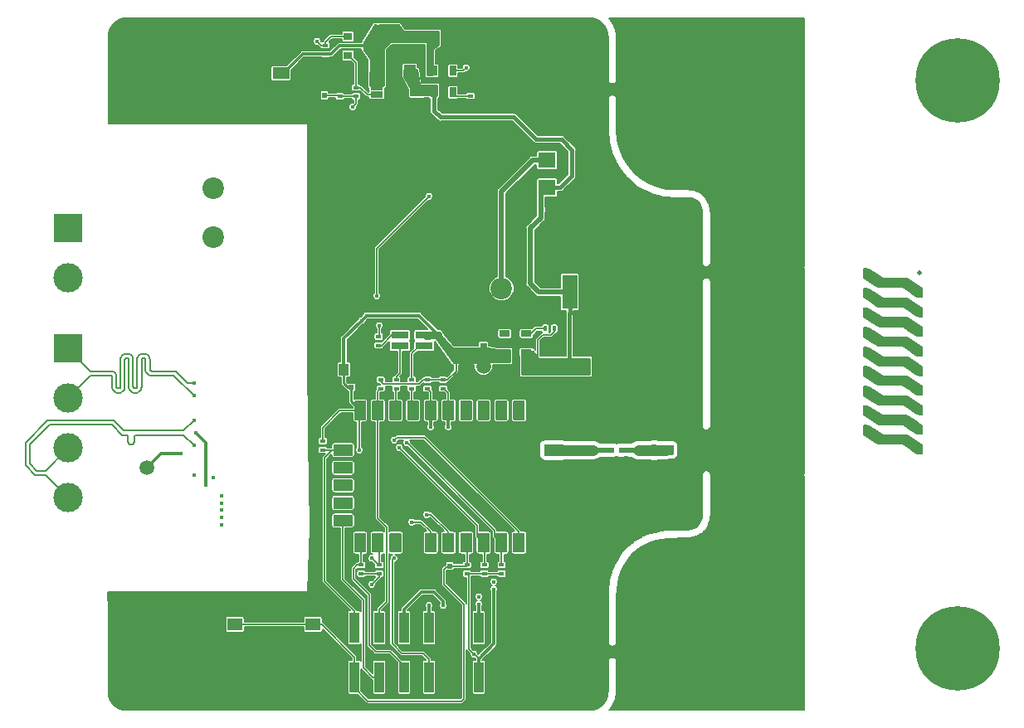
<source format=gbr>
G04 #@! TF.GenerationSoftware,KiCad,Pcbnew,(5.0.0)*
G04 #@! TF.CreationDate,2019-03-03T03:18:43+05:30*
G04 #@! TF.ProjectId,LoRa_Modbus,4C6F52615F4D6F646275732E6B696361,rev?*
G04 #@! TF.SameCoordinates,Original*
G04 #@! TF.FileFunction,Copper,L1,Top,Signal*
G04 #@! TF.FilePolarity,Positive*
%FSLAX46Y46*%
G04 Gerber Fmt 4.6, Leading zero omitted, Abs format (unit mm)*
G04 Created by KiCad (PCBNEW (5.0.0)) date 03/03/19 03:18:43*
%MOMM*%
%LPD*%
G01*
G04 APERTURE LIST*
G04 #@! TA.AperFunction,EtchedComponent*
%ADD10C,0.010000*%
G04 #@! TD*
G04 #@! TA.AperFunction,ComponentPad*
%ADD11R,3.000000X3.000000*%
G04 #@! TD*
G04 #@! TA.AperFunction,ComponentPad*
%ADD12C,3.000000*%
G04 #@! TD*
G04 #@! TA.AperFunction,ViaPad*
%ADD13C,0.500000*%
G04 #@! TD*
G04 #@! TA.AperFunction,ComponentPad*
%ADD14C,0.500000*%
G04 #@! TD*
G04 #@! TA.AperFunction,SMDPad,CuDef*
%ADD15R,0.800000X0.750000*%
G04 #@! TD*
G04 #@! TA.AperFunction,SMDPad,CuDef*
%ADD16R,1.000000X1.250000*%
G04 #@! TD*
G04 #@! TA.AperFunction,SMDPad,CuDef*
%ADD17R,0.600000X0.500000*%
G04 #@! TD*
G04 #@! TA.AperFunction,SMDPad,CuDef*
%ADD18R,1.600000X3.500000*%
G04 #@! TD*
G04 #@! TA.AperFunction,SMDPad,CuDef*
%ADD19R,0.500000X0.600000*%
G04 #@! TD*
G04 #@! TA.AperFunction,SMDPad,CuDef*
%ADD20R,1.250000X1.000000*%
G04 #@! TD*
G04 #@! TA.AperFunction,SMDPad,CuDef*
%ADD21R,0.750000X0.800000*%
G04 #@! TD*
G04 #@! TA.AperFunction,SMDPad,CuDef*
%ADD22R,1.200000X0.900000*%
G04 #@! TD*
G04 #@! TA.AperFunction,SMDPad,CuDef*
%ADD23R,1.800000X0.800000*%
G04 #@! TD*
G04 #@! TA.AperFunction,SMDPad,CuDef*
%ADD24R,1.798320X1.597660*%
G04 #@! TD*
G04 #@! TA.AperFunction,ComponentPad*
%ADD25O,1.700000X1.200000*%
G04 #@! TD*
G04 #@! TA.AperFunction,ComponentPad*
%ADD26R,1.700000X1.200000*%
G04 #@! TD*
G04 #@! TA.AperFunction,SMDPad,CuDef*
%ADD27R,1.000000X3.150000*%
G04 #@! TD*
G04 #@! TA.AperFunction,SMDPad,CuDef*
%ADD28R,4.318000X1.524000*%
G04 #@! TD*
G04 #@! TA.AperFunction,ComponentPad*
%ADD29C,1.270000*%
G04 #@! TD*
G04 #@! TA.AperFunction,Conductor*
%ADD30C,0.100000*%
G04 #@! TD*
G04 #@! TA.AperFunction,SMDPad,CuDef*
%ADD31C,1.016000*%
G04 #@! TD*
G04 #@! TA.AperFunction,SMDPad,CuDef*
%ADD32R,1.270000X0.635000*%
G04 #@! TD*
G04 #@! TA.AperFunction,SMDPad,CuDef*
%ADD33R,0.400000X0.600000*%
G04 #@! TD*
G04 #@! TA.AperFunction,ComponentPad*
%ADD34C,0.900000*%
G04 #@! TD*
G04 #@! TA.AperFunction,ComponentPad*
%ADD35C,8.600000*%
G04 #@! TD*
G04 #@! TA.AperFunction,SMDPad,CuDef*
%ADD36R,0.900000X0.800000*%
G04 #@! TD*
G04 #@! TA.AperFunction,SMDPad,CuDef*
%ADD37R,0.600000X0.400000*%
G04 #@! TD*
G04 #@! TA.AperFunction,SMDPad,CuDef*
%ADD38R,1.550000X1.300000*%
G04 #@! TD*
G04 #@! TA.AperFunction,BGAPad,CuDef*
%ADD39C,1.500000*%
G04 #@! TD*
G04 #@! TA.AperFunction,SMDPad,CuDef*
%ADD40R,0.650000X1.060000*%
G04 #@! TD*
G04 #@! TA.AperFunction,ComponentPad*
%ADD41C,2.200000*%
G04 #@! TD*
G04 #@! TA.AperFunction,SMDPad,CuDef*
%ADD42R,1.060000X0.650000*%
G04 #@! TD*
G04 #@! TA.AperFunction,SMDPad,CuDef*
%ADD43C,1.200000*%
G04 #@! TD*
G04 #@! TA.AperFunction,ViaPad*
%ADD44C,0.550000*%
G04 #@! TD*
G04 #@! TA.AperFunction,ViaPad*
%ADD45C,0.450000*%
G04 #@! TD*
G04 #@! TA.AperFunction,Conductor*
%ADD46C,0.200000*%
G04 #@! TD*
G04 #@! TA.AperFunction,Conductor*
%ADD47C,0.250000*%
G04 #@! TD*
G04 #@! TA.AperFunction,Conductor*
%ADD48C,1.080000*%
G04 #@! TD*
G04 #@! TA.AperFunction,Conductor*
%ADD49C,0.550000*%
G04 #@! TD*
G04 #@! TA.AperFunction,Conductor*
%ADD50C,0.130000*%
G04 #@! TD*
G04 #@! TA.AperFunction,Conductor*
%ADD51C,0.450000*%
G04 #@! TD*
G04 #@! TA.AperFunction,Conductor*
%ADD52C,0.400000*%
G04 #@! TD*
G04 #@! TA.AperFunction,Conductor*
%ADD53C,0.300000*%
G04 #@! TD*
G04 #@! TA.AperFunction,Conductor*
%ADD54C,0.350000*%
G04 #@! TD*
G04 #@! TA.AperFunction,Conductor*
%ADD55C,0.254000*%
G04 #@! TD*
G04 APERTURE END LIST*
D10*
G04 #@! TO.C,AE1*
G36*
X146988107Y-102851373D02*
X146988107Y-123848706D01*
X148004107Y-123848706D01*
X148004107Y-102851373D01*
X146988107Y-102851373D01*
X146988107Y-102851373D01*
G37*
X146988107Y-102851373D02*
X146988107Y-123848706D01*
X148004107Y-123848706D01*
X148004107Y-102851373D01*
X146988107Y-102851373D01*
G36*
X158509269Y-119869373D02*
X157257188Y-119869195D01*
X156005107Y-119869016D01*
X155243107Y-119361373D01*
X154846233Y-119112638D01*
X154521653Y-118940738D01*
X154294890Y-118858700D01*
X154248273Y-118853552D01*
X154117370Y-118862289D01*
X154048301Y-118915897D01*
X154021900Y-119055084D01*
X154019001Y-119320561D01*
X154019147Y-119340206D01*
X154022854Y-119827040D01*
X155456006Y-120800706D01*
X158001269Y-120800706D01*
X158756774Y-121308706D01*
X159205880Y-121592030D01*
X159540424Y-121760267D01*
X159766937Y-121816694D01*
X159769526Y-121816706D01*
X159916841Y-121809066D01*
X159993360Y-121758293D01*
X160022275Y-121622604D01*
X160026773Y-121360221D01*
X160026773Y-120889741D01*
X158509269Y-119869373D01*
X158509269Y-119869373D01*
G37*
X158509269Y-119869373D02*
X157257188Y-119869195D01*
X156005107Y-119869016D01*
X155243107Y-119361373D01*
X154846233Y-119112638D01*
X154521653Y-118940738D01*
X154294890Y-118858700D01*
X154248273Y-118853552D01*
X154117370Y-118862289D01*
X154048301Y-118915897D01*
X154021900Y-119055084D01*
X154019001Y-119320561D01*
X154019147Y-119340206D01*
X154022854Y-119827040D01*
X155456006Y-120800706D01*
X158001269Y-120800706D01*
X158756774Y-121308706D01*
X159205880Y-121592030D01*
X159540424Y-121760267D01*
X159766937Y-121816694D01*
X159769526Y-121816706D01*
X159916841Y-121809066D01*
X159993360Y-121758293D01*
X160022275Y-121622604D01*
X160026773Y-121360221D01*
X160026773Y-120889741D01*
X158509269Y-119869373D01*
G36*
X159239406Y-118356560D02*
X158452038Y-117837373D01*
X155958358Y-117837373D01*
X155262819Y-117371706D01*
X154850523Y-117113350D01*
X154540751Y-116961584D01*
X154313043Y-116906601D01*
X154291360Y-116906040D01*
X154015440Y-116906040D01*
X154015440Y-117833006D01*
X154774192Y-118343189D01*
X155532945Y-118853373D01*
X158083856Y-118853373D01*
X158779394Y-119319040D01*
X159191691Y-119577396D01*
X159501463Y-119729162D01*
X159729170Y-119784145D01*
X159750853Y-119784706D01*
X160026773Y-119784706D01*
X160026773Y-118875747D01*
X159239406Y-118356560D01*
X159239406Y-118356560D01*
G37*
X159239406Y-118356560D02*
X158452038Y-117837373D01*
X155958358Y-117837373D01*
X155262819Y-117371706D01*
X154850523Y-117113350D01*
X154540751Y-116961584D01*
X154313043Y-116906601D01*
X154291360Y-116906040D01*
X154015440Y-116906040D01*
X154015440Y-117833006D01*
X154774192Y-118343189D01*
X155532945Y-118853373D01*
X158083856Y-118853373D01*
X158779394Y-119319040D01*
X159191691Y-119577396D01*
X159501463Y-119729162D01*
X159729170Y-119784145D01*
X159750853Y-119784706D01*
X160026773Y-119784706D01*
X160026773Y-118875747D01*
X159239406Y-118356560D01*
G36*
X160025445Y-117350540D02*
X160024117Y-116863706D01*
X158535881Y-115890040D01*
X156040945Y-115890040D01*
X155285440Y-115382040D01*
X154836333Y-115098716D01*
X154501789Y-114930479D01*
X154275276Y-114874052D01*
X154272688Y-114874040D01*
X154128041Y-114880956D01*
X154051440Y-114928885D01*
X154021452Y-115058596D01*
X154016645Y-115310860D01*
X154016768Y-115360873D01*
X154018097Y-115847706D01*
X154762215Y-116334540D01*
X155506333Y-116821373D01*
X156771720Y-116821552D01*
X158037107Y-116821730D01*
X158799107Y-117329373D01*
X159195980Y-117578108D01*
X159520560Y-117750009D01*
X159747324Y-117832046D01*
X159793940Y-117837195D01*
X159924895Y-117828347D01*
X159994228Y-117774407D01*
X160021305Y-117634665D01*
X160025491Y-117368412D01*
X160025445Y-117350540D01*
X160025445Y-117350540D01*
G37*
X160025445Y-117350540D02*
X160024117Y-116863706D01*
X158535881Y-115890040D01*
X156040945Y-115890040D01*
X155285440Y-115382040D01*
X154836333Y-115098716D01*
X154501789Y-114930479D01*
X154275276Y-114874052D01*
X154272688Y-114874040D01*
X154128041Y-114880956D01*
X154051440Y-114928885D01*
X154021452Y-115058596D01*
X154016645Y-115310860D01*
X154016768Y-115360873D01*
X154018097Y-115847706D01*
X154762215Y-116334540D01*
X155506333Y-116821373D01*
X156771720Y-116821552D01*
X158037107Y-116821730D01*
X158799107Y-117329373D01*
X159195980Y-117578108D01*
X159520560Y-117750009D01*
X159747324Y-117832046D01*
X159793940Y-117837195D01*
X159924895Y-117828347D01*
X159994228Y-117774407D01*
X160021305Y-117634665D01*
X160025491Y-117368412D01*
X160025445Y-117350540D01*
G36*
X159268021Y-114368224D02*
X158509269Y-113858040D01*
X157257188Y-113857861D01*
X156005107Y-113857683D01*
X155243107Y-113350040D01*
X154846233Y-113101305D01*
X154521653Y-112929404D01*
X154294890Y-112847367D01*
X154248273Y-112842218D01*
X154118131Y-112850887D01*
X154048602Y-112904060D01*
X154020703Y-113042104D01*
X154015451Y-113305388D01*
X154015440Y-113337331D01*
X154015440Y-113832622D01*
X154734276Y-114310997D01*
X155453112Y-114789373D01*
X157936983Y-114789373D01*
X158721170Y-115297373D01*
X159188055Y-115581161D01*
X159535589Y-115749944D01*
X159766065Y-115805373D01*
X159915359Y-115797986D01*
X159992906Y-115747968D01*
X160022210Y-115613536D01*
X160026773Y-115352906D01*
X160026773Y-114878407D01*
X159268021Y-114368224D01*
X159268021Y-114368224D01*
G37*
X159268021Y-114368224D02*
X158509269Y-113858040D01*
X157257188Y-113857861D01*
X156005107Y-113857683D01*
X155243107Y-113350040D01*
X154846233Y-113101305D01*
X154521653Y-112929404D01*
X154294890Y-112847367D01*
X154248273Y-112842218D01*
X154118131Y-112850887D01*
X154048602Y-112904060D01*
X154020703Y-113042104D01*
X154015451Y-113305388D01*
X154015440Y-113337331D01*
X154015440Y-113832622D01*
X154734276Y-114310997D01*
X155453112Y-114789373D01*
X157936983Y-114789373D01*
X158721170Y-115297373D01*
X159188055Y-115581161D01*
X159535589Y-115749944D01*
X159766065Y-115805373D01*
X159915359Y-115797986D01*
X159992906Y-115747968D01*
X160022210Y-115613536D01*
X160026773Y-115352906D01*
X160026773Y-114878407D01*
X159268021Y-114368224D01*
G36*
X159307938Y-112389082D02*
X158589102Y-111910706D01*
X156065972Y-111910706D01*
X155292331Y-111402706D01*
X154839163Y-111123731D01*
X154495732Y-110953243D01*
X154269052Y-110894715D01*
X154267065Y-110894706D01*
X154122962Y-110902778D01*
X154048109Y-110954842D01*
X154019828Y-111092670D01*
X154015440Y-111358035D01*
X154015440Y-111821672D01*
X154774192Y-112331856D01*
X155532945Y-112842040D01*
X156785026Y-112842218D01*
X158037107Y-112842397D01*
X158799107Y-113350040D01*
X159195980Y-113598775D01*
X159520560Y-113770675D01*
X159747324Y-113852713D01*
X159793940Y-113857861D01*
X159924083Y-113849193D01*
X159993612Y-113796020D01*
X160021511Y-113657975D01*
X160026763Y-113394691D01*
X160026773Y-113362749D01*
X160026773Y-112867458D01*
X159307938Y-112389082D01*
X159307938Y-112389082D01*
G37*
X159307938Y-112389082D02*
X158589102Y-111910706D01*
X156065972Y-111910706D01*
X155292331Y-111402706D01*
X154839163Y-111123731D01*
X154495732Y-110953243D01*
X154269052Y-110894715D01*
X154267065Y-110894706D01*
X154122962Y-110902778D01*
X154048109Y-110954842D01*
X154019828Y-111092670D01*
X154015440Y-111358035D01*
X154015440Y-111821672D01*
X154774192Y-112331856D01*
X155532945Y-112842040D01*
X156785026Y-112842218D01*
X158037107Y-112842397D01*
X158799107Y-113350040D01*
X159195980Y-113598775D01*
X159520560Y-113770675D01*
X159747324Y-113852713D01*
X159793940Y-113857861D01*
X159924083Y-113849193D01*
X159993612Y-113796020D01*
X160021511Y-113657975D01*
X160026763Y-113394691D01*
X160026773Y-113362749D01*
X160026773Y-112867458D01*
X159307938Y-112389082D01*
G36*
X160025445Y-111339206D02*
X160024117Y-110852373D01*
X159279999Y-110365540D01*
X158535881Y-109878706D01*
X157270494Y-109878528D01*
X156005107Y-109878349D01*
X155243107Y-109370706D01*
X154846233Y-109121972D01*
X154521653Y-108950071D01*
X154294890Y-108868033D01*
X154248273Y-108862885D01*
X154117319Y-108871733D01*
X154047986Y-108925673D01*
X154020909Y-109065415D01*
X154016723Y-109331668D01*
X154016768Y-109349540D01*
X154018097Y-109836373D01*
X154762215Y-110323206D01*
X155506333Y-110810040D01*
X158001269Y-110810040D01*
X158756774Y-111318040D01*
X159205880Y-111601363D01*
X159540424Y-111769600D01*
X159766937Y-111826028D01*
X159769526Y-111826040D01*
X159914173Y-111819124D01*
X159990774Y-111771195D01*
X160020762Y-111641484D01*
X160025569Y-111389220D01*
X160025445Y-111339206D01*
X160025445Y-111339206D01*
G37*
X160025445Y-111339206D02*
X160024117Y-110852373D01*
X159279999Y-110365540D01*
X158535881Y-109878706D01*
X157270494Y-109878528D01*
X156005107Y-109878349D01*
X155243107Y-109370706D01*
X154846233Y-109121972D01*
X154521653Y-108950071D01*
X154294890Y-108868033D01*
X154248273Y-108862885D01*
X154117319Y-108871733D01*
X154047986Y-108925673D01*
X154020909Y-109065415D01*
X154016723Y-109331668D01*
X154016768Y-109349540D01*
X154018097Y-109836373D01*
X154762215Y-110323206D01*
X155506333Y-110810040D01*
X158001269Y-110810040D01*
X158756774Y-111318040D01*
X159205880Y-111601363D01*
X159540424Y-111769600D01*
X159766937Y-111826028D01*
X159769526Y-111826040D01*
X159914173Y-111819124D01*
X159990774Y-111771195D01*
X160020762Y-111641484D01*
X160025569Y-111389220D01*
X160025445Y-111339206D01*
G36*
X158466395Y-107846706D02*
X155958358Y-107846706D01*
X155262819Y-107381040D01*
X154850523Y-107122683D01*
X154540751Y-106970917D01*
X154313043Y-106915935D01*
X154291360Y-106915373D01*
X154015440Y-106915373D01*
X154015440Y-107824332D01*
X154802808Y-108343519D01*
X155590175Y-108862706D01*
X158083856Y-108862706D01*
X158779394Y-109328373D01*
X159191691Y-109586730D01*
X159501463Y-109738496D01*
X159729170Y-109793478D01*
X159750853Y-109794040D01*
X160026773Y-109794040D01*
X160026773Y-108866034D01*
X158466395Y-107846706D01*
X158466395Y-107846706D01*
G37*
X158466395Y-107846706D02*
X155958358Y-107846706D01*
X155262819Y-107381040D01*
X154850523Y-107122683D01*
X154540751Y-106970917D01*
X154313043Y-106915935D01*
X154291360Y-106915373D01*
X154015440Y-106915373D01*
X154015440Y-107824332D01*
X154802808Y-108343519D01*
X155590175Y-108862706D01*
X158083856Y-108862706D01*
X158779394Y-109328373D01*
X159191691Y-109586730D01*
X159501463Y-109738496D01*
X159729170Y-109793478D01*
X159750853Y-109794040D01*
X160026773Y-109794040D01*
X160026773Y-108866034D01*
X158466395Y-107846706D01*
G36*
X160025445Y-107359873D02*
X160024117Y-106873040D01*
X159279999Y-106386206D01*
X158535881Y-105899373D01*
X156040945Y-105899373D01*
X155285440Y-105391373D01*
X154836333Y-105108050D01*
X154501789Y-104939813D01*
X154275276Y-104883385D01*
X154272688Y-104883373D01*
X154124932Y-104891129D01*
X154048454Y-104942361D01*
X154019781Y-105079021D01*
X154015440Y-105343057D01*
X154015440Y-105802823D01*
X154754081Y-106316765D01*
X155492721Y-106830706D01*
X158037107Y-106831064D01*
X158799107Y-107338706D01*
X159195980Y-107587441D01*
X159520560Y-107759342D01*
X159747324Y-107841380D01*
X159793940Y-107846528D01*
X159924895Y-107837680D01*
X159994228Y-107783740D01*
X160021305Y-107643998D01*
X160025491Y-107377745D01*
X160025445Y-107359873D01*
X160025445Y-107359873D01*
G37*
X160025445Y-107359873D02*
X160024117Y-106873040D01*
X159279999Y-106386206D01*
X158535881Y-105899373D01*
X156040945Y-105899373D01*
X155285440Y-105391373D01*
X154836333Y-105108050D01*
X154501789Y-104939813D01*
X154275276Y-104883385D01*
X154272688Y-104883373D01*
X154124932Y-104891129D01*
X154048454Y-104942361D01*
X154019781Y-105079021D01*
X154015440Y-105343057D01*
X154015440Y-105802823D01*
X154754081Y-106316765D01*
X155492721Y-106830706D01*
X158037107Y-106831064D01*
X158799107Y-107338706D01*
X159195980Y-107587441D01*
X159520560Y-107759342D01*
X159747324Y-107841380D01*
X159793940Y-107846528D01*
X159924895Y-107837680D01*
X159994228Y-107783740D01*
X160021305Y-107643998D01*
X160025491Y-107377745D01*
X160025445Y-107359873D01*
G36*
X158509269Y-103867373D02*
X157257188Y-103867195D01*
X156005107Y-103867016D01*
X155243107Y-103359373D01*
X154846233Y-103110638D01*
X154521653Y-102938738D01*
X154294890Y-102856700D01*
X154248273Y-102851552D01*
X154118131Y-102860220D01*
X154048602Y-102913393D01*
X154020703Y-103051438D01*
X154015451Y-103314722D01*
X154015440Y-103346664D01*
X154015440Y-103841955D01*
X154734276Y-104320331D01*
X155453112Y-104798706D01*
X158001269Y-104798706D01*
X158756774Y-105306706D01*
X159205880Y-105590030D01*
X159540424Y-105758267D01*
X159766937Y-105814694D01*
X159769526Y-105814706D01*
X159916841Y-105807066D01*
X159993360Y-105756293D01*
X160022275Y-105620604D01*
X160026773Y-105358221D01*
X160026773Y-104887741D01*
X158509269Y-103867373D01*
X158509269Y-103867373D01*
G37*
X158509269Y-103867373D02*
X157257188Y-103867195D01*
X156005107Y-103867016D01*
X155243107Y-103359373D01*
X154846233Y-103110638D01*
X154521653Y-102938738D01*
X154294890Y-102856700D01*
X154248273Y-102851552D01*
X154118131Y-102860220D01*
X154048602Y-102913393D01*
X154020703Y-103051438D01*
X154015451Y-103314722D01*
X154015440Y-103346664D01*
X154015440Y-103841955D01*
X154734276Y-104320331D01*
X155453112Y-104798706D01*
X158001269Y-104798706D01*
X158756774Y-105306706D01*
X159205880Y-105590030D01*
X159540424Y-105758267D01*
X159766937Y-105814694D01*
X159769526Y-105814706D01*
X159916841Y-105807066D01*
X159993360Y-105756293D01*
X160022275Y-105620604D01*
X160026773Y-105358221D01*
X160026773Y-104887741D01*
X158509269Y-103867373D01*
G04 #@! TD*
D11*
G04 #@! TO.P,J1,1*
G04 #@! TO.N,Net-(J1-Pad1)*
X72910700Y-98742500D03*
D12*
G04 #@! TO.P,J1,2*
G04 #@! TO.N,Net-(J1-Pad2)*
X72910700Y-103822500D03*
G04 #@! TD*
G04 #@! TO.P,J4,4*
G04 #@! TO.N,/transreciver/B-*
X72910700Y-126288800D03*
D11*
G04 #@! TO.P,J4,1*
G04 #@! TO.N,/transreciver/A+*
X72910700Y-111048800D03*
D12*
G04 #@! TO.P,J4,3*
G04 #@! TO.N,/transreciver/B+*
X72910700Y-121208800D03*
G04 #@! TO.P,J4,2*
G04 #@! TO.N,/transreciver/A-*
X72910700Y-116128800D03*
G04 #@! TD*
D13*
G04 #@! TO.N,*
G04 #@! TO.C,AE1*
X159737440Y-121360040D03*
X159737440Y-119310040D03*
X159737440Y-117330040D03*
X159737440Y-115340040D03*
X159737440Y-113350040D03*
X159727440Y-111350040D03*
X159727440Y-109350040D03*
X159717440Y-107340040D03*
X159747440Y-105350040D03*
X159737440Y-103360040D03*
X154287440Y-103350040D03*
X154297440Y-105360040D03*
X154287440Y-107350040D03*
X154297440Y-109350040D03*
X154297440Y-111400040D03*
X154287440Y-113350040D03*
X154297440Y-115360040D03*
X154297440Y-117360040D03*
X154307440Y-119350040D03*
D14*
G04 #@! TD*
G04 #@! TO.P,AE1,2*
G04 #@! TO.N,GND*
X147507440Y-122850040D03*
G04 #@! TO.P,AE1,*
G04 #@! TO.N,*
X147507440Y-117350040D03*
X147507440Y-114850040D03*
X147507440Y-112350040D03*
X147507440Y-109850040D03*
X147507440Y-107350040D03*
X147507440Y-104850040D03*
G04 #@! TD*
D15*
G04 #@! TO.P,C1,1*
G04 #@! TO.N,GND*
X106712320Y-84942680D03*
G04 #@! TO.P,C1,2*
G04 #@! TO.N,+5V*
X108212320Y-84942680D03*
G04 #@! TD*
D16*
G04 #@! TO.P,C2,2*
G04 #@! TO.N,+BATT*
X110151200Y-79354680D03*
G04 #@! TO.P,C2,1*
G04 #@! TO.N,GND*
X112151200Y-79354680D03*
G04 #@! TD*
D17*
G04 #@! TO.P,C3,2*
G04 #@! TO.N,GND*
X122242780Y-96901000D03*
G04 #@! TO.P,C3,1*
G04 #@! TO.N,+5V*
X121142780Y-96901000D03*
G04 #@! TD*
D18*
G04 #@! TO.P,C4,2*
G04 #@! TO.N,GND*
X124092780Y-99916000D03*
G04 #@! TO.P,C4,1*
G04 #@! TO.N,+5V*
X124092780Y-105316000D03*
G04 #@! TD*
D19*
G04 #@! TO.P,C5,2*
G04 #@! TO.N,GND*
X99062540Y-84109560D03*
G04 #@! TO.P,C5,1*
G04 #@! TO.N,/main/BATT_ADC*
X99062540Y-85209560D03*
G04 #@! TD*
D20*
G04 #@! TO.P,C6,2*
G04 #@! TO.N,+5V*
X122100340Y-112779108D03*
G04 #@! TO.P,C6,1*
G04 #@! TO.N,GND*
X122100340Y-110779108D03*
G04 #@! TD*
G04 #@! TO.P,C7,1*
G04 #@! TO.N,+3V3*
X113047780Y-111515400D03*
G04 #@! TO.P,C7,2*
G04 #@! TO.N,GND*
X113047780Y-109515400D03*
G04 #@! TD*
D21*
G04 #@! TO.P,C8,2*
G04 #@! TO.N,GND*
X115288560Y-109402880D03*
G04 #@! TO.P,C8,1*
G04 #@! TO.N,+3V3*
X115288560Y-110902880D03*
G04 #@! TD*
D16*
G04 #@! TO.P,C9,1*
G04 #@! TO.N,+3V3*
X101049580Y-113207800D03*
G04 #@! TO.P,C9,2*
G04 #@! TO.N,GND*
X103049580Y-113207800D03*
G04 #@! TD*
D17*
G04 #@! TO.P,C10,2*
G04 #@! TO.N,GND*
X102914540Y-115001400D03*
G04 #@! TO.P,C10,1*
G04 #@! TO.N,+3V3*
X101814540Y-115001400D03*
G04 #@! TD*
D19*
G04 #@! TO.P,C11,2*
G04 #@! TO.N,GND*
X130347720Y-122530440D03*
G04 #@! TO.P,C11,1*
G04 #@! TO.N,Net-(AE1-Pad1)*
X130347720Y-121430440D03*
G04 #@! TD*
G04 #@! TO.P,C12,1*
G04 #@! TO.N,Net-(C12-Pad1)*
X127233680Y-121430440D03*
G04 #@! TO.P,C12,2*
G04 #@! TO.N,GND*
X127233680Y-122530440D03*
G04 #@! TD*
G04 #@! TO.P,C13,2*
G04 #@! TO.N,/main/RST*
X111841280Y-133261620D03*
G04 #@! TO.P,C13,1*
G04 #@! TO.N,GND*
X111841280Y-134361620D03*
G04 #@! TD*
D17*
G04 #@! TO.P,C23,1*
G04 #@! TO.N,GND*
X110951200Y-81168240D03*
G04 #@! TO.P,C23,2*
G04 #@! TO.N,+BATT*
X109851200Y-81168240D03*
G04 #@! TD*
D22*
G04 #@! TO.P,D1,2*
G04 #@! TO.N,+BATT*
X107777280Y-79238840D03*
G04 #@! TO.P,D1,1*
G04 #@! TO.N,+5V*
X107777280Y-82538840D03*
G04 #@! TD*
D23*
G04 #@! TO.P,D2,1*
G04 #@! TO.N,Net-(D2-Pad1)*
X106758740Y-109702600D03*
G04 #@! TO.P,D2,2*
G04 #@! TO.N,+3V3*
X109258740Y-109702600D03*
G04 #@! TO.P,D2,3*
G04 #@! TO.N,Net-(D2-Pad3)*
X106758740Y-110802600D03*
G04 #@! TO.P,D2,4*
G04 #@! TO.N,Net-(D2-Pad4)*
X109258740Y-110802600D03*
G04 #@! TD*
D24*
G04 #@! TO.P,F1,1*
G04 #@! TO.N,+5V*
X121793000Y-94630240D03*
G04 #@! TO.P,F1,2*
G04 #@! TO.N,Net-(F1-Pad2)*
X121793000Y-91831160D03*
G04 #@! TD*
D25*
G04 #@! TO.P,J2,2*
G04 #@! TO.N,GND*
X94625160Y-80965720D03*
D26*
G04 #@! TO.P,J2,1*
G04 #@! TO.N,+BATT*
X94625160Y-82965720D03*
G04 #@! TD*
D27*
G04 #@! TO.P,J3,12*
G04 #@! TO.N,/main/RST*
X102097840Y-144622760D03*
G04 #@! TO.P,J3,11*
G04 #@! TO.N,/main/SWCLK*
X102097840Y-139572760D03*
G04 #@! TO.P,J3,10*
G04 #@! TO.N,/main/BOOT0*
X104637840Y-144622760D03*
G04 #@! TO.P,J3,9*
G04 #@! TO.N,/main/SWDIO*
X104637840Y-139572760D03*
G04 #@! TO.P,J3,8*
G04 #@! TO.N,/main/I2C_SCL*
X107177840Y-144622760D03*
G04 #@! TO.P,J3,7*
G04 #@! TO.N,/main/DBG_TX*
X107177840Y-139572760D03*
G04 #@! TO.P,J3,6*
G04 #@! TO.N,/main/I2C_SDA*
X109717840Y-144622760D03*
G04 #@! TO.P,J3,5*
G04 #@! TO.N,/main/DBG_RX*
X109717840Y-139572760D03*
G04 #@! TO.P,J3,4*
G04 #@! TO.N,GND*
X112257840Y-144622760D03*
G04 #@! TO.P,J3,3*
X112257840Y-139572760D03*
G04 #@! TO.P,J3,2*
G04 #@! TO.N,+3V3*
X114797840Y-144622760D03*
G04 #@! TO.P,J3,1*
G04 #@! TO.N,+5V*
X114797840Y-139572760D03*
G04 #@! TD*
D28*
G04 #@! TO.P,J$1,GND3*
G04 #@! TO.N,GND*
X135417290Y-123967240D03*
G04 #@! TO.P,J$1,GND4*
X135417290Y-118887240D03*
D29*
G04 #@! TO.P,J$1,ANT2*
G04 #@! TO.N,Net-(AE1-Pad1)*
X132686790Y-121427240D03*
D30*
G04 #@! TD*
G04 #@! TO.N,Net-(AE1-Pad1)*
G04 #@! TO.C,J$1*
G36*
X134594399Y-120919729D02*
X134604261Y-120921192D01*
X134613933Y-120923615D01*
X134623321Y-120926974D01*
X134632334Y-120931237D01*
X134640886Y-120936363D01*
X134648894Y-120942302D01*
X134656282Y-120948998D01*
X134662978Y-120956386D01*
X134668917Y-120964394D01*
X134674043Y-120972946D01*
X134678306Y-120981959D01*
X134681665Y-120991347D01*
X134684088Y-121001019D01*
X134685551Y-121010881D01*
X134686040Y-121020840D01*
X134686040Y-121833640D01*
X134685551Y-121843599D01*
X134684088Y-121853461D01*
X134681665Y-121863133D01*
X134678306Y-121872521D01*
X134674043Y-121881534D01*
X134668917Y-121890086D01*
X134662978Y-121898094D01*
X134656282Y-121905482D01*
X134648894Y-121912178D01*
X134640886Y-121918117D01*
X134632334Y-121923243D01*
X134623321Y-121927506D01*
X134613933Y-121930865D01*
X134604261Y-121933288D01*
X134594399Y-121934751D01*
X134584440Y-121935240D01*
X133263640Y-121935240D01*
X133253681Y-121934751D01*
X133243819Y-121933288D01*
X133234147Y-121930865D01*
X133224759Y-121927506D01*
X133215746Y-121923243D01*
X133207194Y-121918117D01*
X133199186Y-121912178D01*
X133191798Y-121905482D01*
X133185102Y-121898094D01*
X133179163Y-121890086D01*
X133174037Y-121881534D01*
X133169774Y-121872521D01*
X133166415Y-121863133D01*
X133163992Y-121853461D01*
X133162529Y-121843599D01*
X133162040Y-121833640D01*
X133162040Y-121020840D01*
X133162529Y-121010881D01*
X133163992Y-121001019D01*
X133166415Y-120991347D01*
X133169774Y-120981959D01*
X133174037Y-120972946D01*
X133179163Y-120964394D01*
X133185102Y-120956386D01*
X133191798Y-120948998D01*
X133199186Y-120942302D01*
X133207194Y-120936363D01*
X133215746Y-120931237D01*
X133224759Y-120926974D01*
X133234147Y-120923615D01*
X133243819Y-120921192D01*
X133253681Y-120919729D01*
X133263640Y-120919240D01*
X134584440Y-120919240D01*
X134594399Y-120919729D01*
X134594399Y-120919729D01*
G37*
D31*
G04 #@! TO.P,J$1,ANT1*
G04 #@! TO.N,Net-(AE1-Pad1)*
X133924040Y-121427240D03*
D30*
G04 #@! TD*
G04 #@! TO.N,GND*
G04 #@! TO.C,J$1*
G36*
X136552649Y-119449479D02*
X136562511Y-119450942D01*
X136572183Y-119453365D01*
X136581571Y-119456724D01*
X136590584Y-119460987D01*
X136599136Y-119466113D01*
X136607144Y-119472052D01*
X136614532Y-119478748D01*
X136621228Y-119486136D01*
X136627167Y-119494144D01*
X136632293Y-119502696D01*
X136636556Y-119511709D01*
X136639915Y-119521097D01*
X136642338Y-119530769D01*
X136643801Y-119540631D01*
X136644290Y-119550590D01*
X136644290Y-120363390D01*
X136643801Y-120373349D01*
X136642338Y-120383211D01*
X136639915Y-120392883D01*
X136636556Y-120402271D01*
X136632293Y-120411284D01*
X136627167Y-120419836D01*
X136621228Y-120427844D01*
X136614532Y-120435232D01*
X136607144Y-120441928D01*
X136599136Y-120447867D01*
X136590584Y-120452993D01*
X136581571Y-120457256D01*
X136572183Y-120460615D01*
X136562511Y-120463038D01*
X136552649Y-120464501D01*
X136542690Y-120464990D01*
X134545890Y-120464990D01*
X134535931Y-120464501D01*
X134526069Y-120463038D01*
X134516397Y-120460615D01*
X134507009Y-120457256D01*
X134497996Y-120452993D01*
X134489444Y-120447867D01*
X134481436Y-120441928D01*
X134474048Y-120435232D01*
X134467352Y-120427844D01*
X134461413Y-120419836D01*
X134456287Y-120411284D01*
X134452024Y-120402271D01*
X134448665Y-120392883D01*
X134446242Y-120383211D01*
X134444779Y-120373349D01*
X134444290Y-120363390D01*
X134444290Y-119550590D01*
X134444779Y-119540631D01*
X134446242Y-119530769D01*
X134448665Y-119521097D01*
X134452024Y-119511709D01*
X134456287Y-119502696D01*
X134461413Y-119494144D01*
X134467352Y-119486136D01*
X134474048Y-119478748D01*
X134481436Y-119472052D01*
X134489444Y-119466113D01*
X134497996Y-119460987D01*
X134507009Y-119456724D01*
X134516397Y-119453365D01*
X134526069Y-119450942D01*
X134535931Y-119449479D01*
X134545890Y-119448990D01*
X136542690Y-119448990D01*
X136552649Y-119449479D01*
X136552649Y-119449479D01*
G37*
D31*
G04 #@! TO.P,J$1,GND1*
G04 #@! TO.N,GND*
X135544290Y-119956990D03*
D30*
G04 #@! TD*
G04 #@! TO.N,GND*
G04 #@! TO.C,J$1*
G36*
X136552649Y-122389979D02*
X136562511Y-122391442D01*
X136572183Y-122393865D01*
X136581571Y-122397224D01*
X136590584Y-122401487D01*
X136599136Y-122406613D01*
X136607144Y-122412552D01*
X136614532Y-122419248D01*
X136621228Y-122426636D01*
X136627167Y-122434644D01*
X136632293Y-122443196D01*
X136636556Y-122452209D01*
X136639915Y-122461597D01*
X136642338Y-122471269D01*
X136643801Y-122481131D01*
X136644290Y-122491090D01*
X136644290Y-123303890D01*
X136643801Y-123313849D01*
X136642338Y-123323711D01*
X136639915Y-123333383D01*
X136636556Y-123342771D01*
X136632293Y-123351784D01*
X136627167Y-123360336D01*
X136621228Y-123368344D01*
X136614532Y-123375732D01*
X136607144Y-123382428D01*
X136599136Y-123388367D01*
X136590584Y-123393493D01*
X136581571Y-123397756D01*
X136572183Y-123401115D01*
X136562511Y-123403538D01*
X136552649Y-123405001D01*
X136542690Y-123405490D01*
X134545890Y-123405490D01*
X134535931Y-123405001D01*
X134526069Y-123403538D01*
X134516397Y-123401115D01*
X134507009Y-123397756D01*
X134497996Y-123393493D01*
X134489444Y-123388367D01*
X134481436Y-123382428D01*
X134474048Y-123375732D01*
X134467352Y-123368344D01*
X134461413Y-123360336D01*
X134456287Y-123351784D01*
X134452024Y-123342771D01*
X134448665Y-123333383D01*
X134446242Y-123323711D01*
X134444779Y-123313849D01*
X134444290Y-123303890D01*
X134444290Y-122491090D01*
X134444779Y-122481131D01*
X134446242Y-122471269D01*
X134448665Y-122461597D01*
X134452024Y-122452209D01*
X134456287Y-122443196D01*
X134461413Y-122434644D01*
X134467352Y-122426636D01*
X134474048Y-122419248D01*
X134481436Y-122412552D01*
X134489444Y-122406613D01*
X134497996Y-122401487D01*
X134507009Y-122397224D01*
X134516397Y-122393865D01*
X134526069Y-122391442D01*
X134535931Y-122389979D01*
X134545890Y-122389490D01*
X136542690Y-122389490D01*
X136552649Y-122389979D01*
X136552649Y-122389979D01*
G37*
D31*
G04 #@! TO.P,J$1,GND2*
G04 #@! TO.N,GND*
X135544290Y-122897490D03*
G04 #@! TD*
D32*
G04 #@! TO.P,JP1,1*
G04 #@! TO.N,+BATT*
X104404160Y-84333080D03*
G04 #@! TO.P,JP1,2*
G04 #@! TO.N,Net-(JP1-Pad2)*
X104404160Y-85145880D03*
G04 #@! TD*
D33*
G04 #@! TO.P,L1,2*
G04 #@! TO.N,Net-(C12-Pad1)*
X128429600Y-121427240D03*
G04 #@! TO.P,L1,1*
G04 #@! TO.N,Net-(AE1-Pad1)*
X129329600Y-121427240D03*
G04 #@! TD*
D34*
G04 #@! TO.P,MH1,1*
G04 #@! TO.N,GND*
X84462119Y-81399881D03*
X82181700Y-80455300D03*
X79901281Y-81399881D03*
X78956700Y-83680300D03*
X79901281Y-85960719D03*
X82181700Y-86905300D03*
X84462119Y-85960719D03*
X85406700Y-83680300D03*
D35*
X82181700Y-83680300D03*
G04 #@! TD*
D34*
G04 #@! TO.P,MH2,1*
G04 #@! TO.N,GND*
X84462119Y-139388081D03*
X82181700Y-138443500D03*
X79901281Y-139388081D03*
X78956700Y-141668500D03*
X79901281Y-143948919D03*
X82181700Y-144893500D03*
X84462119Y-143948919D03*
X85406700Y-141668500D03*
D35*
X82181700Y-141668500D03*
G04 #@! TD*
D34*
G04 #@! TO.P,MH3,1*
G04 #@! TO.N,GND*
X125254519Y-81387181D03*
X122974100Y-80442600D03*
X120693681Y-81387181D03*
X119749100Y-83667600D03*
X120693681Y-85948019D03*
X122974100Y-86892600D03*
X125254519Y-85948019D03*
X126199100Y-83667600D03*
D35*
X122974100Y-83667600D03*
G04 #@! TD*
G04 #@! TO.P,MH4,1*
G04 #@! TO.N,GND*
X122948700Y-141668500D03*
D34*
X126173700Y-141668500D03*
X125229119Y-143948919D03*
X122948700Y-144893500D03*
X120668281Y-143948919D03*
X119723700Y-141668500D03*
X120668281Y-139388081D03*
X122948700Y-138443500D03*
X125229119Y-139388081D03*
G04 #@! TD*
G04 #@! TO.P,MH5,1*
G04 #@! TO.N,GND*
X165945319Y-81387181D03*
X163664900Y-80442600D03*
X161384481Y-81387181D03*
X160439900Y-83667600D03*
X161384481Y-85948019D03*
X163664900Y-86892600D03*
X165945319Y-85948019D03*
X166889900Y-83667600D03*
D35*
X163664900Y-83667600D03*
G04 #@! TD*
G04 #@! TO.P,MH6,1*
G04 #@! TO.N,GND*
X163677600Y-141668500D03*
D34*
X166902600Y-141668500D03*
X165958019Y-143948919D03*
X163677600Y-144893500D03*
X161397181Y-143948919D03*
X160452600Y-141668500D03*
X161397181Y-139388081D03*
X163677600Y-138443500D03*
X165958019Y-139388081D03*
G04 #@! TD*
D36*
G04 #@! TO.P,Q1,3*
G04 #@! TO.N,+BATT*
X103473760Y-80167480D03*
G04 #@! TO.P,Q1,2*
G04 #@! TO.N,Net-(JP1-Pad2)*
X101473760Y-81117480D03*
G04 #@! TO.P,Q1,1*
G04 #@! TO.N,/main/BATT_EN*
X101473760Y-79217480D03*
G04 #@! TD*
D37*
G04 #@! TO.P,R1,1*
G04 #@! TO.N,Net-(R1-Pad1)*
X113969800Y-85265680D03*
G04 #@! TO.P,R1,2*
G04 #@! TO.N,GND*
X113969800Y-84365680D03*
G04 #@! TD*
G04 #@! TO.P,R2,1*
G04 #@! TO.N,+BATT*
X99146360Y-81001020D03*
G04 #@! TO.P,R2,2*
G04 #@! TO.N,/main/BATT_EN*
X99146360Y-80101020D03*
G04 #@! TD*
G04 #@! TO.P,R3,1*
G04 #@! TO.N,Net-(JP1-Pad2)*
X102288340Y-84409560D03*
G04 #@! TO.P,R3,2*
G04 #@! TO.N,/main/BATT_ADC*
X102288340Y-85309560D03*
G04 #@! TD*
G04 #@! TO.P,R4,2*
G04 #@! TO.N,GND*
X100645440Y-84409560D03*
G04 #@! TO.P,R4,1*
G04 #@! TO.N,/main/BATT_ADC*
X100645440Y-85309560D03*
G04 #@! TD*
D33*
G04 #@! TO.P,R5,2*
G04 #@! TO.N,Net-(R5-Pad2)*
X121599540Y-109031268D03*
G04 #@! TO.P,R5,1*
G04 #@! TO.N,+5V*
X122499540Y-109031268D03*
G04 #@! TD*
D37*
G04 #@! TO.P,R6,1*
G04 #@! TO.N,+3V3*
X109571790Y-114256400D03*
G04 #@! TO.P,R6,2*
G04 #@! TO.N,/main/DBG_RX*
X109571790Y-115156400D03*
G04 #@! TD*
G04 #@! TO.P,R7,2*
G04 #@! TO.N,/main/RST*
X113608066Y-133161620D03*
G04 #@! TO.P,R7,1*
G04 #@! TO.N,+3V3*
X113608066Y-134061620D03*
G04 #@! TD*
G04 #@! TO.P,R8,1*
G04 #@! TO.N,+3V3*
X111163100Y-114256400D03*
G04 #@! TO.P,R8,2*
G04 #@! TO.N,/main/DBG_TX*
X111163100Y-115156400D03*
G04 #@! TD*
G04 #@! TO.P,R9,2*
G04 #@! TO.N,/RS485_RX*
X117139720Y-133161620D03*
G04 #@! TO.P,R9,1*
G04 #@! TO.N,+3V3*
X117139720Y-134061620D03*
G04 #@! TD*
G04 #@! TO.P,R10,1*
G04 #@! TO.N,+3V3*
X115373892Y-134061620D03*
G04 #@! TO.P,R10,2*
G04 #@! TO.N,/RS485_TX*
X115373892Y-133161620D03*
G04 #@! TD*
G04 #@! TO.P,R11,1*
G04 #@! TO.N,+3V3*
X104637840Y-134061620D03*
G04 #@! TO.P,R11,2*
G04 #@! TO.N,/main/I2C_SDA*
X104637840Y-133161620D03*
G04 #@! TD*
G04 #@! TO.P,R12,1*
G04 #@! TO.N,+3V3*
X102814120Y-134061620D03*
G04 #@! TO.P,R12,2*
G04 #@! TO.N,/main/I2C_SCL*
X102814120Y-133161620D03*
G04 #@! TD*
G04 #@! TO.P,R13,2*
G04 #@! TO.N,/main/SWDIO*
X104797860Y-115156400D03*
G04 #@! TO.P,R13,1*
G04 #@! TO.N,+3V3*
X104797860Y-114256400D03*
G04 #@! TD*
G04 #@! TO.P,R14,1*
G04 #@! TO.N,+3V3*
X98882200Y-120512000D03*
G04 #@! TO.P,R14,2*
G04 #@! TO.N,/main/SWCLK*
X98882200Y-121412000D03*
G04 #@! TD*
G04 #@! TO.P,R15,2*
G04 #@! TO.N,/main/BATT_CHRG*
X104594660Y-109852040D03*
G04 #@! TO.P,R15,1*
G04 #@! TO.N,Net-(D2-Pad1)*
X104594660Y-110752040D03*
G04 #@! TD*
G04 #@! TO.P,R16,1*
G04 #@! TO.N,Net-(D2-Pad3)*
X106389170Y-114256400D03*
G04 #@! TO.P,R16,2*
G04 #@! TO.N,/main/LED_BLUE*
X106389170Y-115156400D03*
G04 #@! TD*
G04 #@! TO.P,R17,2*
G04 #@! TO.N,/main/LED_GREEN*
X107980480Y-115156400D03*
G04 #@! TO.P,R17,1*
G04 #@! TO.N,Net-(D2-Pad4)*
X107980480Y-114256400D03*
G04 #@! TD*
D38*
G04 #@! TO.P,SW1,2*
G04 #@! TO.N,GND*
X97883800Y-143753400D03*
G04 #@! TO.P,SW1,1*
G04 #@! TO.N,/main/RST*
X97883800Y-139253400D03*
X89923800Y-139253400D03*
G04 #@! TO.P,SW1,2*
G04 #@! TO.N,GND*
X89923800Y-143753400D03*
G04 #@! TD*
D39*
G04 #@! TO.P,TP1,1*
G04 #@! TO.N,+5V*
X125082300Y-112877600D03*
G04 #@! TD*
G04 #@! TO.P,TP2,1*
G04 #@! TO.N,+BATT*
X105389680Y-78963520D03*
G04 #@! TD*
G04 #@! TO.P,TP3,1*
G04 #@! TO.N,+3V3*
X115277900Y-112864900D03*
G04 #@! TD*
G04 #@! TO.P,TP4,1*
G04 #@! TO.N,+3.3VADC*
X80962500Y-123190000D03*
G04 #@! TD*
D40*
G04 #@! TO.P,U1,1*
G04 #@! TO.N,/main/BATT_CHRG*
X112151200Y-82704760D03*
G04 #@! TO.P,U1,2*
G04 #@! TO.N,GND*
X111201200Y-82704760D03*
G04 #@! TO.P,U1,3*
G04 #@! TO.N,+BATT*
X110251200Y-82704760D03*
G04 #@! TO.P,U1,4*
G04 #@! TO.N,+5V*
X110251200Y-84904760D03*
G04 #@! TO.P,U1,5*
G04 #@! TO.N,Net-(R1-Pad1)*
X112151200Y-84904760D03*
G04 #@! TD*
D41*
G04 #@! TO.P,U2,4*
G04 #@! TO.N,Net-(F1-Pad2)*
X117138200Y-104905800D03*
G04 #@! TO.P,U2,3*
G04 #@! TO.N,GND*
X117138200Y-89505800D03*
G04 #@! TO.P,U2,2*
G04 #@! TO.N,Net-(J1-Pad2)*
X87738200Y-99705800D03*
G04 #@! TO.P,U2,1*
G04 #@! TO.N,Net-(J1-Pad1)*
X87738200Y-94705800D03*
G04 #@! TD*
D42*
G04 #@! TO.P,U3,5*
G04 #@! TO.N,+3V3*
X117444340Y-111445080D03*
G04 #@! TO.P,U3,4*
G04 #@! TO.N,Net-(U3-Pad4)*
X117444340Y-109545080D03*
G04 #@! TO.P,U3,3*
G04 #@! TO.N,Net-(R5-Pad2)*
X119644340Y-109545080D03*
G04 #@! TO.P,U3,2*
G04 #@! TO.N,GND*
X119644340Y-110495080D03*
G04 #@! TO.P,U3,1*
G04 #@! TO.N,+5V*
X119644340Y-111445080D03*
G04 #@! TD*
D30*
G04 #@! TO.N,Net-(U4-Pad14)*
G04 #@! TO.C,U4*
G36*
X101850962Y-122635458D02*
X101862611Y-122637186D01*
X101874034Y-122640047D01*
X101885122Y-122644014D01*
X101895768Y-122649049D01*
X101905868Y-122655104D01*
X101915327Y-122662119D01*
X101924053Y-122670027D01*
X101931961Y-122678753D01*
X101938976Y-122688212D01*
X101945031Y-122698312D01*
X101950066Y-122708958D01*
X101954033Y-122720046D01*
X101956894Y-122731469D01*
X101958622Y-122743118D01*
X101959200Y-122754880D01*
X101959200Y-123714880D01*
X101958622Y-123726642D01*
X101956894Y-123738291D01*
X101954033Y-123749714D01*
X101950066Y-123760802D01*
X101945031Y-123771448D01*
X101938976Y-123781548D01*
X101931961Y-123791007D01*
X101924053Y-123799733D01*
X101915327Y-123807641D01*
X101905868Y-123814656D01*
X101895768Y-123820711D01*
X101885122Y-123825746D01*
X101874034Y-123829713D01*
X101862611Y-123832574D01*
X101850962Y-123834302D01*
X101839200Y-123834880D01*
X100079200Y-123834880D01*
X100067438Y-123834302D01*
X100055789Y-123832574D01*
X100044366Y-123829713D01*
X100033278Y-123825746D01*
X100022632Y-123820711D01*
X100012532Y-123814656D01*
X100003073Y-123807641D01*
X99994347Y-123799733D01*
X99986439Y-123791007D01*
X99979424Y-123781548D01*
X99973369Y-123771448D01*
X99968334Y-123760802D01*
X99964367Y-123749714D01*
X99961506Y-123738291D01*
X99959778Y-123726642D01*
X99959200Y-123714880D01*
X99959200Y-122754880D01*
X99959778Y-122743118D01*
X99961506Y-122731469D01*
X99964367Y-122720046D01*
X99968334Y-122708958D01*
X99973369Y-122698312D01*
X99979424Y-122688212D01*
X99986439Y-122678753D01*
X99994347Y-122670027D01*
X100003073Y-122662119D01*
X100012532Y-122655104D01*
X100022632Y-122649049D01*
X100033278Y-122644014D01*
X100044366Y-122640047D01*
X100055789Y-122637186D01*
X100067438Y-122635458D01*
X100079200Y-122634880D01*
X101839200Y-122634880D01*
X101850962Y-122635458D01*
X101850962Y-122635458D01*
G37*
D43*
G04 #@! TD*
G04 #@! TO.P,U4,14*
G04 #@! TO.N,Net-(U4-Pad14)*
X100959200Y-123234880D03*
D30*
G04 #@! TO.N,/main/SWCLK*
G04 #@! TO.C,U4*
G36*
X101850962Y-120835458D02*
X101862611Y-120837186D01*
X101874034Y-120840047D01*
X101885122Y-120844014D01*
X101895768Y-120849049D01*
X101905868Y-120855104D01*
X101915327Y-120862119D01*
X101924053Y-120870027D01*
X101931961Y-120878753D01*
X101938976Y-120888212D01*
X101945031Y-120898312D01*
X101950066Y-120908958D01*
X101954033Y-120920046D01*
X101956894Y-120931469D01*
X101958622Y-120943118D01*
X101959200Y-120954880D01*
X101959200Y-121914880D01*
X101958622Y-121926642D01*
X101956894Y-121938291D01*
X101954033Y-121949714D01*
X101950066Y-121960802D01*
X101945031Y-121971448D01*
X101938976Y-121981548D01*
X101931961Y-121991007D01*
X101924053Y-121999733D01*
X101915327Y-122007641D01*
X101905868Y-122014656D01*
X101895768Y-122020711D01*
X101885122Y-122025746D01*
X101874034Y-122029713D01*
X101862611Y-122032574D01*
X101850962Y-122034302D01*
X101839200Y-122034880D01*
X100079200Y-122034880D01*
X100067438Y-122034302D01*
X100055789Y-122032574D01*
X100044366Y-122029713D01*
X100033278Y-122025746D01*
X100022632Y-122020711D01*
X100012532Y-122014656D01*
X100003073Y-122007641D01*
X99994347Y-121999733D01*
X99986439Y-121991007D01*
X99979424Y-121981548D01*
X99973369Y-121971448D01*
X99968334Y-121960802D01*
X99964367Y-121949714D01*
X99961506Y-121938291D01*
X99959778Y-121926642D01*
X99959200Y-121914880D01*
X99959200Y-120954880D01*
X99959778Y-120943118D01*
X99961506Y-120931469D01*
X99964367Y-120920046D01*
X99968334Y-120908958D01*
X99973369Y-120898312D01*
X99979424Y-120888212D01*
X99986439Y-120878753D01*
X99994347Y-120870027D01*
X100003073Y-120862119D01*
X100012532Y-120855104D01*
X100022632Y-120849049D01*
X100033278Y-120844014D01*
X100044366Y-120840047D01*
X100055789Y-120837186D01*
X100067438Y-120835458D01*
X100079200Y-120834880D01*
X101839200Y-120834880D01*
X101850962Y-120835458D01*
X101850962Y-120835458D01*
G37*
D43*
G04 #@! TD*
G04 #@! TO.P,U4,13*
G04 #@! TO.N,/main/SWCLK*
X100959200Y-121434880D03*
D30*
G04 #@! TO.N,GND*
G04 #@! TO.C,U4*
G36*
X101850962Y-119035458D02*
X101862611Y-119037186D01*
X101874034Y-119040047D01*
X101885122Y-119044014D01*
X101895768Y-119049049D01*
X101905868Y-119055104D01*
X101915327Y-119062119D01*
X101924053Y-119070027D01*
X101931961Y-119078753D01*
X101938976Y-119088212D01*
X101945031Y-119098312D01*
X101950066Y-119108958D01*
X101954033Y-119120046D01*
X101956894Y-119131469D01*
X101958622Y-119143118D01*
X101959200Y-119154880D01*
X101959200Y-120114880D01*
X101958622Y-120126642D01*
X101956894Y-120138291D01*
X101954033Y-120149714D01*
X101950066Y-120160802D01*
X101945031Y-120171448D01*
X101938976Y-120181548D01*
X101931961Y-120191007D01*
X101924053Y-120199733D01*
X101915327Y-120207641D01*
X101905868Y-120214656D01*
X101895768Y-120220711D01*
X101885122Y-120225746D01*
X101874034Y-120229713D01*
X101862611Y-120232574D01*
X101850962Y-120234302D01*
X101839200Y-120234880D01*
X100079200Y-120234880D01*
X100067438Y-120234302D01*
X100055789Y-120232574D01*
X100044366Y-120229713D01*
X100033278Y-120225746D01*
X100022632Y-120220711D01*
X100012532Y-120214656D01*
X100003073Y-120207641D01*
X99994347Y-120199733D01*
X99986439Y-120191007D01*
X99979424Y-120181548D01*
X99973369Y-120171448D01*
X99968334Y-120160802D01*
X99964367Y-120149714D01*
X99961506Y-120138291D01*
X99959778Y-120126642D01*
X99959200Y-120114880D01*
X99959200Y-119154880D01*
X99959778Y-119143118D01*
X99961506Y-119131469D01*
X99964367Y-119120046D01*
X99968334Y-119108958D01*
X99973369Y-119098312D01*
X99979424Y-119088212D01*
X99986439Y-119078753D01*
X99994347Y-119070027D01*
X100003073Y-119062119D01*
X100012532Y-119055104D01*
X100022632Y-119049049D01*
X100033278Y-119044014D01*
X100044366Y-119040047D01*
X100055789Y-119037186D01*
X100067438Y-119035458D01*
X100079200Y-119034880D01*
X101839200Y-119034880D01*
X101850962Y-119035458D01*
X101850962Y-119035458D01*
G37*
D43*
G04 #@! TD*
G04 #@! TO.P,U4,12*
G04 #@! TO.N,GND*
X100959200Y-119634880D03*
D30*
G04 #@! TO.N,Net-(U4-Pad15)*
G04 #@! TO.C,U4*
G36*
X101850962Y-124435458D02*
X101862611Y-124437186D01*
X101874034Y-124440047D01*
X101885122Y-124444014D01*
X101895768Y-124449049D01*
X101905868Y-124455104D01*
X101915327Y-124462119D01*
X101924053Y-124470027D01*
X101931961Y-124478753D01*
X101938976Y-124488212D01*
X101945031Y-124498312D01*
X101950066Y-124508958D01*
X101954033Y-124520046D01*
X101956894Y-124531469D01*
X101958622Y-124543118D01*
X101959200Y-124554880D01*
X101959200Y-125514880D01*
X101958622Y-125526642D01*
X101956894Y-125538291D01*
X101954033Y-125549714D01*
X101950066Y-125560802D01*
X101945031Y-125571448D01*
X101938976Y-125581548D01*
X101931961Y-125591007D01*
X101924053Y-125599733D01*
X101915327Y-125607641D01*
X101905868Y-125614656D01*
X101895768Y-125620711D01*
X101885122Y-125625746D01*
X101874034Y-125629713D01*
X101862611Y-125632574D01*
X101850962Y-125634302D01*
X101839200Y-125634880D01*
X100079200Y-125634880D01*
X100067438Y-125634302D01*
X100055789Y-125632574D01*
X100044366Y-125629713D01*
X100033278Y-125625746D01*
X100022632Y-125620711D01*
X100012532Y-125614656D01*
X100003073Y-125607641D01*
X99994347Y-125599733D01*
X99986439Y-125591007D01*
X99979424Y-125581548D01*
X99973369Y-125571448D01*
X99968334Y-125560802D01*
X99964367Y-125549714D01*
X99961506Y-125538291D01*
X99959778Y-125526642D01*
X99959200Y-125514880D01*
X99959200Y-124554880D01*
X99959778Y-124543118D01*
X99961506Y-124531469D01*
X99964367Y-124520046D01*
X99968334Y-124508958D01*
X99973369Y-124498312D01*
X99979424Y-124488212D01*
X99986439Y-124478753D01*
X99994347Y-124470027D01*
X100003073Y-124462119D01*
X100012532Y-124455104D01*
X100022632Y-124449049D01*
X100033278Y-124444014D01*
X100044366Y-124440047D01*
X100055789Y-124437186D01*
X100067438Y-124435458D01*
X100079200Y-124434880D01*
X101839200Y-124434880D01*
X101850962Y-124435458D01*
X101850962Y-124435458D01*
G37*
D43*
G04 #@! TD*
G04 #@! TO.P,U4,15*
G04 #@! TO.N,Net-(U4-Pad15)*
X100959200Y-125034880D03*
D30*
G04 #@! TO.N,Net-(U4-Pad16)*
G04 #@! TO.C,U4*
G36*
X101850962Y-126235458D02*
X101862611Y-126237186D01*
X101874034Y-126240047D01*
X101885122Y-126244014D01*
X101895768Y-126249049D01*
X101905868Y-126255104D01*
X101915327Y-126262119D01*
X101924053Y-126270027D01*
X101931961Y-126278753D01*
X101938976Y-126288212D01*
X101945031Y-126298312D01*
X101950066Y-126308958D01*
X101954033Y-126320046D01*
X101956894Y-126331469D01*
X101958622Y-126343118D01*
X101959200Y-126354880D01*
X101959200Y-127314880D01*
X101958622Y-127326642D01*
X101956894Y-127338291D01*
X101954033Y-127349714D01*
X101950066Y-127360802D01*
X101945031Y-127371448D01*
X101938976Y-127381548D01*
X101931961Y-127391007D01*
X101924053Y-127399733D01*
X101915327Y-127407641D01*
X101905868Y-127414656D01*
X101895768Y-127420711D01*
X101885122Y-127425746D01*
X101874034Y-127429713D01*
X101862611Y-127432574D01*
X101850962Y-127434302D01*
X101839200Y-127434880D01*
X100079200Y-127434880D01*
X100067438Y-127434302D01*
X100055789Y-127432574D01*
X100044366Y-127429713D01*
X100033278Y-127425746D01*
X100022632Y-127420711D01*
X100012532Y-127414656D01*
X100003073Y-127407641D01*
X99994347Y-127399733D01*
X99986439Y-127391007D01*
X99979424Y-127381548D01*
X99973369Y-127371448D01*
X99968334Y-127360802D01*
X99964367Y-127349714D01*
X99961506Y-127338291D01*
X99959778Y-127326642D01*
X99959200Y-127314880D01*
X99959200Y-126354880D01*
X99959778Y-126343118D01*
X99961506Y-126331469D01*
X99964367Y-126320046D01*
X99968334Y-126308958D01*
X99973369Y-126298312D01*
X99979424Y-126288212D01*
X99986439Y-126278753D01*
X99994347Y-126270027D01*
X100003073Y-126262119D01*
X100012532Y-126255104D01*
X100022632Y-126249049D01*
X100033278Y-126244014D01*
X100044366Y-126240047D01*
X100055789Y-126237186D01*
X100067438Y-126235458D01*
X100079200Y-126234880D01*
X101839200Y-126234880D01*
X101850962Y-126235458D01*
X101850962Y-126235458D01*
G37*
D43*
G04 #@! TD*
G04 #@! TO.P,U4,16*
G04 #@! TO.N,Net-(U4-Pad16)*
X100959200Y-126834880D03*
D30*
G04 #@! TO.N,/main/BOOT0*
G04 #@! TO.C,U4*
G36*
X101850962Y-128035458D02*
X101862611Y-128037186D01*
X101874034Y-128040047D01*
X101885122Y-128044014D01*
X101895768Y-128049049D01*
X101905868Y-128055104D01*
X101915327Y-128062119D01*
X101924053Y-128070027D01*
X101931961Y-128078753D01*
X101938976Y-128088212D01*
X101945031Y-128098312D01*
X101950066Y-128108958D01*
X101954033Y-128120046D01*
X101956894Y-128131469D01*
X101958622Y-128143118D01*
X101959200Y-128154880D01*
X101959200Y-129114880D01*
X101958622Y-129126642D01*
X101956894Y-129138291D01*
X101954033Y-129149714D01*
X101950066Y-129160802D01*
X101945031Y-129171448D01*
X101938976Y-129181548D01*
X101931961Y-129191007D01*
X101924053Y-129199733D01*
X101915327Y-129207641D01*
X101905868Y-129214656D01*
X101895768Y-129220711D01*
X101885122Y-129225746D01*
X101874034Y-129229713D01*
X101862611Y-129232574D01*
X101850962Y-129234302D01*
X101839200Y-129234880D01*
X100079200Y-129234880D01*
X100067438Y-129234302D01*
X100055789Y-129232574D01*
X100044366Y-129229713D01*
X100033278Y-129225746D01*
X100022632Y-129220711D01*
X100012532Y-129214656D01*
X100003073Y-129207641D01*
X99994347Y-129199733D01*
X99986439Y-129191007D01*
X99979424Y-129181548D01*
X99973369Y-129171448D01*
X99968334Y-129160802D01*
X99964367Y-129149714D01*
X99961506Y-129138291D01*
X99959778Y-129126642D01*
X99959200Y-129114880D01*
X99959200Y-128154880D01*
X99959778Y-128143118D01*
X99961506Y-128131469D01*
X99964367Y-128120046D01*
X99968334Y-128108958D01*
X99973369Y-128098312D01*
X99979424Y-128088212D01*
X99986439Y-128078753D01*
X99994347Y-128070027D01*
X100003073Y-128062119D01*
X100012532Y-128055104D01*
X100022632Y-128049049D01*
X100033278Y-128044014D01*
X100044366Y-128040047D01*
X100055789Y-128037186D01*
X100067438Y-128035458D01*
X100079200Y-128034880D01*
X101839200Y-128034880D01*
X101850962Y-128035458D01*
X101850962Y-128035458D01*
G37*
D43*
G04 #@! TD*
G04 #@! TO.P,U4,17*
G04 #@! TO.N,/main/BOOT0*
X100959200Y-128634880D03*
D30*
G04 #@! TO.N,GND*
G04 #@! TO.C,U4*
G36*
X123350962Y-122635458D02*
X123362611Y-122637186D01*
X123374034Y-122640047D01*
X123385122Y-122644014D01*
X123395768Y-122649049D01*
X123405868Y-122655104D01*
X123415327Y-122662119D01*
X123424053Y-122670027D01*
X123431961Y-122678753D01*
X123438976Y-122688212D01*
X123445031Y-122698312D01*
X123450066Y-122708958D01*
X123454033Y-122720046D01*
X123456894Y-122731469D01*
X123458622Y-122743118D01*
X123459200Y-122754880D01*
X123459200Y-123714880D01*
X123458622Y-123726642D01*
X123456894Y-123738291D01*
X123454033Y-123749714D01*
X123450066Y-123760802D01*
X123445031Y-123771448D01*
X123438976Y-123781548D01*
X123431961Y-123791007D01*
X123424053Y-123799733D01*
X123415327Y-123807641D01*
X123405868Y-123814656D01*
X123395768Y-123820711D01*
X123385122Y-123825746D01*
X123374034Y-123829713D01*
X123362611Y-123832574D01*
X123350962Y-123834302D01*
X123339200Y-123834880D01*
X121579200Y-123834880D01*
X121567438Y-123834302D01*
X121555789Y-123832574D01*
X121544366Y-123829713D01*
X121533278Y-123825746D01*
X121522632Y-123820711D01*
X121512532Y-123814656D01*
X121503073Y-123807641D01*
X121494347Y-123799733D01*
X121486439Y-123791007D01*
X121479424Y-123781548D01*
X121473369Y-123771448D01*
X121468334Y-123760802D01*
X121464367Y-123749714D01*
X121461506Y-123738291D01*
X121459778Y-123726642D01*
X121459200Y-123714880D01*
X121459200Y-122754880D01*
X121459778Y-122743118D01*
X121461506Y-122731469D01*
X121464367Y-122720046D01*
X121468334Y-122708958D01*
X121473369Y-122698312D01*
X121479424Y-122688212D01*
X121486439Y-122678753D01*
X121494347Y-122670027D01*
X121503073Y-122662119D01*
X121512532Y-122655104D01*
X121522632Y-122649049D01*
X121533278Y-122644014D01*
X121544366Y-122640047D01*
X121555789Y-122637186D01*
X121567438Y-122635458D01*
X121579200Y-122634880D01*
X123339200Y-122634880D01*
X123350962Y-122635458D01*
X123350962Y-122635458D01*
G37*
D43*
G04 #@! TD*
G04 #@! TO.P,U4,32*
G04 #@! TO.N,GND*
X122459200Y-123234880D03*
D30*
G04 #@! TO.N,GND*
G04 #@! TO.C,U4*
G36*
X123350962Y-119035458D02*
X123362611Y-119037186D01*
X123374034Y-119040047D01*
X123385122Y-119044014D01*
X123395768Y-119049049D01*
X123405868Y-119055104D01*
X123415327Y-119062119D01*
X123424053Y-119070027D01*
X123431961Y-119078753D01*
X123438976Y-119088212D01*
X123445031Y-119098312D01*
X123450066Y-119108958D01*
X123454033Y-119120046D01*
X123456894Y-119131469D01*
X123458622Y-119143118D01*
X123459200Y-119154880D01*
X123459200Y-120114880D01*
X123458622Y-120126642D01*
X123456894Y-120138291D01*
X123454033Y-120149714D01*
X123450066Y-120160802D01*
X123445031Y-120171448D01*
X123438976Y-120181548D01*
X123431961Y-120191007D01*
X123424053Y-120199733D01*
X123415327Y-120207641D01*
X123405868Y-120214656D01*
X123395768Y-120220711D01*
X123385122Y-120225746D01*
X123374034Y-120229713D01*
X123362611Y-120232574D01*
X123350962Y-120234302D01*
X123339200Y-120234880D01*
X121579200Y-120234880D01*
X121567438Y-120234302D01*
X121555789Y-120232574D01*
X121544366Y-120229713D01*
X121533278Y-120225746D01*
X121522632Y-120220711D01*
X121512532Y-120214656D01*
X121503073Y-120207641D01*
X121494347Y-120199733D01*
X121486439Y-120191007D01*
X121479424Y-120181548D01*
X121473369Y-120171448D01*
X121468334Y-120160802D01*
X121464367Y-120149714D01*
X121461506Y-120138291D01*
X121459778Y-120126642D01*
X121459200Y-120114880D01*
X121459200Y-119154880D01*
X121459778Y-119143118D01*
X121461506Y-119131469D01*
X121464367Y-119120046D01*
X121468334Y-119108958D01*
X121473369Y-119098312D01*
X121479424Y-119088212D01*
X121486439Y-119078753D01*
X121494347Y-119070027D01*
X121503073Y-119062119D01*
X121512532Y-119055104D01*
X121522632Y-119049049D01*
X121533278Y-119044014D01*
X121544366Y-119040047D01*
X121555789Y-119037186D01*
X121567438Y-119035458D01*
X121579200Y-119034880D01*
X123339200Y-119034880D01*
X123350962Y-119035458D01*
X123350962Y-119035458D01*
G37*
D43*
G04 #@! TD*
G04 #@! TO.P,U4,34*
G04 #@! TO.N,GND*
X122459200Y-119634880D03*
D30*
G04 #@! TO.N,Net-(C12-Pad1)*
G04 #@! TO.C,U4*
G36*
X123350962Y-120835458D02*
X123362611Y-120837186D01*
X123374034Y-120840047D01*
X123385122Y-120844014D01*
X123395768Y-120849049D01*
X123405868Y-120855104D01*
X123415327Y-120862119D01*
X123424053Y-120870027D01*
X123431961Y-120878753D01*
X123438976Y-120888212D01*
X123445031Y-120898312D01*
X123450066Y-120908958D01*
X123454033Y-120920046D01*
X123456894Y-120931469D01*
X123458622Y-120943118D01*
X123459200Y-120954880D01*
X123459200Y-121914880D01*
X123458622Y-121926642D01*
X123456894Y-121938291D01*
X123454033Y-121949714D01*
X123450066Y-121960802D01*
X123445031Y-121971448D01*
X123438976Y-121981548D01*
X123431961Y-121991007D01*
X123424053Y-121999733D01*
X123415327Y-122007641D01*
X123405868Y-122014656D01*
X123395768Y-122020711D01*
X123385122Y-122025746D01*
X123374034Y-122029713D01*
X123362611Y-122032574D01*
X123350962Y-122034302D01*
X123339200Y-122034880D01*
X121579200Y-122034880D01*
X121567438Y-122034302D01*
X121555789Y-122032574D01*
X121544366Y-122029713D01*
X121533278Y-122025746D01*
X121522632Y-122020711D01*
X121512532Y-122014656D01*
X121503073Y-122007641D01*
X121494347Y-121999733D01*
X121486439Y-121991007D01*
X121479424Y-121981548D01*
X121473369Y-121971448D01*
X121468334Y-121960802D01*
X121464367Y-121949714D01*
X121461506Y-121938291D01*
X121459778Y-121926642D01*
X121459200Y-121914880D01*
X121459200Y-120954880D01*
X121459778Y-120943118D01*
X121461506Y-120931469D01*
X121464367Y-120920046D01*
X121468334Y-120908958D01*
X121473369Y-120898312D01*
X121479424Y-120888212D01*
X121486439Y-120878753D01*
X121494347Y-120870027D01*
X121503073Y-120862119D01*
X121512532Y-120855104D01*
X121522632Y-120849049D01*
X121533278Y-120844014D01*
X121544366Y-120840047D01*
X121555789Y-120837186D01*
X121567438Y-120835458D01*
X121579200Y-120834880D01*
X123339200Y-120834880D01*
X123350962Y-120835458D01*
X123350962Y-120835458D01*
G37*
D43*
G04 #@! TD*
G04 #@! TO.P,U4,33*
G04 #@! TO.N,Net-(C12-Pad1)*
X122459200Y-121434880D03*
D30*
G04 #@! TO.N,GND*
G04 #@! TO.C,U4*
G36*
X123350962Y-124435458D02*
X123362611Y-124437186D01*
X123374034Y-124440047D01*
X123385122Y-124444014D01*
X123395768Y-124449049D01*
X123405868Y-124455104D01*
X123415327Y-124462119D01*
X123424053Y-124470027D01*
X123431961Y-124478753D01*
X123438976Y-124488212D01*
X123445031Y-124498312D01*
X123450066Y-124508958D01*
X123454033Y-124520046D01*
X123456894Y-124531469D01*
X123458622Y-124543118D01*
X123459200Y-124554880D01*
X123459200Y-125514880D01*
X123458622Y-125526642D01*
X123456894Y-125538291D01*
X123454033Y-125549714D01*
X123450066Y-125560802D01*
X123445031Y-125571448D01*
X123438976Y-125581548D01*
X123431961Y-125591007D01*
X123424053Y-125599733D01*
X123415327Y-125607641D01*
X123405868Y-125614656D01*
X123395768Y-125620711D01*
X123385122Y-125625746D01*
X123374034Y-125629713D01*
X123362611Y-125632574D01*
X123350962Y-125634302D01*
X123339200Y-125634880D01*
X121579200Y-125634880D01*
X121567438Y-125634302D01*
X121555789Y-125632574D01*
X121544366Y-125629713D01*
X121533278Y-125625746D01*
X121522632Y-125620711D01*
X121512532Y-125614656D01*
X121503073Y-125607641D01*
X121494347Y-125599733D01*
X121486439Y-125591007D01*
X121479424Y-125581548D01*
X121473369Y-125571448D01*
X121468334Y-125560802D01*
X121464367Y-125549714D01*
X121461506Y-125538291D01*
X121459778Y-125526642D01*
X121459200Y-125514880D01*
X121459200Y-124554880D01*
X121459778Y-124543118D01*
X121461506Y-124531469D01*
X121464367Y-124520046D01*
X121468334Y-124508958D01*
X121473369Y-124498312D01*
X121479424Y-124488212D01*
X121486439Y-124478753D01*
X121494347Y-124470027D01*
X121503073Y-124462119D01*
X121512532Y-124455104D01*
X121522632Y-124449049D01*
X121533278Y-124444014D01*
X121544366Y-124440047D01*
X121555789Y-124437186D01*
X121567438Y-124435458D01*
X121579200Y-124434880D01*
X123339200Y-124434880D01*
X123350962Y-124435458D01*
X123350962Y-124435458D01*
G37*
D43*
G04 #@! TD*
G04 #@! TO.P,U4,31*
G04 #@! TO.N,GND*
X122459200Y-125034880D03*
D30*
G04 #@! TO.N,GND*
G04 #@! TO.C,U4*
G36*
X123350962Y-126235458D02*
X123362611Y-126237186D01*
X123374034Y-126240047D01*
X123385122Y-126244014D01*
X123395768Y-126249049D01*
X123405868Y-126255104D01*
X123415327Y-126262119D01*
X123424053Y-126270027D01*
X123431961Y-126278753D01*
X123438976Y-126288212D01*
X123445031Y-126298312D01*
X123450066Y-126308958D01*
X123454033Y-126320046D01*
X123456894Y-126331469D01*
X123458622Y-126343118D01*
X123459200Y-126354880D01*
X123459200Y-127314880D01*
X123458622Y-127326642D01*
X123456894Y-127338291D01*
X123454033Y-127349714D01*
X123450066Y-127360802D01*
X123445031Y-127371448D01*
X123438976Y-127381548D01*
X123431961Y-127391007D01*
X123424053Y-127399733D01*
X123415327Y-127407641D01*
X123405868Y-127414656D01*
X123395768Y-127420711D01*
X123385122Y-127425746D01*
X123374034Y-127429713D01*
X123362611Y-127432574D01*
X123350962Y-127434302D01*
X123339200Y-127434880D01*
X121579200Y-127434880D01*
X121567438Y-127434302D01*
X121555789Y-127432574D01*
X121544366Y-127429713D01*
X121533278Y-127425746D01*
X121522632Y-127420711D01*
X121512532Y-127414656D01*
X121503073Y-127407641D01*
X121494347Y-127399733D01*
X121486439Y-127391007D01*
X121479424Y-127381548D01*
X121473369Y-127371448D01*
X121468334Y-127360802D01*
X121464367Y-127349714D01*
X121461506Y-127338291D01*
X121459778Y-127326642D01*
X121459200Y-127314880D01*
X121459200Y-126354880D01*
X121459778Y-126343118D01*
X121461506Y-126331469D01*
X121464367Y-126320046D01*
X121468334Y-126308958D01*
X121473369Y-126298312D01*
X121479424Y-126288212D01*
X121486439Y-126278753D01*
X121494347Y-126270027D01*
X121503073Y-126262119D01*
X121512532Y-126255104D01*
X121522632Y-126249049D01*
X121533278Y-126244014D01*
X121544366Y-126240047D01*
X121555789Y-126237186D01*
X121567438Y-126235458D01*
X121579200Y-126234880D01*
X123339200Y-126234880D01*
X123350962Y-126235458D01*
X123350962Y-126235458D01*
G37*
D43*
G04 #@! TD*
G04 #@! TO.P,U4,30*
G04 #@! TO.N,GND*
X122459200Y-126834880D03*
D30*
G04 #@! TO.N,GND*
G04 #@! TO.C,U4*
G36*
X123350962Y-128035458D02*
X123362611Y-128037186D01*
X123374034Y-128040047D01*
X123385122Y-128044014D01*
X123395768Y-128049049D01*
X123405868Y-128055104D01*
X123415327Y-128062119D01*
X123424053Y-128070027D01*
X123431961Y-128078753D01*
X123438976Y-128088212D01*
X123445031Y-128098312D01*
X123450066Y-128108958D01*
X123454033Y-128120046D01*
X123456894Y-128131469D01*
X123458622Y-128143118D01*
X123459200Y-128154880D01*
X123459200Y-129114880D01*
X123458622Y-129126642D01*
X123456894Y-129138291D01*
X123454033Y-129149714D01*
X123450066Y-129160802D01*
X123445031Y-129171448D01*
X123438976Y-129181548D01*
X123431961Y-129191007D01*
X123424053Y-129199733D01*
X123415327Y-129207641D01*
X123405868Y-129214656D01*
X123395768Y-129220711D01*
X123385122Y-129225746D01*
X123374034Y-129229713D01*
X123362611Y-129232574D01*
X123350962Y-129234302D01*
X123339200Y-129234880D01*
X121579200Y-129234880D01*
X121567438Y-129234302D01*
X121555789Y-129232574D01*
X121544366Y-129229713D01*
X121533278Y-129225746D01*
X121522632Y-129220711D01*
X121512532Y-129214656D01*
X121503073Y-129207641D01*
X121494347Y-129199733D01*
X121486439Y-129191007D01*
X121479424Y-129181548D01*
X121473369Y-129171448D01*
X121468334Y-129160802D01*
X121464367Y-129149714D01*
X121461506Y-129138291D01*
X121459778Y-129126642D01*
X121459200Y-129114880D01*
X121459200Y-128154880D01*
X121459778Y-128143118D01*
X121461506Y-128131469D01*
X121464367Y-128120046D01*
X121468334Y-128108958D01*
X121473369Y-128098312D01*
X121479424Y-128088212D01*
X121486439Y-128078753D01*
X121494347Y-128070027D01*
X121503073Y-128062119D01*
X121512532Y-128055104D01*
X121522632Y-128049049D01*
X121533278Y-128044014D01*
X121544366Y-128040047D01*
X121555789Y-128037186D01*
X121567438Y-128035458D01*
X121579200Y-128034880D01*
X123339200Y-128034880D01*
X123350962Y-128035458D01*
X123350962Y-128035458D01*
G37*
D43*
G04 #@! TD*
G04 #@! TO.P,U4,29*
G04 #@! TO.N,GND*
X122459200Y-128634880D03*
D30*
G04 #@! TO.N,/main/I2C_SDA*
G04 #@! TO.C,U4*
G36*
X105000962Y-129885458D02*
X105012611Y-129887186D01*
X105024034Y-129890047D01*
X105035122Y-129894014D01*
X105045768Y-129899049D01*
X105055868Y-129905104D01*
X105065327Y-129912119D01*
X105074053Y-129920027D01*
X105081961Y-129928753D01*
X105088976Y-129938212D01*
X105095031Y-129948312D01*
X105100066Y-129958958D01*
X105104033Y-129970046D01*
X105106894Y-129981469D01*
X105108622Y-129993118D01*
X105109200Y-130004880D01*
X105109200Y-131764880D01*
X105108622Y-131776642D01*
X105106894Y-131788291D01*
X105104033Y-131799714D01*
X105100066Y-131810802D01*
X105095031Y-131821448D01*
X105088976Y-131831548D01*
X105081961Y-131841007D01*
X105074053Y-131849733D01*
X105065327Y-131857641D01*
X105055868Y-131864656D01*
X105045768Y-131870711D01*
X105035122Y-131875746D01*
X105024034Y-131879713D01*
X105012611Y-131882574D01*
X105000962Y-131884302D01*
X104989200Y-131884880D01*
X104029200Y-131884880D01*
X104017438Y-131884302D01*
X104005789Y-131882574D01*
X103994366Y-131879713D01*
X103983278Y-131875746D01*
X103972632Y-131870711D01*
X103962532Y-131864656D01*
X103953073Y-131857641D01*
X103944347Y-131849733D01*
X103936439Y-131841007D01*
X103929424Y-131831548D01*
X103923369Y-131821448D01*
X103918334Y-131810802D01*
X103914367Y-131799714D01*
X103911506Y-131788291D01*
X103909778Y-131776642D01*
X103909200Y-131764880D01*
X103909200Y-130004880D01*
X103909778Y-129993118D01*
X103911506Y-129981469D01*
X103914367Y-129970046D01*
X103918334Y-129958958D01*
X103923369Y-129948312D01*
X103929424Y-129938212D01*
X103936439Y-129928753D01*
X103944347Y-129920027D01*
X103953073Y-129912119D01*
X103962532Y-129905104D01*
X103972632Y-129899049D01*
X103983278Y-129894014D01*
X103994366Y-129890047D01*
X104005789Y-129887186D01*
X104017438Y-129885458D01*
X104029200Y-129884880D01*
X104989200Y-129884880D01*
X105000962Y-129885458D01*
X105000962Y-129885458D01*
G37*
D43*
G04 #@! TD*
G04 #@! TO.P,U4,19*
G04 #@! TO.N,/main/I2C_SDA*
X104509200Y-130884880D03*
D30*
G04 #@! TO.N,Net-(U4-Pad20)*
G04 #@! TO.C,U4*
G36*
X106800962Y-129885458D02*
X106812611Y-129887186D01*
X106824034Y-129890047D01*
X106835122Y-129894014D01*
X106845768Y-129899049D01*
X106855868Y-129905104D01*
X106865327Y-129912119D01*
X106874053Y-129920027D01*
X106881961Y-129928753D01*
X106888976Y-129938212D01*
X106895031Y-129948312D01*
X106900066Y-129958958D01*
X106904033Y-129970046D01*
X106906894Y-129981469D01*
X106908622Y-129993118D01*
X106909200Y-130004880D01*
X106909200Y-131764880D01*
X106908622Y-131776642D01*
X106906894Y-131788291D01*
X106904033Y-131799714D01*
X106900066Y-131810802D01*
X106895031Y-131821448D01*
X106888976Y-131831548D01*
X106881961Y-131841007D01*
X106874053Y-131849733D01*
X106865327Y-131857641D01*
X106855868Y-131864656D01*
X106845768Y-131870711D01*
X106835122Y-131875746D01*
X106824034Y-131879713D01*
X106812611Y-131882574D01*
X106800962Y-131884302D01*
X106789200Y-131884880D01*
X105829200Y-131884880D01*
X105817438Y-131884302D01*
X105805789Y-131882574D01*
X105794366Y-131879713D01*
X105783278Y-131875746D01*
X105772632Y-131870711D01*
X105762532Y-131864656D01*
X105753073Y-131857641D01*
X105744347Y-131849733D01*
X105736439Y-131841007D01*
X105729424Y-131831548D01*
X105723369Y-131821448D01*
X105718334Y-131810802D01*
X105714367Y-131799714D01*
X105711506Y-131788291D01*
X105709778Y-131776642D01*
X105709200Y-131764880D01*
X105709200Y-130004880D01*
X105709778Y-129993118D01*
X105711506Y-129981469D01*
X105714367Y-129970046D01*
X105718334Y-129958958D01*
X105723369Y-129948312D01*
X105729424Y-129938212D01*
X105736439Y-129928753D01*
X105744347Y-129920027D01*
X105753073Y-129912119D01*
X105762532Y-129905104D01*
X105772632Y-129899049D01*
X105783278Y-129894014D01*
X105794366Y-129890047D01*
X105805789Y-129887186D01*
X105817438Y-129885458D01*
X105829200Y-129884880D01*
X106789200Y-129884880D01*
X106800962Y-129885458D01*
X106800962Y-129885458D01*
G37*
D43*
G04 #@! TD*
G04 #@! TO.P,U4,20*
G04 #@! TO.N,Net-(U4-Pad20)*
X106309200Y-130884880D03*
D30*
G04 #@! TO.N,GND*
G04 #@! TO.C,U4*
G36*
X108600962Y-129885458D02*
X108612611Y-129887186D01*
X108624034Y-129890047D01*
X108635122Y-129894014D01*
X108645768Y-129899049D01*
X108655868Y-129905104D01*
X108665327Y-129912119D01*
X108674053Y-129920027D01*
X108681961Y-129928753D01*
X108688976Y-129938212D01*
X108695031Y-129948312D01*
X108700066Y-129958958D01*
X108704033Y-129970046D01*
X108706894Y-129981469D01*
X108708622Y-129993118D01*
X108709200Y-130004880D01*
X108709200Y-131764880D01*
X108708622Y-131776642D01*
X108706894Y-131788291D01*
X108704033Y-131799714D01*
X108700066Y-131810802D01*
X108695031Y-131821448D01*
X108688976Y-131831548D01*
X108681961Y-131841007D01*
X108674053Y-131849733D01*
X108665327Y-131857641D01*
X108655868Y-131864656D01*
X108645768Y-131870711D01*
X108635122Y-131875746D01*
X108624034Y-131879713D01*
X108612611Y-131882574D01*
X108600962Y-131884302D01*
X108589200Y-131884880D01*
X107629200Y-131884880D01*
X107617438Y-131884302D01*
X107605789Y-131882574D01*
X107594366Y-131879713D01*
X107583278Y-131875746D01*
X107572632Y-131870711D01*
X107562532Y-131864656D01*
X107553073Y-131857641D01*
X107544347Y-131849733D01*
X107536439Y-131841007D01*
X107529424Y-131831548D01*
X107523369Y-131821448D01*
X107518334Y-131810802D01*
X107514367Y-131799714D01*
X107511506Y-131788291D01*
X107509778Y-131776642D01*
X107509200Y-131764880D01*
X107509200Y-130004880D01*
X107509778Y-129993118D01*
X107511506Y-129981469D01*
X107514367Y-129970046D01*
X107518334Y-129958958D01*
X107523369Y-129948312D01*
X107529424Y-129938212D01*
X107536439Y-129928753D01*
X107544347Y-129920027D01*
X107553073Y-129912119D01*
X107562532Y-129905104D01*
X107572632Y-129899049D01*
X107583278Y-129894014D01*
X107594366Y-129890047D01*
X107605789Y-129887186D01*
X107617438Y-129885458D01*
X107629200Y-129884880D01*
X108589200Y-129884880D01*
X108600962Y-129885458D01*
X108600962Y-129885458D01*
G37*
D43*
G04 #@! TD*
G04 #@! TO.P,U4,21*
G04 #@! TO.N,GND*
X108109200Y-130884880D03*
D30*
G04 #@! TO.N,/main/BATT_ADC*
G04 #@! TO.C,U4*
G36*
X110400962Y-129885458D02*
X110412611Y-129887186D01*
X110424034Y-129890047D01*
X110435122Y-129894014D01*
X110445768Y-129899049D01*
X110455868Y-129905104D01*
X110465327Y-129912119D01*
X110474053Y-129920027D01*
X110481961Y-129928753D01*
X110488976Y-129938212D01*
X110495031Y-129948312D01*
X110500066Y-129958958D01*
X110504033Y-129970046D01*
X110506894Y-129981469D01*
X110508622Y-129993118D01*
X110509200Y-130004880D01*
X110509200Y-131764880D01*
X110508622Y-131776642D01*
X110506894Y-131788291D01*
X110504033Y-131799714D01*
X110500066Y-131810802D01*
X110495031Y-131821448D01*
X110488976Y-131831548D01*
X110481961Y-131841007D01*
X110474053Y-131849733D01*
X110465327Y-131857641D01*
X110455868Y-131864656D01*
X110445768Y-131870711D01*
X110435122Y-131875746D01*
X110424034Y-131879713D01*
X110412611Y-131882574D01*
X110400962Y-131884302D01*
X110389200Y-131884880D01*
X109429200Y-131884880D01*
X109417438Y-131884302D01*
X109405789Y-131882574D01*
X109394366Y-131879713D01*
X109383278Y-131875746D01*
X109372632Y-131870711D01*
X109362532Y-131864656D01*
X109353073Y-131857641D01*
X109344347Y-131849733D01*
X109336439Y-131841007D01*
X109329424Y-131831548D01*
X109323369Y-131821448D01*
X109318334Y-131810802D01*
X109314367Y-131799714D01*
X109311506Y-131788291D01*
X109309778Y-131776642D01*
X109309200Y-131764880D01*
X109309200Y-130004880D01*
X109309778Y-129993118D01*
X109311506Y-129981469D01*
X109314367Y-129970046D01*
X109318334Y-129958958D01*
X109323369Y-129948312D01*
X109329424Y-129938212D01*
X109336439Y-129928753D01*
X109344347Y-129920027D01*
X109353073Y-129912119D01*
X109362532Y-129905104D01*
X109372632Y-129899049D01*
X109383278Y-129894014D01*
X109394366Y-129890047D01*
X109405789Y-129887186D01*
X109417438Y-129885458D01*
X109429200Y-129884880D01*
X110389200Y-129884880D01*
X110400962Y-129885458D01*
X110400962Y-129885458D01*
G37*
D43*
G04 #@! TD*
G04 #@! TO.P,U4,22*
G04 #@! TO.N,/main/BATT_ADC*
X109909200Y-130884880D03*
D30*
G04 #@! TO.N,/main/BATT_EN*
G04 #@! TO.C,U4*
G36*
X112200962Y-129885458D02*
X112212611Y-129887186D01*
X112224034Y-129890047D01*
X112235122Y-129894014D01*
X112245768Y-129899049D01*
X112255868Y-129905104D01*
X112265327Y-129912119D01*
X112274053Y-129920027D01*
X112281961Y-129928753D01*
X112288976Y-129938212D01*
X112295031Y-129948312D01*
X112300066Y-129958958D01*
X112304033Y-129970046D01*
X112306894Y-129981469D01*
X112308622Y-129993118D01*
X112309200Y-130004880D01*
X112309200Y-131764880D01*
X112308622Y-131776642D01*
X112306894Y-131788291D01*
X112304033Y-131799714D01*
X112300066Y-131810802D01*
X112295031Y-131821448D01*
X112288976Y-131831548D01*
X112281961Y-131841007D01*
X112274053Y-131849733D01*
X112265327Y-131857641D01*
X112255868Y-131864656D01*
X112245768Y-131870711D01*
X112235122Y-131875746D01*
X112224034Y-131879713D01*
X112212611Y-131882574D01*
X112200962Y-131884302D01*
X112189200Y-131884880D01*
X111229200Y-131884880D01*
X111217438Y-131884302D01*
X111205789Y-131882574D01*
X111194366Y-131879713D01*
X111183278Y-131875746D01*
X111172632Y-131870711D01*
X111162532Y-131864656D01*
X111153073Y-131857641D01*
X111144347Y-131849733D01*
X111136439Y-131841007D01*
X111129424Y-131831548D01*
X111123369Y-131821448D01*
X111118334Y-131810802D01*
X111114367Y-131799714D01*
X111111506Y-131788291D01*
X111109778Y-131776642D01*
X111109200Y-131764880D01*
X111109200Y-130004880D01*
X111109778Y-129993118D01*
X111111506Y-129981469D01*
X111114367Y-129970046D01*
X111118334Y-129958958D01*
X111123369Y-129948312D01*
X111129424Y-129938212D01*
X111136439Y-129928753D01*
X111144347Y-129920027D01*
X111153073Y-129912119D01*
X111162532Y-129905104D01*
X111172632Y-129899049D01*
X111183278Y-129894014D01*
X111194366Y-129890047D01*
X111205789Y-129887186D01*
X111217438Y-129885458D01*
X111229200Y-129884880D01*
X112189200Y-129884880D01*
X112200962Y-129885458D01*
X112200962Y-129885458D01*
G37*
D43*
G04 #@! TD*
G04 #@! TO.P,U4,23*
G04 #@! TO.N,/main/BATT_EN*
X111709200Y-130884880D03*
D30*
G04 #@! TO.N,/main/RST*
G04 #@! TO.C,U4*
G36*
X114000962Y-129885458D02*
X114012611Y-129887186D01*
X114024034Y-129890047D01*
X114035122Y-129894014D01*
X114045768Y-129899049D01*
X114055868Y-129905104D01*
X114065327Y-129912119D01*
X114074053Y-129920027D01*
X114081961Y-129928753D01*
X114088976Y-129938212D01*
X114095031Y-129948312D01*
X114100066Y-129958958D01*
X114104033Y-129970046D01*
X114106894Y-129981469D01*
X114108622Y-129993118D01*
X114109200Y-130004880D01*
X114109200Y-131764880D01*
X114108622Y-131776642D01*
X114106894Y-131788291D01*
X114104033Y-131799714D01*
X114100066Y-131810802D01*
X114095031Y-131821448D01*
X114088976Y-131831548D01*
X114081961Y-131841007D01*
X114074053Y-131849733D01*
X114065327Y-131857641D01*
X114055868Y-131864656D01*
X114045768Y-131870711D01*
X114035122Y-131875746D01*
X114024034Y-131879713D01*
X114012611Y-131882574D01*
X114000962Y-131884302D01*
X113989200Y-131884880D01*
X113029200Y-131884880D01*
X113017438Y-131884302D01*
X113005789Y-131882574D01*
X112994366Y-131879713D01*
X112983278Y-131875746D01*
X112972632Y-131870711D01*
X112962532Y-131864656D01*
X112953073Y-131857641D01*
X112944347Y-131849733D01*
X112936439Y-131841007D01*
X112929424Y-131831548D01*
X112923369Y-131821448D01*
X112918334Y-131810802D01*
X112914367Y-131799714D01*
X112911506Y-131788291D01*
X112909778Y-131776642D01*
X112909200Y-131764880D01*
X112909200Y-130004880D01*
X112909778Y-129993118D01*
X112911506Y-129981469D01*
X112914367Y-129970046D01*
X112918334Y-129958958D01*
X112923369Y-129948312D01*
X112929424Y-129938212D01*
X112936439Y-129928753D01*
X112944347Y-129920027D01*
X112953073Y-129912119D01*
X112962532Y-129905104D01*
X112972632Y-129899049D01*
X112983278Y-129894014D01*
X112994366Y-129890047D01*
X113005789Y-129887186D01*
X113017438Y-129885458D01*
X113029200Y-129884880D01*
X113989200Y-129884880D01*
X114000962Y-129885458D01*
X114000962Y-129885458D01*
G37*
D43*
G04 #@! TD*
G04 #@! TO.P,U4,24*
G04 #@! TO.N,/main/RST*
X113509200Y-130884880D03*
D30*
G04 #@! TO.N,/RS485_TX*
G04 #@! TO.C,U4*
G36*
X115800962Y-129885458D02*
X115812611Y-129887186D01*
X115824034Y-129890047D01*
X115835122Y-129894014D01*
X115845768Y-129899049D01*
X115855868Y-129905104D01*
X115865327Y-129912119D01*
X115874053Y-129920027D01*
X115881961Y-129928753D01*
X115888976Y-129938212D01*
X115895031Y-129948312D01*
X115900066Y-129958958D01*
X115904033Y-129970046D01*
X115906894Y-129981469D01*
X115908622Y-129993118D01*
X115909200Y-130004880D01*
X115909200Y-131764880D01*
X115908622Y-131776642D01*
X115906894Y-131788291D01*
X115904033Y-131799714D01*
X115900066Y-131810802D01*
X115895031Y-131821448D01*
X115888976Y-131831548D01*
X115881961Y-131841007D01*
X115874053Y-131849733D01*
X115865327Y-131857641D01*
X115855868Y-131864656D01*
X115845768Y-131870711D01*
X115835122Y-131875746D01*
X115824034Y-131879713D01*
X115812611Y-131882574D01*
X115800962Y-131884302D01*
X115789200Y-131884880D01*
X114829200Y-131884880D01*
X114817438Y-131884302D01*
X114805789Y-131882574D01*
X114794366Y-131879713D01*
X114783278Y-131875746D01*
X114772632Y-131870711D01*
X114762532Y-131864656D01*
X114753073Y-131857641D01*
X114744347Y-131849733D01*
X114736439Y-131841007D01*
X114729424Y-131831548D01*
X114723369Y-131821448D01*
X114718334Y-131810802D01*
X114714367Y-131799714D01*
X114711506Y-131788291D01*
X114709778Y-131776642D01*
X114709200Y-131764880D01*
X114709200Y-130004880D01*
X114709778Y-129993118D01*
X114711506Y-129981469D01*
X114714367Y-129970046D01*
X114718334Y-129958958D01*
X114723369Y-129948312D01*
X114729424Y-129938212D01*
X114736439Y-129928753D01*
X114744347Y-129920027D01*
X114753073Y-129912119D01*
X114762532Y-129905104D01*
X114772632Y-129899049D01*
X114783278Y-129894014D01*
X114794366Y-129890047D01*
X114805789Y-129887186D01*
X114817438Y-129885458D01*
X114829200Y-129884880D01*
X115789200Y-129884880D01*
X115800962Y-129885458D01*
X115800962Y-129885458D01*
G37*
D43*
G04 #@! TD*
G04 #@! TO.P,U4,25*
G04 #@! TO.N,/RS485_TX*
X115309200Y-130884880D03*
D30*
G04 #@! TO.N,/RS485_RX*
G04 #@! TO.C,U4*
G36*
X117600962Y-129885458D02*
X117612611Y-129887186D01*
X117624034Y-129890047D01*
X117635122Y-129894014D01*
X117645768Y-129899049D01*
X117655868Y-129905104D01*
X117665327Y-129912119D01*
X117674053Y-129920027D01*
X117681961Y-129928753D01*
X117688976Y-129938212D01*
X117695031Y-129948312D01*
X117700066Y-129958958D01*
X117704033Y-129970046D01*
X117706894Y-129981469D01*
X117708622Y-129993118D01*
X117709200Y-130004880D01*
X117709200Y-131764880D01*
X117708622Y-131776642D01*
X117706894Y-131788291D01*
X117704033Y-131799714D01*
X117700066Y-131810802D01*
X117695031Y-131821448D01*
X117688976Y-131831548D01*
X117681961Y-131841007D01*
X117674053Y-131849733D01*
X117665327Y-131857641D01*
X117655868Y-131864656D01*
X117645768Y-131870711D01*
X117635122Y-131875746D01*
X117624034Y-131879713D01*
X117612611Y-131882574D01*
X117600962Y-131884302D01*
X117589200Y-131884880D01*
X116629200Y-131884880D01*
X116617438Y-131884302D01*
X116605789Y-131882574D01*
X116594366Y-131879713D01*
X116583278Y-131875746D01*
X116572632Y-131870711D01*
X116562532Y-131864656D01*
X116553073Y-131857641D01*
X116544347Y-131849733D01*
X116536439Y-131841007D01*
X116529424Y-131831548D01*
X116523369Y-131821448D01*
X116518334Y-131810802D01*
X116514367Y-131799714D01*
X116511506Y-131788291D01*
X116509778Y-131776642D01*
X116509200Y-131764880D01*
X116509200Y-130004880D01*
X116509778Y-129993118D01*
X116511506Y-129981469D01*
X116514367Y-129970046D01*
X116518334Y-129958958D01*
X116523369Y-129948312D01*
X116529424Y-129938212D01*
X116536439Y-129928753D01*
X116544347Y-129920027D01*
X116553073Y-129912119D01*
X116562532Y-129905104D01*
X116572632Y-129899049D01*
X116583278Y-129894014D01*
X116594366Y-129890047D01*
X116605789Y-129887186D01*
X116617438Y-129885458D01*
X116629200Y-129884880D01*
X117589200Y-129884880D01*
X117600962Y-129885458D01*
X117600962Y-129885458D01*
G37*
D43*
G04 #@! TD*
G04 #@! TO.P,U4,26*
G04 #@! TO.N,/RS485_RX*
X117109200Y-130884880D03*
D30*
G04 #@! TO.N,/RS485_~DE*
G04 #@! TO.C,U4*
G36*
X119400962Y-129885458D02*
X119412611Y-129887186D01*
X119424034Y-129890047D01*
X119435122Y-129894014D01*
X119445768Y-129899049D01*
X119455868Y-129905104D01*
X119465327Y-129912119D01*
X119474053Y-129920027D01*
X119481961Y-129928753D01*
X119488976Y-129938212D01*
X119495031Y-129948312D01*
X119500066Y-129958958D01*
X119504033Y-129970046D01*
X119506894Y-129981469D01*
X119508622Y-129993118D01*
X119509200Y-130004880D01*
X119509200Y-131764880D01*
X119508622Y-131776642D01*
X119506894Y-131788291D01*
X119504033Y-131799714D01*
X119500066Y-131810802D01*
X119495031Y-131821448D01*
X119488976Y-131831548D01*
X119481961Y-131841007D01*
X119474053Y-131849733D01*
X119465327Y-131857641D01*
X119455868Y-131864656D01*
X119445768Y-131870711D01*
X119435122Y-131875746D01*
X119424034Y-131879713D01*
X119412611Y-131882574D01*
X119400962Y-131884302D01*
X119389200Y-131884880D01*
X118429200Y-131884880D01*
X118417438Y-131884302D01*
X118405789Y-131882574D01*
X118394366Y-131879713D01*
X118383278Y-131875746D01*
X118372632Y-131870711D01*
X118362532Y-131864656D01*
X118353073Y-131857641D01*
X118344347Y-131849733D01*
X118336439Y-131841007D01*
X118329424Y-131831548D01*
X118323369Y-131821448D01*
X118318334Y-131810802D01*
X118314367Y-131799714D01*
X118311506Y-131788291D01*
X118309778Y-131776642D01*
X118309200Y-131764880D01*
X118309200Y-130004880D01*
X118309778Y-129993118D01*
X118311506Y-129981469D01*
X118314367Y-129970046D01*
X118318334Y-129958958D01*
X118323369Y-129948312D01*
X118329424Y-129938212D01*
X118336439Y-129928753D01*
X118344347Y-129920027D01*
X118353073Y-129912119D01*
X118362532Y-129905104D01*
X118372632Y-129899049D01*
X118383278Y-129894014D01*
X118394366Y-129890047D01*
X118405789Y-129887186D01*
X118417438Y-129885458D01*
X118429200Y-129884880D01*
X119389200Y-129884880D01*
X119400962Y-129885458D01*
X119400962Y-129885458D01*
G37*
D43*
G04 #@! TD*
G04 #@! TO.P,U4,27*
G04 #@! TO.N,/RS485_~DE*
X118909200Y-130884880D03*
D30*
G04 #@! TO.N,GND*
G04 #@! TO.C,U4*
G36*
X121200962Y-129885458D02*
X121212611Y-129887186D01*
X121224034Y-129890047D01*
X121235122Y-129894014D01*
X121245768Y-129899049D01*
X121255868Y-129905104D01*
X121265327Y-129912119D01*
X121274053Y-129920027D01*
X121281961Y-129928753D01*
X121288976Y-129938212D01*
X121295031Y-129948312D01*
X121300066Y-129958958D01*
X121304033Y-129970046D01*
X121306894Y-129981469D01*
X121308622Y-129993118D01*
X121309200Y-130004880D01*
X121309200Y-131764880D01*
X121308622Y-131776642D01*
X121306894Y-131788291D01*
X121304033Y-131799714D01*
X121300066Y-131810802D01*
X121295031Y-131821448D01*
X121288976Y-131831548D01*
X121281961Y-131841007D01*
X121274053Y-131849733D01*
X121265327Y-131857641D01*
X121255868Y-131864656D01*
X121245768Y-131870711D01*
X121235122Y-131875746D01*
X121224034Y-131879713D01*
X121212611Y-131882574D01*
X121200962Y-131884302D01*
X121189200Y-131884880D01*
X120229200Y-131884880D01*
X120217438Y-131884302D01*
X120205789Y-131882574D01*
X120194366Y-131879713D01*
X120183278Y-131875746D01*
X120172632Y-131870711D01*
X120162532Y-131864656D01*
X120153073Y-131857641D01*
X120144347Y-131849733D01*
X120136439Y-131841007D01*
X120129424Y-131831548D01*
X120123369Y-131821448D01*
X120118334Y-131810802D01*
X120114367Y-131799714D01*
X120111506Y-131788291D01*
X120109778Y-131776642D01*
X120109200Y-131764880D01*
X120109200Y-130004880D01*
X120109778Y-129993118D01*
X120111506Y-129981469D01*
X120114367Y-129970046D01*
X120118334Y-129958958D01*
X120123369Y-129948312D01*
X120129424Y-129938212D01*
X120136439Y-129928753D01*
X120144347Y-129920027D01*
X120153073Y-129912119D01*
X120162532Y-129905104D01*
X120172632Y-129899049D01*
X120183278Y-129894014D01*
X120194366Y-129890047D01*
X120205789Y-129887186D01*
X120217438Y-129885458D01*
X120229200Y-129884880D01*
X121189200Y-129884880D01*
X121200962Y-129885458D01*
X121200962Y-129885458D01*
G37*
D43*
G04 #@! TD*
G04 #@! TO.P,U4,28*
G04 #@! TO.N,GND*
X120709200Y-130884880D03*
D30*
G04 #@! TO.N,/main/I2C_SCL*
G04 #@! TO.C,U4*
G36*
X103200962Y-129885458D02*
X103212611Y-129887186D01*
X103224034Y-129890047D01*
X103235122Y-129894014D01*
X103245768Y-129899049D01*
X103255868Y-129905104D01*
X103265327Y-129912119D01*
X103274053Y-129920027D01*
X103281961Y-129928753D01*
X103288976Y-129938212D01*
X103295031Y-129948312D01*
X103300066Y-129958958D01*
X103304033Y-129970046D01*
X103306894Y-129981469D01*
X103308622Y-129993118D01*
X103309200Y-130004880D01*
X103309200Y-131764880D01*
X103308622Y-131776642D01*
X103306894Y-131788291D01*
X103304033Y-131799714D01*
X103300066Y-131810802D01*
X103295031Y-131821448D01*
X103288976Y-131831548D01*
X103281961Y-131841007D01*
X103274053Y-131849733D01*
X103265327Y-131857641D01*
X103255868Y-131864656D01*
X103245768Y-131870711D01*
X103235122Y-131875746D01*
X103224034Y-131879713D01*
X103212611Y-131882574D01*
X103200962Y-131884302D01*
X103189200Y-131884880D01*
X102229200Y-131884880D01*
X102217438Y-131884302D01*
X102205789Y-131882574D01*
X102194366Y-131879713D01*
X102183278Y-131875746D01*
X102172632Y-131870711D01*
X102162532Y-131864656D01*
X102153073Y-131857641D01*
X102144347Y-131849733D01*
X102136439Y-131841007D01*
X102129424Y-131831548D01*
X102123369Y-131821448D01*
X102118334Y-131810802D01*
X102114367Y-131799714D01*
X102111506Y-131788291D01*
X102109778Y-131776642D01*
X102109200Y-131764880D01*
X102109200Y-130004880D01*
X102109778Y-129993118D01*
X102111506Y-129981469D01*
X102114367Y-129970046D01*
X102118334Y-129958958D01*
X102123369Y-129948312D01*
X102129424Y-129938212D01*
X102136439Y-129928753D01*
X102144347Y-129920027D01*
X102153073Y-129912119D01*
X102162532Y-129905104D01*
X102172632Y-129899049D01*
X102183278Y-129894014D01*
X102194366Y-129890047D01*
X102205789Y-129887186D01*
X102217438Y-129885458D01*
X102229200Y-129884880D01*
X103189200Y-129884880D01*
X103200962Y-129885458D01*
X103200962Y-129885458D01*
G37*
D43*
G04 #@! TD*
G04 #@! TO.P,U4,18*
G04 #@! TO.N,/main/I2C_SCL*
X102709200Y-130884880D03*
D30*
G04 #@! TO.N,/main/SWDIO*
G04 #@! TO.C,U4*
G36*
X105000962Y-116385458D02*
X105012611Y-116387186D01*
X105024034Y-116390047D01*
X105035122Y-116394014D01*
X105045768Y-116399049D01*
X105055868Y-116405104D01*
X105065327Y-116412119D01*
X105074053Y-116420027D01*
X105081961Y-116428753D01*
X105088976Y-116438212D01*
X105095031Y-116448312D01*
X105100066Y-116458958D01*
X105104033Y-116470046D01*
X105106894Y-116481469D01*
X105108622Y-116493118D01*
X105109200Y-116504880D01*
X105109200Y-118264880D01*
X105108622Y-118276642D01*
X105106894Y-118288291D01*
X105104033Y-118299714D01*
X105100066Y-118310802D01*
X105095031Y-118321448D01*
X105088976Y-118331548D01*
X105081961Y-118341007D01*
X105074053Y-118349733D01*
X105065327Y-118357641D01*
X105055868Y-118364656D01*
X105045768Y-118370711D01*
X105035122Y-118375746D01*
X105024034Y-118379713D01*
X105012611Y-118382574D01*
X105000962Y-118384302D01*
X104989200Y-118384880D01*
X104029200Y-118384880D01*
X104017438Y-118384302D01*
X104005789Y-118382574D01*
X103994366Y-118379713D01*
X103983278Y-118375746D01*
X103972632Y-118370711D01*
X103962532Y-118364656D01*
X103953073Y-118357641D01*
X103944347Y-118349733D01*
X103936439Y-118341007D01*
X103929424Y-118331548D01*
X103923369Y-118321448D01*
X103918334Y-118310802D01*
X103914367Y-118299714D01*
X103911506Y-118288291D01*
X103909778Y-118276642D01*
X103909200Y-118264880D01*
X103909200Y-116504880D01*
X103909778Y-116493118D01*
X103911506Y-116481469D01*
X103914367Y-116470046D01*
X103918334Y-116458958D01*
X103923369Y-116448312D01*
X103929424Y-116438212D01*
X103936439Y-116428753D01*
X103944347Y-116420027D01*
X103953073Y-116412119D01*
X103962532Y-116405104D01*
X103972632Y-116399049D01*
X103983278Y-116394014D01*
X103994366Y-116390047D01*
X104005789Y-116387186D01*
X104017438Y-116385458D01*
X104029200Y-116384880D01*
X104989200Y-116384880D01*
X105000962Y-116385458D01*
X105000962Y-116385458D01*
G37*
D43*
G04 #@! TD*
G04 #@! TO.P,U4,10*
G04 #@! TO.N,/main/SWDIO*
X104509200Y-117384880D03*
D30*
G04 #@! TO.N,/main/LED_BLUE*
G04 #@! TO.C,U4*
G36*
X106800962Y-116385458D02*
X106812611Y-116387186D01*
X106824034Y-116390047D01*
X106835122Y-116394014D01*
X106845768Y-116399049D01*
X106855868Y-116405104D01*
X106865327Y-116412119D01*
X106874053Y-116420027D01*
X106881961Y-116428753D01*
X106888976Y-116438212D01*
X106895031Y-116448312D01*
X106900066Y-116458958D01*
X106904033Y-116470046D01*
X106906894Y-116481469D01*
X106908622Y-116493118D01*
X106909200Y-116504880D01*
X106909200Y-118264880D01*
X106908622Y-118276642D01*
X106906894Y-118288291D01*
X106904033Y-118299714D01*
X106900066Y-118310802D01*
X106895031Y-118321448D01*
X106888976Y-118331548D01*
X106881961Y-118341007D01*
X106874053Y-118349733D01*
X106865327Y-118357641D01*
X106855868Y-118364656D01*
X106845768Y-118370711D01*
X106835122Y-118375746D01*
X106824034Y-118379713D01*
X106812611Y-118382574D01*
X106800962Y-118384302D01*
X106789200Y-118384880D01*
X105829200Y-118384880D01*
X105817438Y-118384302D01*
X105805789Y-118382574D01*
X105794366Y-118379713D01*
X105783278Y-118375746D01*
X105772632Y-118370711D01*
X105762532Y-118364656D01*
X105753073Y-118357641D01*
X105744347Y-118349733D01*
X105736439Y-118341007D01*
X105729424Y-118331548D01*
X105723369Y-118321448D01*
X105718334Y-118310802D01*
X105714367Y-118299714D01*
X105711506Y-118288291D01*
X105709778Y-118276642D01*
X105709200Y-118264880D01*
X105709200Y-116504880D01*
X105709778Y-116493118D01*
X105711506Y-116481469D01*
X105714367Y-116470046D01*
X105718334Y-116458958D01*
X105723369Y-116448312D01*
X105729424Y-116438212D01*
X105736439Y-116428753D01*
X105744347Y-116420027D01*
X105753073Y-116412119D01*
X105762532Y-116405104D01*
X105772632Y-116399049D01*
X105783278Y-116394014D01*
X105794366Y-116390047D01*
X105805789Y-116387186D01*
X105817438Y-116385458D01*
X105829200Y-116384880D01*
X106789200Y-116384880D01*
X106800962Y-116385458D01*
X106800962Y-116385458D01*
G37*
D43*
G04 #@! TD*
G04 #@! TO.P,U4,9*
G04 #@! TO.N,/main/LED_BLUE*
X106309200Y-117384880D03*
D30*
G04 #@! TO.N,/main/LED_GREEN*
G04 #@! TO.C,U4*
G36*
X108600962Y-116385458D02*
X108612611Y-116387186D01*
X108624034Y-116390047D01*
X108635122Y-116394014D01*
X108645768Y-116399049D01*
X108655868Y-116405104D01*
X108665327Y-116412119D01*
X108674053Y-116420027D01*
X108681961Y-116428753D01*
X108688976Y-116438212D01*
X108695031Y-116448312D01*
X108700066Y-116458958D01*
X108704033Y-116470046D01*
X108706894Y-116481469D01*
X108708622Y-116493118D01*
X108709200Y-116504880D01*
X108709200Y-118264880D01*
X108708622Y-118276642D01*
X108706894Y-118288291D01*
X108704033Y-118299714D01*
X108700066Y-118310802D01*
X108695031Y-118321448D01*
X108688976Y-118331548D01*
X108681961Y-118341007D01*
X108674053Y-118349733D01*
X108665327Y-118357641D01*
X108655868Y-118364656D01*
X108645768Y-118370711D01*
X108635122Y-118375746D01*
X108624034Y-118379713D01*
X108612611Y-118382574D01*
X108600962Y-118384302D01*
X108589200Y-118384880D01*
X107629200Y-118384880D01*
X107617438Y-118384302D01*
X107605789Y-118382574D01*
X107594366Y-118379713D01*
X107583278Y-118375746D01*
X107572632Y-118370711D01*
X107562532Y-118364656D01*
X107553073Y-118357641D01*
X107544347Y-118349733D01*
X107536439Y-118341007D01*
X107529424Y-118331548D01*
X107523369Y-118321448D01*
X107518334Y-118310802D01*
X107514367Y-118299714D01*
X107511506Y-118288291D01*
X107509778Y-118276642D01*
X107509200Y-118264880D01*
X107509200Y-116504880D01*
X107509778Y-116493118D01*
X107511506Y-116481469D01*
X107514367Y-116470046D01*
X107518334Y-116458958D01*
X107523369Y-116448312D01*
X107529424Y-116438212D01*
X107536439Y-116428753D01*
X107544347Y-116420027D01*
X107553073Y-116412119D01*
X107562532Y-116405104D01*
X107572632Y-116399049D01*
X107583278Y-116394014D01*
X107594366Y-116390047D01*
X107605789Y-116387186D01*
X107617438Y-116385458D01*
X107629200Y-116384880D01*
X108589200Y-116384880D01*
X108600962Y-116385458D01*
X108600962Y-116385458D01*
G37*
D43*
G04 #@! TD*
G04 #@! TO.P,U4,8*
G04 #@! TO.N,/main/LED_GREEN*
X108109200Y-117384880D03*
D30*
G04 #@! TO.N,/main/DBG_RX*
G04 #@! TO.C,U4*
G36*
X110400962Y-116385458D02*
X110412611Y-116387186D01*
X110424034Y-116390047D01*
X110435122Y-116394014D01*
X110445768Y-116399049D01*
X110455868Y-116405104D01*
X110465327Y-116412119D01*
X110474053Y-116420027D01*
X110481961Y-116428753D01*
X110488976Y-116438212D01*
X110495031Y-116448312D01*
X110500066Y-116458958D01*
X110504033Y-116470046D01*
X110506894Y-116481469D01*
X110508622Y-116493118D01*
X110509200Y-116504880D01*
X110509200Y-118264880D01*
X110508622Y-118276642D01*
X110506894Y-118288291D01*
X110504033Y-118299714D01*
X110500066Y-118310802D01*
X110495031Y-118321448D01*
X110488976Y-118331548D01*
X110481961Y-118341007D01*
X110474053Y-118349733D01*
X110465327Y-118357641D01*
X110455868Y-118364656D01*
X110445768Y-118370711D01*
X110435122Y-118375746D01*
X110424034Y-118379713D01*
X110412611Y-118382574D01*
X110400962Y-118384302D01*
X110389200Y-118384880D01*
X109429200Y-118384880D01*
X109417438Y-118384302D01*
X109405789Y-118382574D01*
X109394366Y-118379713D01*
X109383278Y-118375746D01*
X109372632Y-118370711D01*
X109362532Y-118364656D01*
X109353073Y-118357641D01*
X109344347Y-118349733D01*
X109336439Y-118341007D01*
X109329424Y-118331548D01*
X109323369Y-118321448D01*
X109318334Y-118310802D01*
X109314367Y-118299714D01*
X109311506Y-118288291D01*
X109309778Y-118276642D01*
X109309200Y-118264880D01*
X109309200Y-116504880D01*
X109309778Y-116493118D01*
X109311506Y-116481469D01*
X109314367Y-116470046D01*
X109318334Y-116458958D01*
X109323369Y-116448312D01*
X109329424Y-116438212D01*
X109336439Y-116428753D01*
X109344347Y-116420027D01*
X109353073Y-116412119D01*
X109362532Y-116405104D01*
X109372632Y-116399049D01*
X109383278Y-116394014D01*
X109394366Y-116390047D01*
X109405789Y-116387186D01*
X109417438Y-116385458D01*
X109429200Y-116384880D01*
X110389200Y-116384880D01*
X110400962Y-116385458D01*
X110400962Y-116385458D01*
G37*
D43*
G04 #@! TD*
G04 #@! TO.P,U4,7*
G04 #@! TO.N,/main/DBG_RX*
X109909200Y-117384880D03*
D30*
G04 #@! TO.N,/main/DBG_TX*
G04 #@! TO.C,U4*
G36*
X112200962Y-116385458D02*
X112212611Y-116387186D01*
X112224034Y-116390047D01*
X112235122Y-116394014D01*
X112245768Y-116399049D01*
X112255868Y-116405104D01*
X112265327Y-116412119D01*
X112274053Y-116420027D01*
X112281961Y-116428753D01*
X112288976Y-116438212D01*
X112295031Y-116448312D01*
X112300066Y-116458958D01*
X112304033Y-116470046D01*
X112306894Y-116481469D01*
X112308622Y-116493118D01*
X112309200Y-116504880D01*
X112309200Y-118264880D01*
X112308622Y-118276642D01*
X112306894Y-118288291D01*
X112304033Y-118299714D01*
X112300066Y-118310802D01*
X112295031Y-118321448D01*
X112288976Y-118331548D01*
X112281961Y-118341007D01*
X112274053Y-118349733D01*
X112265327Y-118357641D01*
X112255868Y-118364656D01*
X112245768Y-118370711D01*
X112235122Y-118375746D01*
X112224034Y-118379713D01*
X112212611Y-118382574D01*
X112200962Y-118384302D01*
X112189200Y-118384880D01*
X111229200Y-118384880D01*
X111217438Y-118384302D01*
X111205789Y-118382574D01*
X111194366Y-118379713D01*
X111183278Y-118375746D01*
X111172632Y-118370711D01*
X111162532Y-118364656D01*
X111153073Y-118357641D01*
X111144347Y-118349733D01*
X111136439Y-118341007D01*
X111129424Y-118331548D01*
X111123369Y-118321448D01*
X111118334Y-118310802D01*
X111114367Y-118299714D01*
X111111506Y-118288291D01*
X111109778Y-118276642D01*
X111109200Y-118264880D01*
X111109200Y-116504880D01*
X111109778Y-116493118D01*
X111111506Y-116481469D01*
X111114367Y-116470046D01*
X111118334Y-116458958D01*
X111123369Y-116448312D01*
X111129424Y-116438212D01*
X111136439Y-116428753D01*
X111144347Y-116420027D01*
X111153073Y-116412119D01*
X111162532Y-116405104D01*
X111172632Y-116399049D01*
X111183278Y-116394014D01*
X111194366Y-116390047D01*
X111205789Y-116387186D01*
X111217438Y-116385458D01*
X111229200Y-116384880D01*
X112189200Y-116384880D01*
X112200962Y-116385458D01*
X112200962Y-116385458D01*
G37*
D43*
G04 #@! TD*
G04 #@! TO.P,U4,6*
G04 #@! TO.N,/main/DBG_TX*
X111709200Y-117384880D03*
D30*
G04 #@! TO.N,Net-(U4-Pad5)*
G04 #@! TO.C,U4*
G36*
X114000962Y-116385458D02*
X114012611Y-116387186D01*
X114024034Y-116390047D01*
X114035122Y-116394014D01*
X114045768Y-116399049D01*
X114055868Y-116405104D01*
X114065327Y-116412119D01*
X114074053Y-116420027D01*
X114081961Y-116428753D01*
X114088976Y-116438212D01*
X114095031Y-116448312D01*
X114100066Y-116458958D01*
X114104033Y-116470046D01*
X114106894Y-116481469D01*
X114108622Y-116493118D01*
X114109200Y-116504880D01*
X114109200Y-118264880D01*
X114108622Y-118276642D01*
X114106894Y-118288291D01*
X114104033Y-118299714D01*
X114100066Y-118310802D01*
X114095031Y-118321448D01*
X114088976Y-118331548D01*
X114081961Y-118341007D01*
X114074053Y-118349733D01*
X114065327Y-118357641D01*
X114055868Y-118364656D01*
X114045768Y-118370711D01*
X114035122Y-118375746D01*
X114024034Y-118379713D01*
X114012611Y-118382574D01*
X114000962Y-118384302D01*
X113989200Y-118384880D01*
X113029200Y-118384880D01*
X113017438Y-118384302D01*
X113005789Y-118382574D01*
X112994366Y-118379713D01*
X112983278Y-118375746D01*
X112972632Y-118370711D01*
X112962532Y-118364656D01*
X112953073Y-118357641D01*
X112944347Y-118349733D01*
X112936439Y-118341007D01*
X112929424Y-118331548D01*
X112923369Y-118321448D01*
X112918334Y-118310802D01*
X112914367Y-118299714D01*
X112911506Y-118288291D01*
X112909778Y-118276642D01*
X112909200Y-118264880D01*
X112909200Y-116504880D01*
X112909778Y-116493118D01*
X112911506Y-116481469D01*
X112914367Y-116470046D01*
X112918334Y-116458958D01*
X112923369Y-116448312D01*
X112929424Y-116438212D01*
X112936439Y-116428753D01*
X112944347Y-116420027D01*
X112953073Y-116412119D01*
X112962532Y-116405104D01*
X112972632Y-116399049D01*
X112983278Y-116394014D01*
X112994366Y-116390047D01*
X113005789Y-116387186D01*
X113017438Y-116385458D01*
X113029200Y-116384880D01*
X113989200Y-116384880D01*
X114000962Y-116385458D01*
X114000962Y-116385458D01*
G37*
D43*
G04 #@! TD*
G04 #@! TO.P,U4,5*
G04 #@! TO.N,Net-(U4-Pad5)*
X113509200Y-117384880D03*
D30*
G04 #@! TO.N,Net-(U4-Pad4)*
G04 #@! TO.C,U4*
G36*
X115800962Y-116385458D02*
X115812611Y-116387186D01*
X115824034Y-116390047D01*
X115835122Y-116394014D01*
X115845768Y-116399049D01*
X115855868Y-116405104D01*
X115865327Y-116412119D01*
X115874053Y-116420027D01*
X115881961Y-116428753D01*
X115888976Y-116438212D01*
X115895031Y-116448312D01*
X115900066Y-116458958D01*
X115904033Y-116470046D01*
X115906894Y-116481469D01*
X115908622Y-116493118D01*
X115909200Y-116504880D01*
X115909200Y-118264880D01*
X115908622Y-118276642D01*
X115906894Y-118288291D01*
X115904033Y-118299714D01*
X115900066Y-118310802D01*
X115895031Y-118321448D01*
X115888976Y-118331548D01*
X115881961Y-118341007D01*
X115874053Y-118349733D01*
X115865327Y-118357641D01*
X115855868Y-118364656D01*
X115845768Y-118370711D01*
X115835122Y-118375746D01*
X115824034Y-118379713D01*
X115812611Y-118382574D01*
X115800962Y-118384302D01*
X115789200Y-118384880D01*
X114829200Y-118384880D01*
X114817438Y-118384302D01*
X114805789Y-118382574D01*
X114794366Y-118379713D01*
X114783278Y-118375746D01*
X114772632Y-118370711D01*
X114762532Y-118364656D01*
X114753073Y-118357641D01*
X114744347Y-118349733D01*
X114736439Y-118341007D01*
X114729424Y-118331548D01*
X114723369Y-118321448D01*
X114718334Y-118310802D01*
X114714367Y-118299714D01*
X114711506Y-118288291D01*
X114709778Y-118276642D01*
X114709200Y-118264880D01*
X114709200Y-116504880D01*
X114709778Y-116493118D01*
X114711506Y-116481469D01*
X114714367Y-116470046D01*
X114718334Y-116458958D01*
X114723369Y-116448312D01*
X114729424Y-116438212D01*
X114736439Y-116428753D01*
X114744347Y-116420027D01*
X114753073Y-116412119D01*
X114762532Y-116405104D01*
X114772632Y-116399049D01*
X114783278Y-116394014D01*
X114794366Y-116390047D01*
X114805789Y-116387186D01*
X114817438Y-116385458D01*
X114829200Y-116384880D01*
X115789200Y-116384880D01*
X115800962Y-116385458D01*
X115800962Y-116385458D01*
G37*
D43*
G04 #@! TD*
G04 #@! TO.P,U4,4*
G04 #@! TO.N,Net-(U4-Pad4)*
X115309200Y-117384880D03*
D30*
G04 #@! TO.N,Net-(U4-Pad3)*
G04 #@! TO.C,U4*
G36*
X117600962Y-116385458D02*
X117612611Y-116387186D01*
X117624034Y-116390047D01*
X117635122Y-116394014D01*
X117645768Y-116399049D01*
X117655868Y-116405104D01*
X117665327Y-116412119D01*
X117674053Y-116420027D01*
X117681961Y-116428753D01*
X117688976Y-116438212D01*
X117695031Y-116448312D01*
X117700066Y-116458958D01*
X117704033Y-116470046D01*
X117706894Y-116481469D01*
X117708622Y-116493118D01*
X117709200Y-116504880D01*
X117709200Y-118264880D01*
X117708622Y-118276642D01*
X117706894Y-118288291D01*
X117704033Y-118299714D01*
X117700066Y-118310802D01*
X117695031Y-118321448D01*
X117688976Y-118331548D01*
X117681961Y-118341007D01*
X117674053Y-118349733D01*
X117665327Y-118357641D01*
X117655868Y-118364656D01*
X117645768Y-118370711D01*
X117635122Y-118375746D01*
X117624034Y-118379713D01*
X117612611Y-118382574D01*
X117600962Y-118384302D01*
X117589200Y-118384880D01*
X116629200Y-118384880D01*
X116617438Y-118384302D01*
X116605789Y-118382574D01*
X116594366Y-118379713D01*
X116583278Y-118375746D01*
X116572632Y-118370711D01*
X116562532Y-118364656D01*
X116553073Y-118357641D01*
X116544347Y-118349733D01*
X116536439Y-118341007D01*
X116529424Y-118331548D01*
X116523369Y-118321448D01*
X116518334Y-118310802D01*
X116514367Y-118299714D01*
X116511506Y-118288291D01*
X116509778Y-118276642D01*
X116509200Y-118264880D01*
X116509200Y-116504880D01*
X116509778Y-116493118D01*
X116511506Y-116481469D01*
X116514367Y-116470046D01*
X116518334Y-116458958D01*
X116523369Y-116448312D01*
X116529424Y-116438212D01*
X116536439Y-116428753D01*
X116544347Y-116420027D01*
X116553073Y-116412119D01*
X116562532Y-116405104D01*
X116572632Y-116399049D01*
X116583278Y-116394014D01*
X116594366Y-116390047D01*
X116605789Y-116387186D01*
X116617438Y-116385458D01*
X116629200Y-116384880D01*
X117589200Y-116384880D01*
X117600962Y-116385458D01*
X117600962Y-116385458D01*
G37*
D43*
G04 #@! TD*
G04 #@! TO.P,U4,3*
G04 #@! TO.N,Net-(U4-Pad3)*
X117109200Y-117384880D03*
D30*
G04 #@! TO.N,Net-(U4-Pad2)*
G04 #@! TO.C,U4*
G36*
X119400962Y-116385458D02*
X119412611Y-116387186D01*
X119424034Y-116390047D01*
X119435122Y-116394014D01*
X119445768Y-116399049D01*
X119455868Y-116405104D01*
X119465327Y-116412119D01*
X119474053Y-116420027D01*
X119481961Y-116428753D01*
X119488976Y-116438212D01*
X119495031Y-116448312D01*
X119500066Y-116458958D01*
X119504033Y-116470046D01*
X119506894Y-116481469D01*
X119508622Y-116493118D01*
X119509200Y-116504880D01*
X119509200Y-118264880D01*
X119508622Y-118276642D01*
X119506894Y-118288291D01*
X119504033Y-118299714D01*
X119500066Y-118310802D01*
X119495031Y-118321448D01*
X119488976Y-118331548D01*
X119481961Y-118341007D01*
X119474053Y-118349733D01*
X119465327Y-118357641D01*
X119455868Y-118364656D01*
X119445768Y-118370711D01*
X119435122Y-118375746D01*
X119424034Y-118379713D01*
X119412611Y-118382574D01*
X119400962Y-118384302D01*
X119389200Y-118384880D01*
X118429200Y-118384880D01*
X118417438Y-118384302D01*
X118405789Y-118382574D01*
X118394366Y-118379713D01*
X118383278Y-118375746D01*
X118372632Y-118370711D01*
X118362532Y-118364656D01*
X118353073Y-118357641D01*
X118344347Y-118349733D01*
X118336439Y-118341007D01*
X118329424Y-118331548D01*
X118323369Y-118321448D01*
X118318334Y-118310802D01*
X118314367Y-118299714D01*
X118311506Y-118288291D01*
X118309778Y-118276642D01*
X118309200Y-118264880D01*
X118309200Y-116504880D01*
X118309778Y-116493118D01*
X118311506Y-116481469D01*
X118314367Y-116470046D01*
X118318334Y-116458958D01*
X118323369Y-116448312D01*
X118329424Y-116438212D01*
X118336439Y-116428753D01*
X118344347Y-116420027D01*
X118353073Y-116412119D01*
X118362532Y-116405104D01*
X118372632Y-116399049D01*
X118383278Y-116394014D01*
X118394366Y-116390047D01*
X118405789Y-116387186D01*
X118417438Y-116385458D01*
X118429200Y-116384880D01*
X119389200Y-116384880D01*
X119400962Y-116385458D01*
X119400962Y-116385458D01*
G37*
D43*
G04 #@! TD*
G04 #@! TO.P,U4,2*
G04 #@! TO.N,Net-(U4-Pad2)*
X118909200Y-117384880D03*
D30*
G04 #@! TO.N,GND*
G04 #@! TO.C,U4*
G36*
X121200962Y-116385458D02*
X121212611Y-116387186D01*
X121224034Y-116390047D01*
X121235122Y-116394014D01*
X121245768Y-116399049D01*
X121255868Y-116405104D01*
X121265327Y-116412119D01*
X121274053Y-116420027D01*
X121281961Y-116428753D01*
X121288976Y-116438212D01*
X121295031Y-116448312D01*
X121300066Y-116458958D01*
X121304033Y-116470046D01*
X121306894Y-116481469D01*
X121308622Y-116493118D01*
X121309200Y-116504880D01*
X121309200Y-118264880D01*
X121308622Y-118276642D01*
X121306894Y-118288291D01*
X121304033Y-118299714D01*
X121300066Y-118310802D01*
X121295031Y-118321448D01*
X121288976Y-118331548D01*
X121281961Y-118341007D01*
X121274053Y-118349733D01*
X121265327Y-118357641D01*
X121255868Y-118364656D01*
X121245768Y-118370711D01*
X121235122Y-118375746D01*
X121224034Y-118379713D01*
X121212611Y-118382574D01*
X121200962Y-118384302D01*
X121189200Y-118384880D01*
X120229200Y-118384880D01*
X120217438Y-118384302D01*
X120205789Y-118382574D01*
X120194366Y-118379713D01*
X120183278Y-118375746D01*
X120172632Y-118370711D01*
X120162532Y-118364656D01*
X120153073Y-118357641D01*
X120144347Y-118349733D01*
X120136439Y-118341007D01*
X120129424Y-118331548D01*
X120123369Y-118321448D01*
X120118334Y-118310802D01*
X120114367Y-118299714D01*
X120111506Y-118288291D01*
X120109778Y-118276642D01*
X120109200Y-118264880D01*
X120109200Y-116504880D01*
X120109778Y-116493118D01*
X120111506Y-116481469D01*
X120114367Y-116470046D01*
X120118334Y-116458958D01*
X120123369Y-116448312D01*
X120129424Y-116438212D01*
X120136439Y-116428753D01*
X120144347Y-116420027D01*
X120153073Y-116412119D01*
X120162532Y-116405104D01*
X120172632Y-116399049D01*
X120183278Y-116394014D01*
X120194366Y-116390047D01*
X120205789Y-116387186D01*
X120217438Y-116385458D01*
X120229200Y-116384880D01*
X121189200Y-116384880D01*
X121200962Y-116385458D01*
X121200962Y-116385458D01*
G37*
D43*
G04 #@! TD*
G04 #@! TO.P,U4,1*
G04 #@! TO.N,GND*
X120709200Y-117384880D03*
D30*
G04 #@! TO.N,+3V3*
G04 #@! TO.C,U4*
G36*
X103200962Y-116385458D02*
X103212611Y-116387186D01*
X103224034Y-116390047D01*
X103235122Y-116394014D01*
X103245768Y-116399049D01*
X103255868Y-116405104D01*
X103265327Y-116412119D01*
X103274053Y-116420027D01*
X103281961Y-116428753D01*
X103288976Y-116438212D01*
X103295031Y-116448312D01*
X103300066Y-116458958D01*
X103304033Y-116470046D01*
X103306894Y-116481469D01*
X103308622Y-116493118D01*
X103309200Y-116504880D01*
X103309200Y-118264880D01*
X103308622Y-118276642D01*
X103306894Y-118288291D01*
X103304033Y-118299714D01*
X103300066Y-118310802D01*
X103295031Y-118321448D01*
X103288976Y-118331548D01*
X103281961Y-118341007D01*
X103274053Y-118349733D01*
X103265327Y-118357641D01*
X103255868Y-118364656D01*
X103245768Y-118370711D01*
X103235122Y-118375746D01*
X103224034Y-118379713D01*
X103212611Y-118382574D01*
X103200962Y-118384302D01*
X103189200Y-118384880D01*
X102229200Y-118384880D01*
X102217438Y-118384302D01*
X102205789Y-118382574D01*
X102194366Y-118379713D01*
X102183278Y-118375746D01*
X102172632Y-118370711D01*
X102162532Y-118364656D01*
X102153073Y-118357641D01*
X102144347Y-118349733D01*
X102136439Y-118341007D01*
X102129424Y-118331548D01*
X102123369Y-118321448D01*
X102118334Y-118310802D01*
X102114367Y-118299714D01*
X102111506Y-118288291D01*
X102109778Y-118276642D01*
X102109200Y-118264880D01*
X102109200Y-116504880D01*
X102109778Y-116493118D01*
X102111506Y-116481469D01*
X102114367Y-116470046D01*
X102118334Y-116458958D01*
X102123369Y-116448312D01*
X102129424Y-116438212D01*
X102136439Y-116428753D01*
X102144347Y-116420027D01*
X102153073Y-116412119D01*
X102162532Y-116405104D01*
X102172632Y-116399049D01*
X102183278Y-116394014D01*
X102194366Y-116390047D01*
X102205789Y-116387186D01*
X102217438Y-116385458D01*
X102229200Y-116384880D01*
X103189200Y-116384880D01*
X103200962Y-116385458D01*
X103200962Y-116385458D01*
G37*
D43*
G04 #@! TD*
G04 #@! TO.P,U4,11*
G04 #@! TO.N,+3V3*
X102709200Y-117384880D03*
D44*
G04 #@! TO.N,GND*
X147459700Y-124980700D03*
X147459700Y-127480700D03*
X147459700Y-129980700D03*
X147459700Y-132480700D03*
X147459700Y-134980700D03*
X147459700Y-137480700D03*
X147459700Y-139980700D03*
X147459700Y-142480700D03*
X147459700Y-144980700D03*
X147459700Y-147480700D03*
X144959700Y-147480700D03*
X142459700Y-147480700D03*
X139959700Y-147480700D03*
X137459700Y-147480700D03*
X134959700Y-147480700D03*
X132459700Y-147480700D03*
X129311400Y-144070700D03*
X129311400Y-141570700D03*
X129311400Y-139070700D03*
X129311400Y-136570700D03*
X129628900Y-134124700D03*
X129311400Y-146138900D03*
X130263900Y-147459700D03*
X130759200Y-132448300D03*
X134658100Y-130975100D03*
X132473700Y-131279900D03*
X136448800Y-130924300D03*
X137922000Y-130403600D03*
X137795000Y-94742000D03*
X136029700Y-94310200D03*
X133896100Y-94195900D03*
X131737100Y-93218000D03*
X130124200Y-91287600D03*
X129565400Y-89001600D03*
X129527300Y-86360000D03*
X129514600Y-83273900D03*
X129514600Y-80365600D03*
X129514600Y-77749400D03*
X147408900Y-85490700D03*
X147408900Y-80490700D03*
X147408900Y-87990700D03*
X147408900Y-90490700D03*
X147408900Y-97990700D03*
X147408900Y-95490700D03*
X147408900Y-100490700D03*
X147408900Y-82990700D03*
X147408900Y-92990700D03*
X132014600Y-77749400D03*
X134514600Y-77749400D03*
X137014600Y-77749400D03*
X139514600Y-77749400D03*
X142014600Y-77749400D03*
X147421600Y-77724000D03*
X144894300Y-77711300D03*
X139514600Y-80249400D03*
X139514600Y-82749400D03*
X139514600Y-85249400D03*
X139514600Y-87749400D03*
X139514600Y-90249400D03*
X137014600Y-80249400D03*
X137014600Y-82749400D03*
X137014600Y-85249400D03*
X137014600Y-87749400D03*
X137014600Y-90249400D03*
X134514600Y-80249400D03*
X134514600Y-82749400D03*
X134514600Y-85249400D03*
X134514600Y-87749400D03*
X134514600Y-90249400D03*
X132014600Y-80249400D03*
X132014600Y-82749400D03*
X132014600Y-85249400D03*
X132014600Y-87749400D03*
X132014600Y-90249400D03*
X144894300Y-80211300D03*
X144894300Y-82711300D03*
X144894300Y-85211300D03*
X144894300Y-87711300D03*
X144894300Y-90211300D03*
X142014600Y-80249400D03*
X142014600Y-82749400D03*
X142014600Y-85249400D03*
X142014600Y-87749400D03*
X142014600Y-90249400D03*
X144894300Y-92711300D03*
X139514600Y-92749400D03*
X142014600Y-92749400D03*
X137014600Y-92749400D03*
X134514600Y-92749400D03*
X144894300Y-95211300D03*
X144894300Y-97711300D03*
X144894300Y-100211300D03*
X144894300Y-102711300D03*
X144894300Y-105211300D03*
X144894300Y-107711300D03*
X144894300Y-110211300D03*
X144894300Y-112711300D03*
X144894300Y-115211300D03*
X144894300Y-117711300D03*
X144894300Y-119589000D03*
X144894300Y-123397100D03*
X144894300Y-125211300D03*
X144894300Y-127711300D03*
X144894300Y-130211300D03*
X144894300Y-132711300D03*
X144894300Y-135211300D03*
X144894300Y-137711300D03*
X144894300Y-140211300D03*
X144894300Y-142711300D03*
X144894300Y-145211300D03*
X139514600Y-95249400D03*
X139514600Y-97749400D03*
X139514600Y-100249400D03*
X139514600Y-102749400D03*
X139514600Y-105249400D03*
X139514600Y-107749400D03*
X139514600Y-110249400D03*
X139514600Y-112749400D03*
X139514600Y-115249400D03*
X139514600Y-117749400D03*
X139514600Y-119627100D03*
X139514600Y-123435200D03*
X139514600Y-125249400D03*
X139514600Y-127749400D03*
X139514600Y-130249400D03*
X139514600Y-132749400D03*
X139514600Y-135249400D03*
X139514600Y-137749400D03*
X139514600Y-140249400D03*
X139514600Y-142749400D03*
X139514600Y-145249400D03*
X142014600Y-95249400D03*
X142014600Y-97749400D03*
X142014600Y-100249400D03*
X142014600Y-102749400D03*
X142014600Y-105249400D03*
X142014600Y-107749400D03*
X142014600Y-110249400D03*
X142014600Y-112749400D03*
X142014600Y-115249400D03*
X142014600Y-117749400D03*
X142014600Y-119627100D03*
X142014600Y-123435200D03*
X142014600Y-125249400D03*
X142014600Y-127749400D03*
X142014600Y-130249400D03*
X142014600Y-132749400D03*
X142014600Y-135249400D03*
X142014600Y-137749400D03*
X142014600Y-140249400D03*
X142014600Y-142749400D03*
X142014600Y-145249400D03*
X137014600Y-137749400D03*
X134514600Y-137749400D03*
X132014600Y-137749400D03*
X137014600Y-132749400D03*
X134514600Y-132749400D03*
X137014600Y-145249400D03*
X134514600Y-145249400D03*
X132014600Y-145249400D03*
X137014600Y-142749400D03*
X134514600Y-142749400D03*
X132014600Y-142749400D03*
X137014600Y-140249400D03*
X134514600Y-140249400D03*
X132014600Y-140249400D03*
X137014600Y-135249400D03*
X134514600Y-135249400D03*
X132014600Y-135249400D03*
D45*
X112572800Y-108458000D03*
X113550700Y-108458000D03*
X114935000Y-108458000D03*
X115646200Y-108458000D03*
X123253500Y-110375700D03*
X123278900Y-111125000D03*
X123050300Y-96507300D03*
X123063000Y-97142300D03*
X123668366Y-97726500D03*
X124515032Y-97726500D03*
X111683800Y-78130400D03*
X112471200Y-78130400D03*
X111734600Y-80873600D03*
X111734600Y-81483200D03*
X109016800Y-111975900D03*
X111175800Y-112280700D03*
X109956600Y-113233200D03*
X102044500Y-111467900D03*
X98399600Y-114592100D03*
X99199702Y-114592100D03*
X100012500Y-111467900D03*
X102616000Y-123190000D03*
X102616000Y-123952000D03*
X98298000Y-122174000D03*
X98298000Y-122936000D03*
X98298000Y-123698000D03*
X124896120Y-120086120D03*
X125896120Y-120086120D03*
X126896120Y-120086120D03*
X127896120Y-120086120D03*
X128896120Y-120086120D03*
X129896120Y-120086120D03*
X130896120Y-120086120D03*
X131896120Y-120086120D03*
X132896120Y-120086120D03*
X123896120Y-120086120D03*
X123885960Y-122805880D03*
X131982600Y-122805880D03*
X128021080Y-122460440D03*
X129580640Y-122460440D03*
X128800860Y-122448320D03*
X131079240Y-122805880D03*
X132885960Y-122805880D03*
X126486920Y-122805880D03*
X125619932Y-122805880D03*
X124752946Y-122805880D03*
X126837440Y-123398280D03*
X127635000Y-123398280D03*
X129946400Y-123398280D03*
X130754120Y-123398280D03*
X77355700Y-136243060D03*
X77355700Y-139243060D03*
X77355700Y-142243060D03*
X77355700Y-145243060D03*
X77355700Y-87800180D03*
X77355700Y-84800180D03*
X77355700Y-81800180D03*
X77518260Y-78851760D03*
X81981300Y-147535900D03*
X84981300Y-147535900D03*
X87981300Y-147535900D03*
X90981300Y-147535900D03*
X93981300Y-147535900D03*
X96981300Y-147535900D03*
X99981300Y-147535900D03*
X102981300Y-147535900D03*
X105981300Y-147535900D03*
X108981300Y-147535900D03*
X111981300Y-147535900D03*
X114981300Y-147535900D03*
X117981300Y-147535900D03*
X120981300Y-147535900D03*
X123981300Y-147535900D03*
X126555500Y-147523200D03*
X79400400Y-147535900D03*
X77863700Y-146735800D03*
X78968600Y-77736700D03*
X80479900Y-77622400D03*
X83479900Y-77622400D03*
X86479900Y-77622400D03*
X89479900Y-77622400D03*
X92479900Y-77622400D03*
X95479900Y-77622400D03*
X98479900Y-77622400D03*
X101479900Y-77622400D03*
X104479900Y-77622400D03*
X107479900Y-77622400D03*
X110479900Y-77622400D03*
X113479900Y-77622400D03*
X116479900Y-77622400D03*
X119479900Y-77622400D03*
X122479900Y-77622400D03*
X125479900Y-77622400D03*
X126974600Y-78346300D03*
X127533400Y-79603600D03*
X127647700Y-81521300D03*
X127571500Y-85598000D03*
X127571500Y-88011000D03*
X127698500Y-90487500D03*
X128651000Y-92964000D03*
X130492500Y-94742000D03*
X132461000Y-95694500D03*
X134556500Y-96139000D03*
X136652000Y-96202500D03*
X137096500Y-97790000D03*
X137096500Y-100790000D03*
X137096500Y-103790000D03*
X137096500Y-106790000D03*
X137096500Y-109790000D03*
X137096500Y-112790000D03*
X137096500Y-115790000D03*
X137096500Y-127790000D03*
X137096500Y-125285500D03*
X136096375Y-125285500D03*
X135096250Y-125285500D03*
X134096125Y-125285500D03*
X133096000Y-125285500D03*
X132715000Y-124523500D03*
X132651500Y-123634500D03*
X137096500Y-117538500D03*
X136096375Y-117538500D03*
X135096250Y-117538500D03*
X134096125Y-117538500D03*
X133096000Y-117538500D03*
X132715000Y-119316500D03*
X132715000Y-118364000D03*
X122491500Y-115379500D03*
X124841000Y-117411500D03*
X128397000Y-117856000D03*
X133096000Y-115316000D03*
X130048000Y-114617500D03*
X127317500Y-111760000D03*
X128333500Y-109156500D03*
X129413000Y-104394000D03*
X133096000Y-108966000D03*
X133413500Y-104648000D03*
X129413000Y-100393500D03*
X132842000Y-98869500D03*
X125476000Y-96012000D03*
X129730500Y-96647000D03*
X126873000Y-94615000D03*
X125793500Y-89979500D03*
X115189000Y-79121000D03*
X119189500Y-78803500D03*
X117094000Y-82423000D03*
X115887500Y-85788500D03*
X117602000Y-86042500D03*
X119189500Y-90487500D03*
X114744500Y-88836500D03*
X114808000Y-93916500D03*
X111252000Y-96837500D03*
X114808000Y-99314000D03*
X109855000Y-99822000D03*
X112204500Y-101981000D03*
X114490500Y-105600500D03*
X109855000Y-105600500D03*
X106934000Y-87820500D03*
X109283500Y-87693500D03*
X109537500Y-92265500D03*
X112077500Y-89281000D03*
X118427500Y-102171500D03*
X118745000Y-98996500D03*
X119507000Y-95123000D03*
X117602000Y-92392500D03*
X121094500Y-88836500D03*
X125412500Y-108775500D03*
X123317000Y-107886500D03*
X121412000Y-106807000D03*
X120015000Y-107632500D03*
X118745000Y-110236000D03*
X118745000Y-110807500D03*
X113157000Y-113347500D03*
X112649000Y-115062000D03*
X115189000Y-115252500D03*
X117348000Y-113411000D03*
X119443500Y-115062000D03*
X120713500Y-120396000D03*
X120713500Y-121094500D03*
X120713500Y-121920000D03*
X120713500Y-122745500D03*
X123888500Y-119189500D03*
X123888500Y-123698000D03*
X86106000Y-79565500D03*
X90741500Y-79311500D03*
X88582500Y-81470500D03*
X87693500Y-85280500D03*
X91503500Y-81280000D03*
X91503500Y-84899500D03*
X96202500Y-80073500D03*
X93789500Y-79692500D03*
X90106500Y-86868000D03*
X94361000Y-86804500D03*
X96837500Y-82677000D03*
X96202500Y-85661500D03*
X97790000Y-86995000D03*
X101663500Y-87820500D03*
X99060000Y-89598500D03*
X104013000Y-89154000D03*
X99250500Y-92710000D03*
X103505000Y-93408500D03*
X106489500Y-92900500D03*
X99250500Y-96139000D03*
X101917500Y-96266000D03*
X105727500Y-95821500D03*
X103314500Y-98869500D03*
X99060000Y-100012500D03*
X99822000Y-103568500D03*
X106553000Y-100838000D03*
X106235500Y-105029000D03*
X99949000Y-108902500D03*
X102552500Y-102552500D03*
X101727000Y-105600500D03*
X99250500Y-106743500D03*
X113157000Y-119697500D03*
X115379500Y-119888000D03*
X114173000Y-122110500D03*
X117157500Y-115189000D03*
X117030500Y-119507000D03*
X117157500Y-123126500D03*
X117094000Y-126365000D03*
X119507000Y-127698500D03*
X119189500Y-119888000D03*
X119189500Y-124460000D03*
X115379500Y-124206000D03*
X114300000Y-126365000D03*
X112649000Y-124523500D03*
X111379000Y-123507500D03*
X109537500Y-121539000D03*
X117094000Y-129095500D03*
X111442500Y-126873000D03*
X111506000Y-128397000D03*
X112903000Y-128778000D03*
X109347000Y-125603000D03*
X105156000Y-121729500D03*
X107251500Y-123063000D03*
X105791000Y-124015500D03*
X107505500Y-125984000D03*
X105092500Y-125412500D03*
X105283000Y-127444500D03*
X107124500Y-127698500D03*
X102933500Y-128397000D03*
X104140000Y-128968500D03*
X103505000Y-126238000D03*
X103695500Y-121094500D03*
X103632000Y-119062500D03*
X101219000Y-118173500D03*
X98996500Y-117856000D03*
X98806000Y-116459000D03*
X100965000Y-116522500D03*
X124587000Y-125158500D03*
X127698500Y-125285500D03*
X130937000Y-125539500D03*
X134302500Y-126492000D03*
X132016500Y-128397000D03*
X128079500Y-128587500D03*
X125158500Y-128651000D03*
X123825000Y-131572000D03*
X127762000Y-131699000D03*
X127254000Y-135128000D03*
X123761500Y-135191500D03*
X119316500Y-135128000D03*
X121412000Y-133032500D03*
X118046500Y-137668000D03*
X117729000Y-140081000D03*
X117856000Y-144526000D03*
X127190500Y-137477500D03*
X127508000Y-144399000D03*
X108521500Y-141287500D03*
X108521500Y-137541000D03*
X105918000Y-144272000D03*
X111315500Y-143319500D03*
X111315500Y-144145000D03*
X111315500Y-144970500D03*
X111315500Y-145796000D03*
X111315500Y-140970000D03*
X111315500Y-140059832D03*
X111315500Y-139149666D03*
X111315500Y-138239500D03*
X107124500Y-135763000D03*
X107251500Y-133159500D03*
X109283500Y-133032500D03*
X108966000Y-134747000D03*
X100393500Y-135001000D03*
X101854000Y-136588500D03*
X101536500Y-132778500D03*
X99885500Y-131000500D03*
X98298000Y-125920500D03*
X98298000Y-129095500D03*
X98234500Y-131318000D03*
X98171000Y-133477000D03*
X98171000Y-136017000D03*
X96774000Y-136906000D03*
X94742000Y-136906000D03*
X92202000Y-136906000D03*
X90043000Y-136906000D03*
X87185500Y-136906000D03*
X84328000Y-136652000D03*
X78549500Y-137287000D03*
X87566500Y-138874500D03*
X87566500Y-141605000D03*
X86042500Y-145542000D03*
X88582500Y-145669000D03*
X91948000Y-140462000D03*
X89281000Y-142621000D03*
X90424000Y-142621000D03*
X97409000Y-142621000D03*
X98425000Y-142621000D03*
X91884500Y-145478500D03*
X95504000Y-145478500D03*
X95504000Y-141160500D03*
X99885500Y-138176000D03*
X99822000Y-142811500D03*
X106299000Y-84010500D03*
X106997500Y-84010500D03*
X99060000Y-85915500D03*
X98234500Y-112204500D03*
X98234500Y-111569500D03*
X121729500Y-101473000D03*
X126111000Y-101854000D03*
G04 #@! TO.N,+5V*
X120396000Y-112522000D03*
X114808000Y-137160000D03*
X114808000Y-136398000D03*
X120396000Y-113284000D03*
G04 #@! TO.N,/main/BATT_ADC*
X101932740Y-86408260D03*
X107950000Y-128778000D03*
G04 #@! TO.N,+3V3*
X102616000Y-121412000D03*
X103378000Y-107696000D03*
X102870000Y-108204000D03*
X103886000Y-135128000D03*
X114300000Y-142240000D03*
X116332000Y-134874000D03*
X116332000Y-135636000D03*
X116332000Y-111506000D03*
X116332000Y-112268000D03*
G04 #@! TO.N,GNDPWR*
X87757000Y-124206000D03*
X86931500Y-124206000D03*
X85788500Y-124015500D03*
X88582500Y-126111000D03*
X88582500Y-126841250D03*
X88582500Y-127571500D03*
X88582500Y-128301750D03*
X88582500Y-129032000D03*
X85915500Y-119697500D03*
X86931500Y-124968000D03*
G04 #@! TO.N,+3.3VADC*
X83784440Y-121793000D03*
X84442300Y-121793000D03*
G04 #@! TO.N,/main/DBG_TX*
X111709200Y-119075200D03*
X111150400Y-137312400D03*
G04 #@! TO.N,/main/I2C_SDA*
X103873300Y-132486400D03*
X106146600Y-132486400D03*
G04 #@! TO.N,/main/DBG_RX*
X109728000Y-137312400D03*
X109880400Y-119075200D03*
G04 #@! TO.N,/transreciver/A-*
X85735159Y-115859561D03*
G04 #@! TO.N,/transreciver/A+*
X85735160Y-114589560D03*
G04 #@! TO.N,/transreciver/B-*
X85735160Y-118399560D03*
G04 #@! TO.N,/transreciver/B+*
X85735160Y-120944640D03*
G04 #@! TO.N,/main/BATT_EN*
X98298000Y-79669640D03*
X109474000Y-128016000D03*
G04 #@! TO.N,/RS485_RX*
X107442000Y-120650000D03*
G04 #@! TO.N,/RS485_TX*
X106680000Y-121158000D03*
G04 #@! TO.N,/main/BATT_CHRG*
X113507520Y-82379820D03*
X109728000Y-95504000D03*
X104394000Y-105664000D03*
X104648000Y-108712000D03*
G04 #@! TO.N,/RS485_~DE*
X106171992Y-120396000D03*
G04 #@! TD*
D46*
G04 #@! TO.N,GND*
X147891500Y-103174800D02*
X147904200Y-103162100D01*
D47*
G04 #@! TO.N,Net-(AE1-Pad1)*
X132683590Y-121430440D02*
X132686790Y-121427240D01*
D48*
X132686790Y-121427240D02*
X133924040Y-121427240D01*
X132686790Y-121427240D02*
X131069080Y-121427240D01*
D49*
X129443480Y-121427240D02*
X129438400Y-121432320D01*
X130815080Y-121427240D02*
X129443480Y-121427240D01*
D46*
G04 #@! TO.N,GND*
X147909280Y-123842780D02*
X147853400Y-123786900D01*
X147853400Y-124167900D02*
X147909280Y-124112020D01*
X147909280Y-124112020D02*
X147909280Y-123842780D01*
X146977100Y-123901200D02*
X147904200Y-123901200D01*
X146954699Y-123878799D02*
X146977100Y-123901200D01*
X146977100Y-102793800D02*
X146954699Y-102816201D01*
X147828000Y-102793800D02*
X146977100Y-102793800D01*
X147904200Y-103162100D02*
X147904200Y-102641400D01*
X147904200Y-102641400D02*
X147891500Y-102628700D01*
D47*
X102914540Y-113342840D02*
X103049580Y-113207800D01*
X102914540Y-115001400D02*
X102914540Y-113342840D01*
D50*
X89923800Y-143753400D02*
X97883800Y-143753400D01*
X99362540Y-84409560D02*
X99062540Y-84109560D01*
X100645440Y-84409560D02*
X99362540Y-84409560D01*
D49*
X112257840Y-144622760D02*
X112257840Y-139572760D01*
X147459700Y-124383800D02*
X146977100Y-123901200D01*
X147459700Y-124980700D02*
X147459700Y-124383800D01*
X146852439Y-102918461D02*
X146954699Y-102816201D01*
X146852439Y-123776539D02*
X146852439Y-102918461D01*
X146954699Y-123878799D02*
X146852439Y-123776539D01*
X146852439Y-102918461D02*
X147685961Y-102918461D01*
D50*
G04 #@! TO.N,+5V*
X120853200Y-110185200D02*
X120853200Y-112331500D01*
X121348500Y-109689900D02*
X120853200Y-110185200D01*
X122135900Y-109689900D02*
X121348500Y-109689900D01*
X122499540Y-109031268D02*
X122499540Y-109326260D01*
X122499540Y-109326260D02*
X122135900Y-109689900D01*
X120853200Y-112331500D02*
X120853200Y-112547400D01*
D51*
X123142160Y-94630240D02*
X124333000Y-93439400D01*
X124333000Y-90766900D02*
X123240800Y-89674700D01*
X121793000Y-94630240D02*
X123142160Y-94630240D01*
X110251200Y-86807000D02*
X110251200Y-84904760D01*
D52*
X124079000Y-107479780D02*
X124079000Y-112877600D01*
D49*
X120949700Y-105316000D02*
X124092780Y-105316000D01*
D52*
X124092780Y-105316000D02*
X124092780Y-107466000D01*
D49*
X120065800Y-98777980D02*
X120065800Y-104432100D01*
D51*
X124333000Y-93439400D02*
X124333000Y-90766900D01*
D49*
X121142780Y-97701000D02*
X120065800Y-98777980D01*
X121793000Y-94630240D02*
X121142780Y-95280460D01*
D51*
X110896400Y-87452200D02*
X110251200Y-86807000D01*
D52*
X124092780Y-107466000D02*
X124079000Y-107479780D01*
D51*
X118389400Y-87452200D02*
X110896400Y-87452200D01*
D49*
X120065800Y-104432100D02*
X120949700Y-105316000D01*
D51*
X123240800Y-89674700D02*
X120611900Y-89674700D01*
D49*
X121142780Y-95280460D02*
X121142780Y-96901000D01*
D51*
X120611900Y-89674700D02*
X118389400Y-87452200D01*
D49*
X121142780Y-96901000D02*
X121142780Y-97701000D01*
D53*
X114808000Y-139562600D02*
X114797840Y-139572760D01*
X114808000Y-137160000D02*
X114808000Y-139562600D01*
G04 #@! TO.N,+BATT*
X102723760Y-80167480D02*
X103473760Y-80167480D01*
X100579900Y-80167480D02*
X102723760Y-80167480D01*
X99746360Y-81001020D02*
X100579900Y-80167480D01*
X99146360Y-81001020D02*
X99746360Y-81001020D01*
X96839860Y-81001020D02*
X99146360Y-81001020D01*
X94625160Y-82965720D02*
X94875160Y-82965720D01*
X94875160Y-82965720D02*
X96839860Y-81001020D01*
D50*
G04 #@! TO.N,/main/BATT_ADC*
X100545440Y-85209560D02*
X100645440Y-85309560D01*
X99062540Y-85209560D02*
X100545440Y-85209560D01*
X100645440Y-85309560D02*
X102288340Y-85309560D01*
X102288340Y-85309560D02*
X102288340Y-86052660D01*
X102288340Y-86052660D02*
X101932740Y-86408260D01*
X108902320Y-128778000D02*
X107950000Y-128778000D01*
X109909200Y-130884880D02*
X109909200Y-129784880D01*
X109909200Y-129784880D02*
X108902320Y-128778000D01*
D49*
G04 #@! TO.N,+3V3*
X115288560Y-112854240D02*
X115277900Y-112864900D01*
X115288560Y-110902880D02*
X115288560Y-112854240D01*
D50*
X110001790Y-114256400D02*
X111163100Y-114256400D01*
X109571790Y-114256400D02*
X110001790Y-114256400D01*
X111593100Y-114256400D02*
X112483900Y-113365600D01*
X111163100Y-114256400D02*
X111593100Y-114256400D01*
X112483900Y-113365600D02*
X112483900Y-112331500D01*
D47*
X101741460Y-115074480D02*
X101814540Y-115001400D01*
X101437800Y-115001400D02*
X101814540Y-115001400D01*
X101049580Y-113207800D02*
X101049580Y-114613180D01*
X101049580Y-114613180D02*
X101437800Y-115001400D01*
D50*
X103244120Y-134061620D02*
X104637840Y-134061620D01*
X102814120Y-134061620D02*
X103244120Y-134061620D01*
X109141790Y-114256400D02*
X109571790Y-114256400D01*
X108691790Y-114706400D02*
X109141790Y-114256400D01*
X105079800Y-114706400D02*
X108691790Y-114706400D01*
X104797860Y-114256400D02*
X104797860Y-114424460D01*
X104797860Y-114424460D02*
X105079800Y-114706400D01*
X114038066Y-134061620D02*
X115373892Y-134061620D01*
X113608066Y-134061620D02*
X114038066Y-134061620D01*
X115373892Y-134061620D02*
X117139720Y-134061620D01*
X100623320Y-117384880D02*
X102709200Y-117384880D01*
X98882200Y-120512000D02*
X98882200Y-119126000D01*
X98882200Y-119126000D02*
X100623320Y-117384880D01*
D47*
X101814540Y-116490220D02*
X101814540Y-115001400D01*
X102709200Y-117384880D02*
X101814540Y-116490220D01*
X101049580Y-113082800D02*
X101049580Y-113207800D01*
D54*
X108712000Y-107696000D02*
X111252000Y-110236000D01*
X111252000Y-110236000D02*
X111252000Y-110490000D01*
X101049580Y-113207800D02*
X101049580Y-110024420D01*
X101049580Y-110024420D02*
X102870000Y-108204000D01*
X103378000Y-107696000D02*
X108712000Y-107696000D01*
D46*
X102616000Y-117478080D02*
X102709200Y-117384880D01*
X102616000Y-121412000D02*
X102616000Y-117478080D01*
D54*
X103378000Y-107696000D02*
X103378000Y-107696000D01*
X102870000Y-108204000D02*
X103378000Y-107696000D01*
D50*
X103901460Y-135128000D02*
X103886000Y-135128000D01*
X104637840Y-134061620D02*
X104637840Y-134391620D01*
X104637840Y-134391620D02*
X103901460Y-135128000D01*
X114524999Y-142464999D02*
X114300000Y-142240000D01*
X114797840Y-144622760D02*
X114797840Y-142737840D01*
X114797840Y-142737840D02*
X114524999Y-142464999D01*
X114075001Y-142015001D02*
X114300000Y-142240000D01*
X113792000Y-141732000D02*
X114075001Y-142015001D01*
X113608066Y-134061620D02*
X113792000Y-134245554D01*
X113792000Y-134245554D02*
X113792000Y-141732000D01*
D53*
X114797840Y-144622760D02*
X114797840Y-142747760D01*
X114797840Y-142747760D02*
X116332000Y-141213600D01*
X116332000Y-141213600D02*
X116332000Y-135636000D01*
D48*
G04 #@! TO.N,Net-(C12-Pad1)*
X126527560Y-121432320D02*
X126532640Y-121437400D01*
X123561760Y-121432320D02*
X126527560Y-121432320D01*
X122459200Y-121434880D02*
X123559200Y-121434880D01*
X123559200Y-121434880D02*
X123561760Y-121432320D01*
D49*
X126725680Y-121432320D02*
X128320800Y-121432320D01*
D50*
G04 #@! TO.N,/main/RST*
X113508066Y-133261620D02*
X113608066Y-133161620D01*
X111841280Y-133261620D02*
X113508066Y-133261620D01*
X113608066Y-130983746D02*
X113509200Y-130884880D01*
X113608066Y-133161620D02*
X113608066Y-130983746D01*
X90828800Y-139253400D02*
X97883800Y-139253400D01*
X89923800Y-139253400D02*
X90828800Y-139253400D01*
X102097840Y-142917760D02*
X102097840Y-144622760D01*
X102097840Y-142580360D02*
X102097840Y-142917760D01*
X97883800Y-139253400D02*
X98770880Y-139253400D01*
X98770880Y-139253400D02*
X102097840Y-142580360D01*
X102097840Y-145697760D02*
X102097840Y-144622760D01*
X103466080Y-147066000D02*
X102097840Y-145697760D01*
X113030000Y-147066000D02*
X103466080Y-147066000D01*
X111594380Y-133261620D02*
X111252000Y-133604000D01*
X111252000Y-133604000D02*
X111252000Y-135128000D01*
X111252000Y-135128000D02*
X113284000Y-137160000D01*
X113284000Y-137160000D02*
X113284000Y-146812000D01*
X111841280Y-133261620D02*
X111594380Y-133261620D01*
X113284000Y-146812000D02*
X113030000Y-147066000D01*
D53*
G04 #@! TO.N,GNDPWR*
X86931500Y-120713500D02*
X86931500Y-124968000D01*
X85915500Y-119697500D02*
X86931500Y-120713500D01*
G04 #@! TO.N,+3.3VADC*
X84442300Y-121793000D02*
X83784440Y-121793000D01*
X82359500Y-121793000D02*
X82346800Y-121780300D01*
X83784440Y-121793000D02*
X82359500Y-121793000D01*
X81712499Y-122440001D02*
X82359500Y-121793000D01*
X80962500Y-123190000D02*
X81712499Y-122440001D01*
D50*
G04 #@! TO.N,Net-(D2-Pad1)*
X105943400Y-109702600D02*
X106758740Y-109702600D01*
X104594660Y-110752040D02*
X104893960Y-110752040D01*
X104893960Y-110752040D02*
X105943400Y-109702600D01*
G04 #@! TO.N,Net-(D2-Pad3)*
X106758740Y-111332600D02*
X106758740Y-110802600D01*
X106758740Y-113556830D02*
X106758740Y-111332600D01*
X106389170Y-113926400D02*
X106758740Y-113556830D01*
X106389170Y-114256400D02*
X106389170Y-113926400D01*
G04 #@! TO.N,Net-(D2-Pad4)*
X108758740Y-110802600D02*
X109258740Y-110802600D01*
X107980480Y-111580860D02*
X108758740Y-110802600D01*
X107980480Y-114256400D02*
X107980480Y-111580860D01*
D49*
G04 #@! TO.N,Net-(F1-Pad2)*
X117138200Y-103350166D02*
X117138200Y-104905800D01*
X117138200Y-95036800D02*
X117138200Y-103350166D01*
X120343840Y-91831160D02*
X117138200Y-95036800D01*
X121793000Y-91831160D02*
X120343840Y-91831160D01*
D50*
G04 #@! TO.N,/main/SWCLK*
X98905080Y-121434880D02*
X98882200Y-121412000D01*
X100959200Y-121434880D02*
X98905080Y-121434880D01*
X99859200Y-121434880D02*
X99060000Y-122234080D01*
X100959200Y-121434880D02*
X99859200Y-121434880D01*
X99060000Y-122234080D02*
X99060000Y-134829920D01*
X99060000Y-134829920D02*
X102097840Y-137867760D01*
X102097840Y-137867760D02*
X102097840Y-139572760D01*
G04 #@! TO.N,/main/BOOT0*
X100959200Y-134657380D02*
X100959200Y-128634880D01*
X103035100Y-136733280D02*
X100959200Y-134657380D01*
X103035100Y-143650020D02*
X103035100Y-136733280D01*
X104637840Y-144622760D02*
X104007840Y-144622760D01*
X104007840Y-144622760D02*
X103035100Y-143650020D01*
G04 #@! TO.N,/main/SWDIO*
X104509200Y-115445060D02*
X104797860Y-115156400D01*
X104509200Y-117384880D02*
X104509200Y-115445060D01*
X104637840Y-137678160D02*
X104637840Y-139572760D01*
X105410000Y-136906000D02*
X104637840Y-137678160D01*
X105410000Y-129286000D02*
X105410000Y-136906000D01*
X104509200Y-117384880D02*
X104509200Y-128385200D01*
X104509200Y-128385200D02*
X105410000Y-129286000D01*
G04 #@! TO.N,/main/I2C_SCL*
X102814120Y-130989800D02*
X102709200Y-130884880D01*
X102814120Y-133161620D02*
X102814120Y-130989800D01*
X107177840Y-143461740D02*
X107177840Y-144622760D01*
X105765600Y-142049500D02*
X107177840Y-143461740D01*
X104317800Y-142049500D02*
X105765600Y-142049500D01*
X102384120Y-133161620D02*
X102019100Y-133526640D01*
X102814120Y-133161620D02*
X102384120Y-133161620D01*
X102019100Y-133526640D02*
X102019100Y-134594600D01*
X102019100Y-134594600D02*
X103644700Y-136220200D01*
X103644700Y-136220200D02*
X103644700Y-141376400D01*
X103644700Y-141376400D02*
X104317800Y-142049500D01*
G04 #@! TO.N,/main/DBG_TX*
X111263100Y-115156400D02*
X111163100Y-115156400D01*
X111709200Y-115602500D02*
X111263100Y-115156400D01*
X111709200Y-117384880D02*
X111709200Y-115602500D01*
D53*
X111709200Y-117384880D02*
X111709200Y-119075200D01*
X107177840Y-137697760D02*
X108934800Y-135940800D01*
X107177840Y-139572760D02*
X107177840Y-137697760D01*
X108934800Y-135940800D02*
X110236000Y-135940800D01*
X110236000Y-135940800D02*
X111150400Y-136855200D01*
X111150400Y-136855200D02*
X111150400Y-137312400D01*
D50*
G04 #@! TO.N,/main/I2C_SDA*
X104637840Y-131013520D02*
X104509200Y-130884880D01*
X104637840Y-133161620D02*
X104637840Y-131013520D01*
X104637840Y-133161620D02*
X104548520Y-133161620D01*
X104548520Y-133161620D02*
X103873300Y-132486400D01*
X109717840Y-142775940D02*
X109717840Y-144622760D01*
X109118400Y-142176500D02*
X109717840Y-142775940D01*
X106934000Y-142176500D02*
X109118400Y-142176500D01*
X105968800Y-141211300D02*
X106934000Y-142176500D01*
X106146600Y-132486400D02*
X105968800Y-132664200D01*
X105968800Y-132664200D02*
X105968800Y-141211300D01*
G04 #@! TO.N,/main/DBG_RX*
X109909200Y-115493810D02*
X109571790Y-115156400D01*
X109909200Y-117384880D02*
X109909200Y-115493810D01*
D53*
X109717840Y-139572760D02*
X109717840Y-137322560D01*
X109717840Y-137322560D02*
X109728000Y-137312400D01*
X109909200Y-117384880D02*
X109909200Y-119046400D01*
X109909200Y-119046400D02*
X109880400Y-119075200D01*
D46*
G04 #@! TO.N,/transreciver/A-*
X79111035Y-115112640D02*
X79156330Y-115242087D01*
X79708120Y-115588800D02*
X79783239Y-115588800D01*
X78562064Y-115358209D02*
X78635029Y-115242087D01*
X81142392Y-113753150D02*
X81271839Y-113798445D01*
X80551175Y-112043815D02*
X80595680Y-112038800D01*
X80595680Y-112038800D02*
X80640184Y-112043815D01*
X80439313Y-112114103D02*
X80470982Y-112082434D01*
X78083239Y-115588800D02*
X78219520Y-115573444D01*
X80470982Y-112082434D02*
X80508903Y-112058607D01*
X79095680Y-112238800D02*
X79095680Y-114976359D01*
X81408120Y-113813800D02*
X83689398Y-113813800D01*
X78695680Y-114976359D02*
X78695680Y-112238800D01*
X80790665Y-112194296D02*
X80795680Y-112238800D01*
X78635029Y-115242087D02*
X78680324Y-115112640D01*
X80775873Y-112152024D02*
X80790665Y-112194296D01*
X80415486Y-112152024D02*
X80439313Y-112114103D01*
X79919520Y-115573444D02*
X80048967Y-115528149D01*
X80720377Y-112082434D02*
X80752046Y-112114103D01*
X80335029Y-115242087D02*
X80380324Y-115112640D01*
X78348967Y-115528149D02*
X78465089Y-115455184D01*
X80811035Y-113337641D02*
X80856330Y-113467088D01*
X78715486Y-112152024D02*
X78739313Y-112114103D01*
X80165089Y-115455184D02*
X80262064Y-115358209D01*
X79571839Y-115573444D02*
X79708120Y-115588800D01*
X80400694Y-112194296D02*
X80415486Y-112152024D01*
X80856330Y-113467088D02*
X80929295Y-113583210D01*
X78680324Y-115112640D02*
X78695680Y-114976359D01*
X80640184Y-112043815D02*
X80682456Y-112058607D01*
X81026270Y-113680185D02*
X81142392Y-113753150D01*
X80262064Y-115358209D02*
X80335029Y-115242087D01*
X80752046Y-112114103D02*
X80775873Y-112152024D01*
X83689398Y-113813800D02*
X85735159Y-115859561D01*
X80395680Y-112238800D02*
X80400694Y-112194296D01*
X80929295Y-113583210D02*
X81026270Y-113680185D01*
X80508903Y-112058607D02*
X80551175Y-112043815D01*
X80048967Y-115528149D02*
X80165089Y-115455184D01*
X79156330Y-115242087D02*
X79229295Y-115358209D01*
X80682456Y-112058607D02*
X80720377Y-112082434D01*
X78695680Y-112238800D02*
X78700694Y-112194296D01*
X81271839Y-113798445D02*
X81408120Y-113813800D01*
X79052046Y-112114103D02*
X79075873Y-112152024D01*
X80795680Y-112238800D02*
X80795680Y-113201360D01*
X80395680Y-114976359D02*
X80395680Y-112238800D01*
X78851175Y-112043815D02*
X78895680Y-112038800D01*
X78700694Y-112194296D02*
X78715486Y-112152024D01*
X78739313Y-112114103D02*
X78770982Y-112082434D01*
X77871839Y-115573444D02*
X78008120Y-115588800D01*
X72910700Y-116128800D02*
X75225700Y-113813800D01*
X78808903Y-112058607D02*
X78851175Y-112043815D01*
X75225700Y-113813800D02*
X77195680Y-113813800D01*
X79090665Y-112194296D02*
X79095680Y-112238800D01*
X77195680Y-113813800D02*
X77240184Y-113818814D01*
X78895680Y-112038800D02*
X78940184Y-112043815D01*
X77240184Y-113818814D02*
X77282456Y-113833606D01*
X79442392Y-115528149D02*
X79571839Y-115573444D01*
X77282456Y-113833606D02*
X77320377Y-113857433D01*
X79229295Y-115358209D02*
X79326270Y-115455184D01*
X77320377Y-113857433D02*
X77352046Y-113889102D01*
X79075873Y-112152024D02*
X79090665Y-112194296D01*
X77352046Y-113889102D02*
X77375873Y-113927023D01*
X79326270Y-115455184D02*
X79442392Y-115528149D01*
X77375873Y-113927023D02*
X77390665Y-113969295D01*
X78008120Y-115588800D02*
X78083239Y-115588800D01*
X77390665Y-113969295D02*
X77395680Y-114013800D01*
X79783239Y-115588800D02*
X79919520Y-115573444D01*
X77395680Y-114013800D02*
X77395680Y-114976359D01*
X79095680Y-114976359D02*
X79111035Y-115112640D01*
X77395680Y-114976359D02*
X77411035Y-115112640D01*
X79020377Y-112082434D02*
X79052046Y-112114103D01*
X77411035Y-115112640D02*
X77456330Y-115242087D01*
X78219520Y-115573444D02*
X78348967Y-115528149D01*
X77456330Y-115242087D02*
X77529295Y-115358209D01*
X78770982Y-112082434D02*
X78808903Y-112058607D01*
X77529295Y-115358209D02*
X77626270Y-115455184D01*
X78940184Y-112043815D02*
X78982456Y-112058607D01*
X77626270Y-115455184D02*
X77742392Y-115528149D01*
X78465089Y-115455184D02*
X78562064Y-115358209D01*
X77742392Y-115528149D02*
X77871839Y-115573444D01*
X78982456Y-112058607D02*
X79020377Y-112082434D01*
X80380324Y-115112640D02*
X80395680Y-114976359D01*
X80795680Y-113201360D02*
X80811035Y-113337641D01*
G04 #@! TO.N,/transreciver/A+*
X81265486Y-113250577D02*
X81289313Y-113288498D01*
X81245680Y-112201241D02*
X81245680Y-113163800D01*
X81358903Y-113343994D02*
X81401175Y-113358786D01*
X80421839Y-111604156D02*
X80558120Y-111588800D01*
X80292392Y-111649451D02*
X80421839Y-111604156D01*
X80176270Y-111722416D02*
X80292392Y-111649451D01*
X80079295Y-111819391D02*
X80176270Y-111722416D01*
X80898967Y-111649451D02*
X81015089Y-111722416D01*
X80006330Y-111935513D02*
X80079295Y-111819391D01*
X81112064Y-111819391D02*
X81185029Y-111935513D01*
X79961035Y-112064960D02*
X80006330Y-111935513D01*
X79945680Y-114938800D02*
X79945680Y-112201241D01*
X81230324Y-112064960D02*
X81245680Y-112201241D01*
X79940665Y-114983304D02*
X79945680Y-114938800D01*
X81289313Y-113288498D02*
X81320982Y-113320167D01*
X79925873Y-115025576D02*
X79940665Y-114983304D01*
X79870377Y-115095166D02*
X79902046Y-115063497D01*
X80558120Y-111588800D02*
X80633239Y-111588800D01*
X79832456Y-115118993D02*
X79870377Y-115095166D01*
X79790184Y-115133785D02*
X79832456Y-115118993D01*
X81015089Y-111722416D02*
X81112064Y-111819391D01*
X79701175Y-115133785D02*
X79745680Y-115138800D01*
X81320982Y-113320167D02*
X81358903Y-113343994D01*
X79658903Y-115118993D02*
X79701175Y-115133785D01*
X81185029Y-111935513D02*
X81230324Y-112064960D01*
X79589313Y-115063497D02*
X79620982Y-115095166D01*
X79550694Y-114983304D02*
X79565486Y-115025576D01*
X80633239Y-111588800D02*
X80769520Y-111604156D01*
X79545680Y-114938800D02*
X79550694Y-114983304D01*
X79545680Y-112201241D02*
X79545680Y-114938800D01*
X79315089Y-111722416D02*
X79412064Y-111819391D01*
X77920982Y-115095166D02*
X77958903Y-115118993D01*
X79530324Y-112064960D02*
X79545680Y-112201241D01*
X77889313Y-115063497D02*
X77920982Y-115095166D01*
X79745680Y-115138800D02*
X79790184Y-115133785D01*
X77865486Y-115025576D02*
X77889313Y-115063497D01*
X79945680Y-112201241D02*
X79961035Y-112064960D01*
X77850694Y-114983304D02*
X77865486Y-115025576D01*
X77958903Y-115118993D02*
X78001175Y-115133785D01*
X77845680Y-114938800D02*
X77850694Y-114983304D01*
X78933239Y-111588800D02*
X79069520Y-111604156D01*
X77712064Y-113594390D02*
X77785029Y-113710512D01*
X79198967Y-111649451D02*
X79315089Y-111722416D01*
X79412064Y-111819391D02*
X79485029Y-111935513D01*
X75225700Y-113363800D02*
X77233239Y-113363800D01*
X79620982Y-115095166D02*
X79658903Y-115118993D01*
X72910700Y-111048800D02*
X75225700Y-113363800D01*
X77830324Y-113839959D02*
X77845680Y-113976240D01*
X79902046Y-115063497D02*
X79925873Y-115025576D01*
X77369520Y-113379155D02*
X77498967Y-113424450D01*
X77233239Y-113363800D02*
X77369520Y-113379155D01*
X79485029Y-111935513D02*
X79530324Y-112064960D01*
X77845680Y-113976240D02*
X77845680Y-114938800D01*
X77615089Y-113497415D02*
X77712064Y-113594390D01*
X78001175Y-115133785D02*
X78045680Y-115138800D01*
X78045680Y-115138800D02*
X78090184Y-115133785D01*
X78858120Y-111588800D02*
X78933239Y-111588800D01*
X78090184Y-115133785D02*
X78132456Y-115118993D01*
X79565486Y-115025576D02*
X79589313Y-115063497D01*
X78132456Y-115118993D02*
X78170377Y-115095166D01*
X78170377Y-115095166D02*
X78202046Y-115063497D01*
X81245680Y-113163800D02*
X81250694Y-113208305D01*
X78721839Y-111604156D02*
X78858120Y-111588800D01*
X78202046Y-115063497D02*
X78225873Y-115025576D01*
X78225873Y-115025576D02*
X78240665Y-114983304D01*
X78240665Y-114983304D02*
X78245680Y-114938800D01*
X78245680Y-114938800D02*
X78245680Y-112201241D01*
X78245680Y-112201241D02*
X78261035Y-112064960D01*
X78261035Y-112064960D02*
X78306330Y-111935513D01*
X81250694Y-113208305D02*
X81265486Y-113250577D01*
X78476270Y-111722416D02*
X78592392Y-111649451D01*
X78379295Y-111819391D02*
X78476270Y-111722416D01*
X77498967Y-113424450D02*
X77615089Y-113497415D01*
X78306330Y-111935513D02*
X78379295Y-111819391D01*
X80769520Y-111604156D02*
X80898967Y-111649451D01*
X77785029Y-113710512D02*
X77830324Y-113839959D01*
X78592392Y-111649451D02*
X78721839Y-111604156D01*
X79069520Y-111604156D02*
X79198967Y-111649451D01*
X81401175Y-113358786D02*
X81445680Y-113363800D01*
X81445680Y-113363800D02*
X83875795Y-113363800D01*
X83875795Y-113363800D02*
X85101555Y-114589560D01*
X85101555Y-114589560D02*
X85735160Y-114589560D01*
G04 #@! TO.N,/transreciver/B-*
X78612220Y-119447100D02*
X77553040Y-118387920D01*
X70595700Y-123973800D02*
X72910700Y-126288800D01*
X70818520Y-118387920D02*
X68548040Y-120658400D01*
X69538360Y-123973800D02*
X70595700Y-123973800D01*
X68548040Y-122983480D02*
X69538360Y-123973800D01*
X84687620Y-119447100D02*
X78612220Y-119447100D01*
X68548040Y-120658400D02*
X68548040Y-122983480D01*
X77553040Y-118387920D02*
X70818520Y-118387920D01*
X85735160Y-118399560D02*
X84687620Y-119447100D01*
G04 #@! TO.N,/transreciver/B+*
X79752953Y-119962550D02*
X79809834Y-119926809D01*
X79705450Y-120010053D02*
X79752953Y-119962550D01*
X79640000Y-120197100D02*
X79647521Y-120130343D01*
X79632478Y-120663856D02*
X79640000Y-120597100D01*
X79273243Y-120889578D02*
X79340000Y-120897100D01*
X79209834Y-120867390D02*
X79273243Y-120889578D01*
X79152953Y-120831649D02*
X79209834Y-120867390D01*
X71004920Y-118837920D02*
X77366640Y-118837920D01*
X79105450Y-120784146D02*
X79152953Y-120831649D01*
X79047521Y-120663856D02*
X79069709Y-120727265D01*
X79069709Y-120727265D02*
X79105450Y-120784146D01*
X79040000Y-120597100D02*
X79047521Y-120663856D01*
X79406756Y-120889578D02*
X79470165Y-120867390D01*
X78927046Y-119962550D02*
X78974549Y-120010053D01*
X79610290Y-120727265D02*
X79632478Y-120663856D01*
X68998040Y-120844800D02*
X71004920Y-118837920D01*
X79647521Y-120130343D02*
X79669709Y-120066934D01*
X79340000Y-120897100D02*
X79406756Y-120889578D01*
X68998040Y-122797080D02*
X68998040Y-120844800D01*
X79527046Y-120831649D02*
X79574549Y-120784146D01*
X69724760Y-123523800D02*
X68998040Y-122797080D01*
X79470165Y-120867390D02*
X79527046Y-120831649D01*
X72910700Y-121208800D02*
X70595700Y-123523800D01*
X70595700Y-123523800D02*
X69724760Y-123523800D01*
X79640000Y-120597100D02*
X79640000Y-120197100D01*
X77366640Y-118837920D02*
X78425820Y-119897100D01*
X78425820Y-119897100D02*
X78740000Y-119897100D01*
X79809834Y-119926809D02*
X79873243Y-119904621D01*
X78740000Y-119897100D02*
X78806756Y-119904621D01*
X79873243Y-119904621D02*
X79940000Y-119897100D01*
X78806756Y-119904621D02*
X78870165Y-119926809D01*
X79574549Y-120784146D02*
X79610290Y-120727265D01*
X78870165Y-119926809D02*
X78927046Y-119962550D01*
X79032478Y-120130343D02*
X79040000Y-120197100D01*
X78974549Y-120010053D02*
X79010290Y-120066934D01*
X79669709Y-120066934D02*
X79705450Y-120010053D01*
X79010290Y-120066934D02*
X79032478Y-120130343D01*
X79040000Y-120197100D02*
X79040000Y-120597100D01*
X79940000Y-119897100D02*
X84687620Y-119897100D01*
X84687620Y-119897100D02*
X85735160Y-120944640D01*
D50*
G04 #@! TO.N,Net-(JP1-Pad2)*
X101523760Y-81117480D02*
X101473760Y-81117480D01*
X102288340Y-81882060D02*
X101523760Y-81117480D01*
X102288340Y-84409560D02*
X102288340Y-81882060D01*
X103454660Y-85145880D02*
X104404160Y-85145880D01*
X102288340Y-84409560D02*
X102718340Y-84409560D01*
X102718340Y-84409560D02*
X103454660Y-85145880D01*
G04 #@! TO.N,/main/BATT_EN*
X100893760Y-79217480D02*
X101473760Y-79217480D01*
X99699900Y-79217480D02*
X100893760Y-79217480D01*
X99146360Y-79771020D02*
X99699900Y-79217480D01*
X99146360Y-80101020D02*
X99146360Y-79771020D01*
X99146360Y-80101020D02*
X98729380Y-80101020D01*
X98729380Y-80101020D02*
X98298000Y-79669640D01*
X109940320Y-128016000D02*
X109474000Y-128016000D01*
X111709200Y-130884880D02*
X111709200Y-129784880D01*
X111709200Y-129784880D02*
X109940320Y-128016000D01*
G04 #@! TO.N,Net-(R1-Pad1)*
X112512120Y-85265680D02*
X112151200Y-84904760D01*
X113969800Y-85265680D02*
X112512120Y-85265680D01*
D46*
G04 #@! TO.N,Net-(R5-Pad2)*
X120134420Y-109545080D02*
X119644340Y-109545080D01*
X121599540Y-109031268D02*
X120648232Y-109031268D01*
X120648232Y-109031268D02*
X120134420Y-109545080D01*
D50*
G04 #@! TO.N,/RS485_RX*
X117139720Y-130915400D02*
X117109200Y-130884880D01*
X117139720Y-133161620D02*
X117139720Y-130915400D01*
X107666999Y-120874999D02*
X107442000Y-120650000D01*
X116438490Y-130214170D02*
X116438490Y-129646490D01*
X117109200Y-130884880D02*
X116438490Y-130214170D01*
X116438490Y-129646490D02*
X107666999Y-120874999D01*
G04 #@! TO.N,/RS485_TX*
X115373892Y-130949572D02*
X115309200Y-130884880D01*
X115373892Y-133161620D02*
X115373892Y-130949572D01*
X115309200Y-130884880D02*
X114638490Y-130214170D01*
X114638490Y-129116490D02*
X106680000Y-121158000D01*
X114638490Y-130214170D02*
X114638490Y-129116490D01*
G04 #@! TO.N,/main/BATT_CHRG*
X112151200Y-82704760D02*
X113182580Y-82704760D01*
X113182580Y-82704760D02*
X113507520Y-82379820D01*
X109728000Y-95504000D02*
X104394000Y-100838000D01*
X104394000Y-100838000D02*
X104394000Y-105664000D01*
X104648000Y-109798700D02*
X104594660Y-109852040D01*
X104648000Y-108712000D02*
X104648000Y-109798700D01*
G04 #@! TO.N,/main/LED_BLUE*
X106309200Y-115236370D02*
X106389170Y-115156400D01*
X106309200Y-117384880D02*
X106309200Y-115236370D01*
G04 #@! TO.N,/main/LED_GREEN*
X107980480Y-117256160D02*
X108109200Y-117384880D01*
X107980480Y-115156400D02*
X107980480Y-117256160D01*
G04 #@! TO.N,/RS485_~DE*
X109266320Y-120142000D02*
X106425992Y-120142000D01*
X118909200Y-130884880D02*
X118909200Y-129784880D01*
X106396991Y-120171001D02*
X106171992Y-120396000D01*
X106425992Y-120142000D02*
X106396991Y-120171001D01*
X118909200Y-129784880D02*
X109266320Y-120142000D01*
G04 #@! TD*
D55*
G04 #@! TO.N,+BATT*
G36*
X104384024Y-78104400D02*
X104575776Y-78104400D01*
X104696970Y-78054200D01*
X106629439Y-78054200D01*
X107099330Y-78676806D01*
X107136324Y-78709775D01*
X107200700Y-78727300D01*
X110666728Y-78727300D01*
X110655684Y-80041512D01*
X110155117Y-80360055D01*
X110119304Y-80394303D01*
X110099324Y-80439650D01*
X110096300Y-80467200D01*
X110096300Y-83108800D01*
X109600522Y-83108800D01*
X109588299Y-79869821D01*
X109578448Y-79821257D01*
X109550763Y-79780159D01*
X109509458Y-79752785D01*
X109461300Y-79743300D01*
X107087051Y-79743300D01*
X105804957Y-79730606D01*
X105756263Y-79739792D01*
X105715828Y-79765907D01*
X105106228Y-80350107D01*
X105077828Y-80390714D01*
X105067100Y-80441800D01*
X105067100Y-84201000D01*
X103759568Y-84201000D01*
X103771699Y-81483767D01*
X103762248Y-81435123D01*
X103748044Y-81409383D01*
X103136700Y-80553501D01*
X103136700Y-79829890D01*
X104223857Y-78054200D01*
X104262830Y-78054200D01*
X104384024Y-78104400D01*
X104384024Y-78104400D01*
G37*
X104384024Y-78104400D02*
X104575776Y-78104400D01*
X104696970Y-78054200D01*
X106629439Y-78054200D01*
X107099330Y-78676806D01*
X107136324Y-78709775D01*
X107200700Y-78727300D01*
X110666728Y-78727300D01*
X110655684Y-80041512D01*
X110155117Y-80360055D01*
X110119304Y-80394303D01*
X110099324Y-80439650D01*
X110096300Y-80467200D01*
X110096300Y-83108800D01*
X109600522Y-83108800D01*
X109588299Y-79869821D01*
X109578448Y-79821257D01*
X109550763Y-79780159D01*
X109509458Y-79752785D01*
X109461300Y-79743300D01*
X107087051Y-79743300D01*
X105804957Y-79730606D01*
X105756263Y-79739792D01*
X105715828Y-79765907D01*
X105106228Y-80350107D01*
X105077828Y-80390714D01*
X105067100Y-80441800D01*
X105067100Y-84201000D01*
X103759568Y-84201000D01*
X103771699Y-81483767D01*
X103762248Y-81435123D01*
X103748044Y-81409383D01*
X103136700Y-80553501D01*
X103136700Y-79829890D01*
X104223857Y-78054200D01*
X104262830Y-78054200D01*
X104384024Y-78104400D01*
G04 #@! TO.N,+5V*
G36*
X120798330Y-112084447D02*
X120833332Y-112119523D01*
X120879093Y-112138534D01*
X120904000Y-112141000D01*
X126111000Y-112141000D01*
X126111000Y-113665000D01*
X119253000Y-113665000D01*
X119253000Y-111379000D01*
X120328032Y-111379000D01*
X120798330Y-112084447D01*
X120798330Y-112084447D01*
G37*
X120798330Y-112084447D02*
X120833332Y-112119523D01*
X120879093Y-112138534D01*
X120904000Y-112141000D01*
X126111000Y-112141000D01*
X126111000Y-113665000D01*
X119253000Y-113665000D01*
X119253000Y-111379000D01*
X120328032Y-111379000D01*
X120798330Y-112084447D01*
G04 #@! TO.N,+3V3*
G36*
X111128069Y-109979791D02*
X111146684Y-110005399D01*
X112111884Y-111034099D01*
X112152189Y-111062926D01*
X112204500Y-111074200D01*
X115687346Y-111074200D01*
X116757300Y-111237840D01*
X116776500Y-111239300D01*
X117958719Y-111239300D01*
X117969176Y-112420951D01*
X112268651Y-112445522D01*
X110490813Y-110021197D01*
X110454277Y-109987722D01*
X110387063Y-109969307D01*
X109308900Y-109980656D01*
X109308900Y-109434963D01*
X110821683Y-109423757D01*
X111128069Y-109979791D01*
X111128069Y-109979791D01*
G37*
X111128069Y-109979791D02*
X111146684Y-110005399D01*
X112111884Y-111034099D01*
X112152189Y-111062926D01*
X112204500Y-111074200D01*
X115687346Y-111074200D01*
X116757300Y-111237840D01*
X116776500Y-111239300D01*
X117958719Y-111239300D01*
X117969176Y-112420951D01*
X112268651Y-112445522D01*
X110490813Y-110021197D01*
X110454277Y-109987722D01*
X110387063Y-109969307D01*
X109308900Y-109980656D01*
X109308900Y-109434963D01*
X110821683Y-109423757D01*
X111128069Y-109979791D01*
D50*
G04 #@! TO.N,+5V*
G36*
X108762104Y-84122290D02*
X108770890Y-84146081D01*
X108788112Y-84164699D01*
X108811147Y-84175309D01*
X108826758Y-84177098D01*
X110564700Y-84164859D01*
X110564700Y-85241194D01*
X107886903Y-85253311D01*
X107875291Y-84568198D01*
X107867833Y-84539051D01*
X107227600Y-83321353D01*
X107227600Y-82589017D01*
X108516884Y-82577402D01*
X108762104Y-84122290D01*
X108762104Y-84122290D01*
G37*
X108762104Y-84122290D02*
X108770890Y-84146081D01*
X108788112Y-84164699D01*
X108811147Y-84175309D01*
X108826758Y-84177098D01*
X110564700Y-84164859D01*
X110564700Y-85241194D01*
X107886903Y-85253311D01*
X107875291Y-84568198D01*
X107867833Y-84539051D01*
X107227600Y-83321353D01*
X107227600Y-82589017D01*
X108516884Y-82577402D01*
X108762104Y-84122290D01*
G04 #@! TO.N,GND*
G36*
X126056643Y-77303321D02*
X126069012Y-77303451D01*
X126082131Y-77303659D01*
X126094691Y-77303923D01*
X126107075Y-77304273D01*
X126119601Y-77304706D01*
X126132154Y-77305219D01*
X126144505Y-77305802D01*
X126157055Y-77306472D01*
X126169366Y-77307209D01*
X126181807Y-77308031D01*
X126194198Y-77308929D01*
X126206573Y-77309902D01*
X126218862Y-77310946D01*
X126231146Y-77312071D01*
X126243433Y-77313271D01*
X126255681Y-77314545D01*
X126267940Y-77315899D01*
X126280126Y-77317323D01*
X126292251Y-77318815D01*
X126304301Y-77320377D01*
X126316486Y-77322035D01*
X126328593Y-77323758D01*
X126340642Y-77325549D01*
X126352695Y-77327421D01*
X126364669Y-77329356D01*
X126376700Y-77331377D01*
X126388610Y-77333455D01*
X126400637Y-77335629D01*
X126412385Y-77337831D01*
X126424278Y-77340136D01*
X126436184Y-77342523D01*
X126447889Y-77344945D01*
X126459780Y-77347482D01*
X126471557Y-77350073D01*
X126483163Y-77352700D01*
X126495001Y-77355460D01*
X126506572Y-77358232D01*
X126518330Y-77361126D01*
X126529785Y-77364023D01*
X126541465Y-77367053D01*
X126552984Y-77370119D01*
X126564546Y-77373272D01*
X126576047Y-77376486D01*
X126587487Y-77379761D01*
X126598926Y-77383111D01*
X126610290Y-77386515D01*
X126621737Y-77390022D01*
X126633060Y-77393568D01*
X126644383Y-77397191D01*
X126655721Y-77400896D01*
X126666890Y-77404621D01*
X126678142Y-77408454D01*
X126689311Y-77412332D01*
X126700390Y-77416259D01*
X126711643Y-77420325D01*
X126722720Y-77424404D01*
X126733789Y-77428558D01*
X126744756Y-77432751D01*
X126755745Y-77437030D01*
X126766670Y-77441362D01*
X126777719Y-77445822D01*
X126788518Y-77450258D01*
X126799387Y-77454800D01*
X126810287Y-77459435D01*
X126820972Y-77464055D01*
X126831782Y-77468809D01*
X126842538Y-77473617D01*
X126853170Y-77478447D01*
X126863896Y-77483402D01*
X126874431Y-77488345D01*
X126885110Y-77493435D01*
X126895604Y-77498516D01*
X126906005Y-77503633D01*
X126916619Y-77508932D01*
X126927005Y-77514198D01*
X126937500Y-77519600D01*
X126947793Y-77524976D01*
X126958061Y-77530420D01*
X126968374Y-77535969D01*
X126978652Y-77541579D01*
X126988941Y-77547276D01*
X126999010Y-77552931D01*
X127009158Y-77558712D01*
X127019343Y-77564597D01*
X127029404Y-77570491D01*
X127039389Y-77576422D01*
X127049342Y-77582417D01*
X127059321Y-77588509D01*
X127069217Y-77594631D01*
X127079138Y-77600854D01*
X127088831Y-77607018D01*
X127098757Y-77613410D01*
X127108520Y-77619783D01*
X127118064Y-77626097D01*
X127127856Y-77632658D01*
X127137477Y-77639190D01*
X127147008Y-77645744D01*
X127156537Y-77652383D01*
X127166056Y-77659100D01*
X127175562Y-77665893D01*
X127184879Y-77672637D01*
X127194288Y-77679533D01*
X127203598Y-77686443D01*
X127212931Y-77693458D01*
X127222129Y-77700458D01*
X127231406Y-77707606D01*
X127240516Y-77714714D01*
X127249654Y-77721932D01*
X127258660Y-77729133D01*
X127267712Y-77736462D01*
X127276612Y-77743756D01*
X127285552Y-77751175D01*
X127294567Y-77758745D01*
X127303348Y-77766208D01*
X127312174Y-77773805D01*
X127320922Y-77781422D01*
X127329569Y-77789044D01*
X127338195Y-77796743D01*
X127346861Y-77804569D01*
X127355408Y-77812379D01*
X127363950Y-77820283D01*
X127372355Y-77828151D01*
X127380792Y-77836147D01*
X127389201Y-77844209D01*
X127397479Y-77852243D01*
X127405865Y-77860481D01*
X127414001Y-77868566D01*
X127422118Y-77876733D01*
X127430342Y-77885106D01*
X127438309Y-77893315D01*
X127446392Y-77901746D01*
X127454366Y-77910162D01*
X127462310Y-77918648D01*
X127470122Y-77927094D01*
X127478020Y-77935736D01*
X127485708Y-77944251D01*
X127493413Y-77952888D01*
X127501139Y-77961654D01*
X127508701Y-77970340D01*
X127516292Y-77979166D01*
X127523820Y-77988024D01*
X127531278Y-77996904D01*
X127538596Y-78005730D01*
X127546034Y-78014807D01*
X127553326Y-78023818D01*
X127560605Y-78032922D01*
X127567654Y-78041852D01*
X127574896Y-78051136D01*
X127581997Y-78060355D01*
X127589022Y-78069589D01*
X127595947Y-78078807D01*
X127602891Y-78088167D01*
X127609801Y-78097600D01*
X127616473Y-78106820D01*
X127623333Y-78116427D01*
X127630002Y-78125884D01*
X127636636Y-78135413D01*
X127643258Y-78145048D01*
X127649732Y-78154589D01*
X127656249Y-78164321D01*
X127662689Y-78174062D01*
X127669003Y-78183741D01*
X127675297Y-78193517D01*
X127681497Y-78203278D01*
X127687762Y-78213271D01*
X127693835Y-78223093D01*
X127699907Y-78233042D01*
X127705963Y-78243110D01*
X127711885Y-78253085D01*
X127717749Y-78263101D01*
X127723583Y-78273206D01*
X127729429Y-78283476D01*
X127735043Y-78293478D01*
X127740766Y-78303819D01*
X127746337Y-78314031D01*
X127751894Y-78324369D01*
X127757312Y-78334597D01*
X127762738Y-78344993D01*
X127768100Y-78355418D01*
X127773429Y-78365938D01*
X127778596Y-78376292D01*
X127783789Y-78386859D01*
X127788873Y-78397367D01*
X127793974Y-78408078D01*
X127798907Y-78418592D01*
X127803810Y-78429220D01*
X127808647Y-78439874D01*
X127813462Y-78450653D01*
X127818239Y-78461524D01*
X127822850Y-78472191D01*
X127827494Y-78483125D01*
X127831965Y-78493826D01*
X127836484Y-78504838D01*
X127840873Y-78515717D01*
X127845232Y-78526720D01*
X127849504Y-78537699D01*
X127853739Y-78548782D01*
X127857883Y-78559828D01*
X127861946Y-78570866D01*
X127865985Y-78582051D01*
X127869931Y-78593192D01*
X127873770Y-78604254D01*
X127877648Y-78615644D01*
X127881380Y-78626836D01*
X127885081Y-78638168D01*
X127888696Y-78649464D01*
X127892232Y-78660761D01*
X127895703Y-78672102D01*
X127899185Y-78683727D01*
X127902545Y-78695196D01*
X127905884Y-78706837D01*
X127909148Y-78718481D01*
X127912167Y-78729501D01*
X127915098Y-78740577D01*
X127918132Y-78752321D01*
X127921107Y-78764122D01*
X127923997Y-78775880D01*
X127926817Y-78787652D01*
X127929587Y-78799521D01*
X127932310Y-78811504D01*
X127934954Y-78823464D01*
X127937381Y-78834752D01*
X127939752Y-78846253D01*
X127942167Y-78858315D01*
X127944502Y-78870342D01*
X127946784Y-78882474D01*
X127948891Y-78894033D01*
X127950896Y-78905584D01*
X127952972Y-78917959D01*
X127954945Y-78930147D01*
X127956853Y-78942370D01*
X127958631Y-78954206D01*
X127960313Y-78966061D01*
X127961993Y-78978408D01*
X127963607Y-78990792D01*
X127965094Y-79002711D01*
X127966486Y-79014678D01*
X127967861Y-79027099D01*
X127969204Y-79039875D01*
X127970388Y-79051769D01*
X127971490Y-79063839D01*
X127972569Y-79076418D01*
X127973552Y-79088670D01*
X127974424Y-79100761D01*
X127975282Y-79113649D01*
X127976027Y-79125807D01*
X127976681Y-79138117D01*
X127977294Y-79150941D01*
X127977818Y-79163313D01*
X127978239Y-79175579D01*
X127978633Y-79189148D01*
X127979005Y-79203233D01*
X127979254Y-79212737D01*
X127979273Y-79238067D01*
X127979273Y-79281762D01*
X127979305Y-79281924D01*
X127982506Y-83646590D01*
X128008420Y-83776372D01*
X128106882Y-83923496D01*
X128254151Y-84021743D01*
X128427805Y-84056152D01*
X128601410Y-84021488D01*
X128748535Y-83923026D01*
X128846781Y-83775757D01*
X128872505Y-83645937D01*
X128869278Y-79245545D01*
X128870269Y-79239775D01*
X128869864Y-79224361D01*
X128869869Y-79224334D01*
X128869448Y-79208355D01*
X128869549Y-79207756D01*
X128869273Y-79198261D01*
X128869273Y-79163809D01*
X128868464Y-79159742D01*
X128868249Y-79154665D01*
X128868427Y-79153475D01*
X128867640Y-79137000D01*
X128867813Y-79135804D01*
X128867262Y-79125432D01*
X128867154Y-79121339D01*
X128867020Y-79120746D01*
X128866952Y-79118421D01*
X128867152Y-79116951D01*
X128866690Y-79109413D01*
X128866556Y-79104793D01*
X128866353Y-79103908D01*
X128866234Y-79101963D01*
X128866177Y-79100302D01*
X128866302Y-79099344D01*
X128865976Y-79094451D01*
X128865725Y-79087140D01*
X128865395Y-79085737D01*
X128865211Y-79082963D01*
X128865209Y-79082930D01*
X128865360Y-79081725D01*
X128864870Y-79074932D01*
X128864589Y-79068292D01*
X128864309Y-79067140D01*
X128864298Y-79066998D01*
X128864175Y-79064407D01*
X128864348Y-79062923D01*
X128863746Y-79055420D01*
X128863518Y-79050650D01*
X128863289Y-79049730D01*
X128863143Y-79047906D01*
X128863059Y-79046336D01*
X128863170Y-79045339D01*
X128862739Y-79040320D01*
X128862352Y-79033028D01*
X128861993Y-79031619D01*
X128861769Y-79029006D01*
X128861898Y-79027784D01*
X128861267Y-79020877D01*
X128860861Y-79014242D01*
X128860556Y-79013083D01*
X128860553Y-79013054D01*
X128860387Y-79010553D01*
X128860532Y-79009061D01*
X128859791Y-79001616D01*
X128859463Y-78996691D01*
X128859206Y-78995736D01*
X128859046Y-78994126D01*
X128858931Y-78992535D01*
X128859025Y-78991512D01*
X128858492Y-78986443D01*
X128857965Y-78979132D01*
X128857573Y-78977708D01*
X128857316Y-78975264D01*
X128857422Y-78974042D01*
X128856662Y-78967180D01*
X128856119Y-78960410D01*
X128855783Y-78959225D01*
X128855642Y-78957587D01*
X128855725Y-78956562D01*
X128855075Y-78950973D01*
X128854382Y-78942895D01*
X128854040Y-78941713D01*
X128853810Y-78939196D01*
X128853904Y-78937896D01*
X128853110Y-78931528D01*
X128852551Y-78925407D01*
X128852197Y-78924210D01*
X128851885Y-78921709D01*
X128851969Y-78920456D01*
X128850895Y-78912222D01*
X128850354Y-78906782D01*
X128850060Y-78905817D01*
X128849863Y-78904301D01*
X128849939Y-78903051D01*
X128848988Y-78896063D01*
X128848278Y-78889310D01*
X128847913Y-78888134D01*
X128847755Y-78886712D01*
X128847814Y-78885655D01*
X128847014Y-78880011D01*
X128846118Y-78871920D01*
X128845742Y-78870733D01*
X128845473Y-78868419D01*
X128845535Y-78867108D01*
X128844586Y-78860796D01*
X128843857Y-78854524D01*
X128843458Y-78853289D01*
X128843119Y-78851032D01*
X128843172Y-78849766D01*
X128841883Y-78841507D01*
X128841193Y-78835973D01*
X128840866Y-78834986D01*
X128840667Y-78833716D01*
X128840713Y-78832444D01*
X128839579Y-78825436D01*
X128838691Y-78818626D01*
X128838289Y-78817438D01*
X128838124Y-78816221D01*
X128838157Y-78815118D01*
X128837187Y-78809334D01*
X128836095Y-78801312D01*
X128835683Y-78800117D01*
X128835486Y-78798725D01*
X128835507Y-78797873D01*
X128834733Y-78793412D01*
X128833400Y-78784015D01*
X128832809Y-78782329D01*
X128832709Y-78781754D01*
X128832634Y-78781253D01*
X128832663Y-78779424D01*
X128830931Y-78769921D01*
X128830282Y-78765603D01*
X128830002Y-78764825D01*
X128829762Y-78763507D01*
X128829775Y-78762237D01*
X128828236Y-78754055D01*
X128827348Y-78748366D01*
X128826973Y-78747342D01*
X128826780Y-78746316D01*
X128826786Y-78745008D01*
X128825431Y-78738030D01*
X128824318Y-78731153D01*
X128823867Y-78729942D01*
X128823703Y-78728969D01*
X128823702Y-78727836D01*
X128822535Y-78722007D01*
X128821182Y-78713941D01*
X128820732Y-78712754D01*
X128820529Y-78711588D01*
X128820523Y-78710700D01*
X128819587Y-78706162D01*
X128817964Y-78696810D01*
X128817309Y-78695113D01*
X128817188Y-78694527D01*
X128817143Y-78694276D01*
X128817114Y-78692413D01*
X128815071Y-78682913D01*
X128814271Y-78678521D01*
X128813956Y-78677725D01*
X128813722Y-78676634D01*
X128813694Y-78675329D01*
X128811895Y-78667190D01*
X128810816Y-78661456D01*
X128810396Y-78660412D01*
X128810212Y-78659577D01*
X128810176Y-78658261D01*
X128808574Y-78651209D01*
X128807243Y-78644356D01*
X128806753Y-78643158D01*
X128806600Y-78642393D01*
X128806562Y-78641238D01*
X128805204Y-78635420D01*
X128803582Y-78627315D01*
X128803084Y-78626116D01*
X128802887Y-78625161D01*
X128802851Y-78624239D01*
X128801743Y-78619616D01*
X128799825Y-78610311D01*
X128799107Y-78608612D01*
X128799097Y-78608568D01*
X128799037Y-78607234D01*
X128797158Y-78599590D01*
X128795571Y-78592210D01*
X128795185Y-78591318D01*
X128795135Y-78590326D01*
X128793238Y-78582800D01*
X128791573Y-78575268D01*
X128791187Y-78574390D01*
X128791132Y-78573414D01*
X128789178Y-78565850D01*
X128787473Y-78558347D01*
X128787090Y-78557489D01*
X128787030Y-78556527D01*
X128785030Y-78548972D01*
X128783280Y-78541472D01*
X128782761Y-78540328D01*
X128782631Y-78538495D01*
X128780071Y-78529151D01*
X128778987Y-78524625D01*
X128778603Y-78523791D01*
X128778392Y-78523021D01*
X128778290Y-78521698D01*
X128775990Y-78513492D01*
X128774585Y-78507778D01*
X128774094Y-78506727D01*
X128773957Y-78506240D01*
X128773845Y-78504893D01*
X128771844Y-78497918D01*
X128770108Y-78491028D01*
X128769538Y-78489827D01*
X128769432Y-78489419D01*
X128769331Y-78488278D01*
X128767694Y-78482689D01*
X128765521Y-78474279D01*
X128764941Y-78473076D01*
X128764784Y-78472481D01*
X128764693Y-78471526D01*
X128763301Y-78466879D01*
X128760834Y-78457559D01*
X128760083Y-78456024D01*
X128759966Y-78454868D01*
X128757641Y-78447270D01*
X128755583Y-78439759D01*
X128755209Y-78439011D01*
X128755108Y-78438073D01*
X128752637Y-78430179D01*
X128750663Y-78423137D01*
X128750266Y-78422355D01*
X128750151Y-78421344D01*
X128747566Y-78413265D01*
X128745629Y-78406511D01*
X128745236Y-78405747D01*
X128745119Y-78404775D01*
X128742687Y-78397330D01*
X128740561Y-78390072D01*
X128740105Y-78389200D01*
X128739979Y-78388198D01*
X128737534Y-78380864D01*
X128735330Y-78373508D01*
X128734859Y-78372618D01*
X128734720Y-78371574D01*
X128732280Y-78364409D01*
X128730024Y-78357037D01*
X128729539Y-78356136D01*
X128729413Y-78355223D01*
X128726959Y-78348150D01*
X128724547Y-78340445D01*
X128724090Y-78339608D01*
X128723951Y-78338650D01*
X128721276Y-78331098D01*
X128718979Y-78323919D01*
X128718558Y-78323159D01*
X128718424Y-78322274D01*
X128715784Y-78314964D01*
X128713364Y-78307553D01*
X128712923Y-78306769D01*
X128712780Y-78305861D01*
X128710081Y-78298528D01*
X128707631Y-78291182D01*
X128707194Y-78290415D01*
X128707052Y-78289550D01*
X128704216Y-78281989D01*
X128701759Y-78274774D01*
X128701363Y-78274089D01*
X128701222Y-78273263D01*
X128698519Y-78266190D01*
X128695895Y-78258628D01*
X128695455Y-78257878D01*
X128695317Y-78257096D01*
X128692486Y-78249819D01*
X128689815Y-78242279D01*
X128689432Y-78241635D01*
X128689298Y-78240904D01*
X128686434Y-78233675D01*
X128683707Y-78226122D01*
X128683311Y-78225466D01*
X128683168Y-78224710D01*
X128680152Y-78217235D01*
X128677466Y-78209938D01*
X128677110Y-78209356D01*
X128676982Y-78208701D01*
X128673983Y-78201392D01*
X128671154Y-78193851D01*
X128670796Y-78193273D01*
X128670654Y-78192572D01*
X128667500Y-78185022D01*
X128664739Y-78177798D01*
X128664405Y-78177266D01*
X128664276Y-78176649D01*
X128661207Y-78169424D01*
X128658264Y-78161860D01*
X128657905Y-78161297D01*
X128657763Y-78160636D01*
X128654592Y-78153300D01*
X128651663Y-78145906D01*
X128651315Y-78145368D01*
X128651178Y-78144747D01*
X128647896Y-78137279D01*
X128644942Y-78129957D01*
X128644634Y-78129487D01*
X128644508Y-78128933D01*
X128641324Y-78121804D01*
X128638197Y-78114185D01*
X128637868Y-78113689D01*
X128637745Y-78113163D01*
X128634393Y-78105779D01*
X128631273Y-78098310D01*
X128630995Y-78097897D01*
X128630879Y-78097413D01*
X128627579Y-78090260D01*
X128624339Y-78082633D01*
X128624020Y-78082165D01*
X128623878Y-78081590D01*
X128620318Y-78074001D01*
X128617239Y-78066878D01*
X128616975Y-78066496D01*
X128616863Y-78066053D01*
X128613367Y-78058714D01*
X128610085Y-78051245D01*
X128609834Y-78050886D01*
X128609722Y-78050456D01*
X128606207Y-78043190D01*
X128602856Y-78035689D01*
X128602595Y-78035320D01*
X128602478Y-78034882D01*
X128598920Y-78027643D01*
X128595532Y-78020179D01*
X128595265Y-78019808D01*
X128595149Y-78019381D01*
X128591560Y-78012189D01*
X128588103Y-78004696D01*
X128587853Y-78004351D01*
X128587749Y-78003981D01*
X128583942Y-77996465D01*
X128580511Y-77989152D01*
X128580325Y-77988900D01*
X128580222Y-77988539D01*
X128576472Y-77981248D01*
X128572962Y-77973879D01*
X128572743Y-77973585D01*
X128572649Y-77973264D01*
X128568912Y-77966104D01*
X128565261Y-77958557D01*
X128565048Y-77958275D01*
X128564950Y-77957947D01*
X128561075Y-77950633D01*
X128557454Y-77943264D01*
X128557267Y-77943020D01*
X128557175Y-77942718D01*
X128553224Y-77935367D01*
X128549570Y-77928046D01*
X128549390Y-77927814D01*
X128549293Y-77927503D01*
X128545338Y-77920253D01*
X128541627Y-77912927D01*
X128541438Y-77912686D01*
X128541351Y-77912414D01*
X128537301Y-77905095D01*
X128533538Y-77897779D01*
X128533385Y-77897586D01*
X128533303Y-77897335D01*
X128529310Y-77890221D01*
X128525430Y-77882787D01*
X128525260Y-77882575D01*
X128525185Y-77882351D01*
X128521112Y-77875195D01*
X128517177Y-77867768D01*
X128517034Y-77867592D01*
X128516965Y-77867390D01*
X128512850Y-77860263D01*
X128508858Y-77852836D01*
X128508721Y-77852670D01*
X128508656Y-77852482D01*
X128504406Y-77845223D01*
X128500425Y-77837925D01*
X128500316Y-77837795D01*
X128500252Y-77837613D01*
X128495965Y-77830391D01*
X128491950Y-77823136D01*
X128491855Y-77823024D01*
X128491819Y-77822923D01*
X128487555Y-77815835D01*
X128483362Y-77808365D01*
X128483265Y-77808252D01*
X128483200Y-77808074D01*
X128478782Y-77800834D01*
X128474713Y-77793686D01*
X128474620Y-77793579D01*
X128474577Y-77793463D01*
X128470188Y-77786364D01*
X128465958Y-77779038D01*
X128465868Y-77778936D01*
X128465812Y-77778788D01*
X128461292Y-77771579D01*
X128457116Y-77764445D01*
X128457049Y-77764369D01*
X128457020Y-77764295D01*
X128452496Y-77757172D01*
X128448177Y-77749897D01*
X128448123Y-77749837D01*
X128448079Y-77749725D01*
X128443617Y-77742795D01*
X128439238Y-77735516D01*
X128439142Y-77735410D01*
X128439112Y-77735336D01*
X128434475Y-77728227D01*
X128430068Y-77721005D01*
X128430039Y-77720974D01*
X128430010Y-77720902D01*
X128425364Y-77713875D01*
X128420936Y-77706713D01*
X128420879Y-77706652D01*
X128420852Y-77706587D01*
X128416089Y-77699476D01*
X128411637Y-77692374D01*
X128411627Y-77692364D01*
X128411619Y-77692344D01*
X128406957Y-77685472D01*
X128402342Y-77678205D01*
X128402295Y-77678156D01*
X128402277Y-77678114D01*
X128397403Y-77671024D01*
X128392885Y-77664006D01*
X128392883Y-77664002D01*
X128388131Y-77657175D01*
X128383399Y-77649921D01*
X128383378Y-77649899D01*
X128378474Y-77642945D01*
X128373823Y-77635909D01*
X128373819Y-77635901D01*
X128373796Y-77635869D01*
X128373773Y-77635834D01*
X128373766Y-77635827D01*
X128368852Y-77628946D01*
X128364141Y-77621911D01*
X128364124Y-77621875D01*
X128359075Y-77614897D01*
X128354394Y-77607996D01*
X128354386Y-77607980D01*
X128349278Y-77601008D01*
X128344519Y-77594085D01*
X128344495Y-77594062D01*
X128339617Y-77587485D01*
X128334630Y-77580321D01*
X128334618Y-77580309D01*
X128329552Y-77573567D01*
X128324677Y-77566653D01*
X128324669Y-77566636D01*
X128319542Y-77559897D01*
X128314567Y-77552931D01*
X128314532Y-77552899D01*
X128309360Y-77546184D01*
X128304476Y-77539432D01*
X128304453Y-77539387D01*
X128299087Y-77532508D01*
X128294291Y-77525962D01*
X128294289Y-77525958D01*
X128294275Y-77525940D01*
X128294129Y-77525741D01*
X128294088Y-77525704D01*
X128289183Y-77519490D01*
X128283916Y-77512388D01*
X128283906Y-77512369D01*
X128278463Y-77505563D01*
X128273439Y-77498875D01*
X128273401Y-77498841D01*
X128268155Y-77492358D01*
X128263107Y-77485723D01*
X128263078Y-77485669D01*
X128257625Y-77479014D01*
X128252422Y-77472259D01*
X128252363Y-77472208D01*
X128247098Y-77465857D01*
X128241946Y-77459252D01*
X128241903Y-77459174D01*
X128236445Y-77452675D01*
X128231134Y-77445946D01*
X128231097Y-77445915D01*
X128225480Y-77439306D01*
X128220511Y-77433093D01*
X128220489Y-77433053D01*
X128220356Y-77432899D01*
X128220243Y-77432757D01*
X128220212Y-77432731D01*
X128215022Y-77426696D01*
X128209453Y-77419814D01*
X128209406Y-77419775D01*
X128203933Y-77413489D01*
X128198711Y-77407115D01*
X128198681Y-77407064D01*
X128198508Y-77406868D01*
X128198473Y-77406825D01*
X128198463Y-77406817D01*
X128193115Y-77400749D01*
X128187533Y-77394016D01*
X128187498Y-77393988D01*
X128181766Y-77387563D01*
X128176634Y-77381451D01*
X128176602Y-77381398D01*
X128176418Y-77381194D01*
X128176354Y-77381118D01*
X128176337Y-77381104D01*
X128170746Y-77374912D01*
X128165460Y-77368692D01*
X128165416Y-77368620D01*
X128159641Y-77362301D01*
X128154030Y-77355777D01*
X128153978Y-77355736D01*
X128148438Y-77349746D01*
X128142887Y-77343370D01*
X128142870Y-77343343D01*
X128142774Y-77343241D01*
X128142697Y-77343152D01*
X128142676Y-77343136D01*
X128136946Y-77337016D01*
X128131514Y-77330852D01*
X128131497Y-77330825D01*
X128131399Y-77330722D01*
X128131291Y-77330599D01*
X128131262Y-77330577D01*
X128125504Y-77324500D01*
X128120075Y-77318414D01*
X128120051Y-77318377D01*
X128119916Y-77318237D01*
X128119807Y-77318114D01*
X128119778Y-77318092D01*
X128114152Y-77312225D01*
X128108524Y-77305990D01*
X128108517Y-77305980D01*
X128108479Y-77305941D01*
X128108304Y-77305747D01*
X128108257Y-77305712D01*
X128105904Y-77303287D01*
X148017000Y-77303287D01*
X148017000Y-102653938D01*
X148004107Y-102651373D01*
X146988107Y-102651373D01*
X146911570Y-102666597D01*
X146846686Y-102709952D01*
X146803331Y-102774836D01*
X146788107Y-102851373D01*
X146788107Y-123848706D01*
X146803331Y-123925243D01*
X146846686Y-123990127D01*
X146911570Y-124033482D01*
X146988107Y-124048706D01*
X148004107Y-124048706D01*
X148017000Y-124046141D01*
X148017000Y-147976814D01*
X128105867Y-147976814D01*
X128108230Y-147974379D01*
X128108301Y-147974326D01*
X128113880Y-147968147D01*
X128119962Y-147961808D01*
X128120048Y-147961673D01*
X128125518Y-147955545D01*
X128131219Y-147949526D01*
X128131320Y-147949449D01*
X128137140Y-147942845D01*
X128142642Y-147936968D01*
X128142677Y-147936941D01*
X128142806Y-147936793D01*
X128142878Y-147936716D01*
X128142891Y-147936696D01*
X128148433Y-147930331D01*
X128153901Y-147924419D01*
X128153922Y-147924403D01*
X128154000Y-147924313D01*
X128154202Y-147924094D01*
X128154237Y-147924037D01*
X128159341Y-147918107D01*
X128165214Y-147911683D01*
X128165224Y-147911675D01*
X128165259Y-147911634D01*
X128165385Y-147911496D01*
X128165407Y-147911460D01*
X128170959Y-147904928D01*
X128176308Y-147899003D01*
X128176356Y-147898965D01*
X128176532Y-147898755D01*
X128176601Y-147898679D01*
X128176613Y-147898659D01*
X128181693Y-147892611D01*
X128187607Y-147885985D01*
X128187646Y-147885920D01*
X128193108Y-147879336D01*
X128198411Y-147873318D01*
X128198478Y-147873263D01*
X128204048Y-147866467D01*
X128209332Y-147860399D01*
X128209363Y-147860373D01*
X128209476Y-147860234D01*
X128209614Y-147860075D01*
X128209637Y-147860034D01*
X128214612Y-147853891D01*
X128220283Y-147847302D01*
X128220298Y-147847290D01*
X128220351Y-147847224D01*
X128220411Y-147847154D01*
X128220421Y-147847136D01*
X128225806Y-147840402D01*
X128231016Y-147834272D01*
X128231056Y-147834238D01*
X128231202Y-147834053D01*
X128231237Y-147834012D01*
X128231243Y-147834001D01*
X128236373Y-147827507D01*
X128241777Y-147821072D01*
X128241815Y-147821040D01*
X128247183Y-147814158D01*
X128252377Y-147807898D01*
X128252390Y-147807886D01*
X128252437Y-147807824D01*
X128252544Y-147807696D01*
X128252562Y-147807663D01*
X128257622Y-147801096D01*
X128262910Y-147794645D01*
X128262914Y-147794641D01*
X128262930Y-147794620D01*
X128263089Y-147794426D01*
X128263116Y-147794376D01*
X128267908Y-147788080D01*
X128273516Y-147781156D01*
X128273535Y-147781120D01*
X128278672Y-147774284D01*
X128283795Y-147767878D01*
X128283823Y-147767853D01*
X128283931Y-147767708D01*
X128283957Y-147767675D01*
X128283961Y-147767667D01*
X128288913Y-147760995D01*
X128294244Y-147754247D01*
X128294266Y-147754204D01*
X128299283Y-147747360D01*
X128304331Y-147740889D01*
X128304393Y-147740831D01*
X128309459Y-147733831D01*
X128314530Y-147727250D01*
X128314555Y-147727227D01*
X128319467Y-147720352D01*
X128324664Y-147713526D01*
X128324700Y-147713453D01*
X128329479Y-147706682D01*
X128334614Y-147699850D01*
X128334660Y-147699805D01*
X128339630Y-147692668D01*
X128344549Y-147686042D01*
X128344564Y-147686027D01*
X128349351Y-147679065D01*
X128354394Y-147672186D01*
X128354430Y-147672108D01*
X128359034Y-147665330D01*
X128364123Y-147658298D01*
X128364142Y-147658279D01*
X128368956Y-147651094D01*
X128373806Y-147644307D01*
X128373840Y-147644273D01*
X128378467Y-147637276D01*
X128383371Y-147630328D01*
X128383398Y-147630267D01*
X128388058Y-147623130D01*
X128392887Y-147616196D01*
X128392917Y-147616165D01*
X128397624Y-147608858D01*
X128402337Y-147602004D01*
X128402342Y-147601993D01*
X128402405Y-147601927D01*
X128406904Y-147594846D01*
X128411613Y-147587913D01*
X128411659Y-147587804D01*
X128411710Y-147587750D01*
X128416209Y-147580576D01*
X128420908Y-147573564D01*
X128420926Y-147573520D01*
X128425318Y-147566427D01*
X128430088Y-147559213D01*
X128430106Y-147559169D01*
X128430167Y-147559103D01*
X128434523Y-147551967D01*
X128439130Y-147544911D01*
X128439173Y-147544805D01*
X128439220Y-147544753D01*
X128443510Y-147537631D01*
X128448149Y-147530430D01*
X128448188Y-147530331D01*
X128448260Y-147530251D01*
X128452731Y-147522724D01*
X128457102Y-147515845D01*
X128457124Y-147515788D01*
X128457222Y-147515678D01*
X128461596Y-147508210D01*
X128465902Y-147501344D01*
X128465935Y-147501257D01*
X128465987Y-147501198D01*
X128469992Y-147494268D01*
X128474599Y-147486827D01*
X128474677Y-147486617D01*
X128474812Y-147486462D01*
X128479054Y-147479014D01*
X128483313Y-147472037D01*
X128483357Y-147471916D01*
X128483449Y-147471809D01*
X128487469Y-147464652D01*
X128491852Y-147457376D01*
X128491928Y-147457165D01*
X128492075Y-147456991D01*
X128496160Y-147449611D01*
X128500357Y-147442546D01*
X128500421Y-147442366D01*
X128500530Y-147442235D01*
X128504576Y-147434823D01*
X128508779Y-147427647D01*
X128508827Y-147427510D01*
X128508922Y-147427394D01*
X128512714Y-147420348D01*
X128517038Y-147412866D01*
X128517129Y-147412597D01*
X128517295Y-147412394D01*
X128521269Y-147404897D01*
X128525307Y-147397808D01*
X128525381Y-147397585D01*
X128525568Y-147397353D01*
X128529468Y-147389883D01*
X128533417Y-147382854D01*
X128533503Y-147382589D01*
X128533665Y-147382386D01*
X128537517Y-147374902D01*
X128541494Y-147367718D01*
X128541565Y-147367496D01*
X128541721Y-147367297D01*
X128545405Y-147360033D01*
X128549425Y-147352668D01*
X128549516Y-147352378D01*
X128549680Y-147352166D01*
X128553222Y-147345076D01*
X128557281Y-147337533D01*
X128557390Y-147337176D01*
X128557607Y-147336893D01*
X128561293Y-147329397D01*
X128565095Y-147322225D01*
X128565193Y-147321898D01*
X128565418Y-147321600D01*
X128569154Y-147313884D01*
X128572807Y-147306887D01*
X128572889Y-147306606D01*
X128573079Y-147306352D01*
X128576578Y-147299013D01*
X128580375Y-147291637D01*
X128580485Y-147291254D01*
X128580733Y-147290917D01*
X128584215Y-147283495D01*
X128587885Y-147276258D01*
X128588005Y-147275831D01*
X128588278Y-147275455D01*
X128591667Y-147268115D01*
X128595296Y-147260849D01*
X128595419Y-147260401D01*
X128595644Y-147260087D01*
X128598940Y-147252837D01*
X128602654Y-147245284D01*
X128602771Y-147244844D01*
X128603052Y-147244448D01*
X128606469Y-147236802D01*
X128609902Y-147229711D01*
X128610012Y-147229287D01*
X128610267Y-147228923D01*
X128613448Y-147221690D01*
X128617023Y-147214193D01*
X128617160Y-147213655D01*
X128617486Y-147213182D01*
X128620772Y-147205579D01*
X128624101Y-147198484D01*
X128624220Y-147198005D01*
X128624477Y-147197627D01*
X128627657Y-147190152D01*
X128631077Y-147182743D01*
X128631196Y-147182248D01*
X128631517Y-147181771D01*
X128634576Y-147174450D01*
X128637907Y-147167123D01*
X128638047Y-147166527D01*
X128638345Y-147166078D01*
X128641399Y-147158648D01*
X128644723Y-147151209D01*
X128644851Y-147150648D01*
X128645199Y-147150116D01*
X128648210Y-147142654D01*
X128651386Y-147135432D01*
X128651528Y-147134793D01*
X128651876Y-147134254D01*
X128654933Y-147126543D01*
X128658010Y-147119424D01*
X128658128Y-147118873D01*
X128658437Y-147118389D01*
X128661193Y-147111316D01*
X128664463Y-147103628D01*
X128664614Y-147102904D01*
X128665001Y-147102289D01*
X128667933Y-147094619D01*
X128670902Y-147087513D01*
X128671040Y-147086829D01*
X128671452Y-147086165D01*
X128674237Y-147078739D01*
X128677179Y-147071579D01*
X128677328Y-147070817D01*
X128677691Y-147070225D01*
X128680414Y-147062834D01*
X128683428Y-147055364D01*
X128683559Y-147054673D01*
X128683924Y-147054068D01*
X128686589Y-147046694D01*
X128689536Y-147039261D01*
X128689677Y-147038489D01*
X128690098Y-147037782D01*
X128692670Y-147030522D01*
X128695534Y-147023170D01*
X128695683Y-147022329D01*
X128696069Y-147021671D01*
X128698606Y-147014374D01*
X128701491Y-147006826D01*
X128701629Y-147006018D01*
X128702051Y-147005288D01*
X128704730Y-146997420D01*
X128707340Y-146990460D01*
X128707471Y-146989663D01*
X128707947Y-146988827D01*
X128710474Y-146981246D01*
X128713030Y-146974309D01*
X128713174Y-146973396D01*
X128713585Y-146972666D01*
X128715866Y-146965691D01*
X128718673Y-146957925D01*
X128718819Y-146956959D01*
X128719286Y-146956117D01*
X128721710Y-146948539D01*
X128724234Y-146941414D01*
X128724369Y-146940481D01*
X128724848Y-146939604D01*
X128727086Y-146932452D01*
X128729645Y-146925093D01*
X128729793Y-146924028D01*
X128730270Y-146923142D01*
X128732494Y-146915883D01*
X128735012Y-146908488D01*
X128735150Y-146907448D01*
X128735644Y-146906516D01*
X128737985Y-146898699D01*
X128740283Y-146891804D01*
X128740399Y-146890881D01*
X128740836Y-146890045D01*
X128742825Y-146883259D01*
X128745377Y-146875456D01*
X128745509Y-146874359D01*
X128745939Y-146873524D01*
X128747945Y-146866527D01*
X128750453Y-146858688D01*
X128750564Y-146857711D01*
X128750957Y-146856937D01*
X128752967Y-146849767D01*
X128755405Y-146841978D01*
X128755504Y-146841057D01*
X128755886Y-146840293D01*
X128757855Y-146833106D01*
X128760241Y-146825317D01*
X128760367Y-146824072D01*
X128761129Y-146822515D01*
X128763632Y-146813059D01*
X128764999Y-146808495D01*
X128765088Y-146807561D01*
X128765241Y-146806980D01*
X128765829Y-146805761D01*
X128767967Y-146797482D01*
X128769619Y-146791847D01*
X128769722Y-146790688D01*
X128769840Y-146790230D01*
X128770397Y-146789058D01*
X128772129Y-146782187D01*
X128774150Y-146775140D01*
X128774260Y-146773812D01*
X128774403Y-146773305D01*
X128774899Y-146772243D01*
X128776312Y-146766494D01*
X128778588Y-146758375D01*
X128778691Y-146757038D01*
X128778902Y-146756270D01*
X128779286Y-146755435D01*
X128780372Y-146750902D01*
X128782932Y-146741556D01*
X128783061Y-146739737D01*
X128783567Y-146738622D01*
X128785283Y-146731270D01*
X128787327Y-146723550D01*
X128787388Y-146722572D01*
X128787777Y-146721701D01*
X128789506Y-146714090D01*
X128791435Y-146706622D01*
X128791489Y-146705668D01*
X128791871Y-146704798D01*
X128793511Y-146697382D01*
X128795431Y-146689765D01*
X128795499Y-146688433D01*
X128796226Y-146686738D01*
X128798208Y-146677399D01*
X128799343Y-146672782D01*
X128799384Y-146671859D01*
X128799581Y-146670931D01*
X128800099Y-146669705D01*
X128801792Y-146661491D01*
X128803150Y-146655821D01*
X128803194Y-146654686D01*
X128803351Y-146653925D01*
X128803837Y-146652755D01*
X128805186Y-146646018D01*
X128806857Y-146638859D01*
X128806901Y-146637524D01*
X128807081Y-146636730D01*
X128807505Y-146635694D01*
X128808611Y-146630000D01*
X128810477Y-146621784D01*
X128810512Y-146620482D01*
X128810745Y-146619429D01*
X128811068Y-146618626D01*
X128811900Y-146614206D01*
X128813993Y-146604738D01*
X128814033Y-146602872D01*
X128814061Y-146602719D01*
X128814538Y-146601514D01*
X128815886Y-146594117D01*
X128817505Y-146586489D01*
X128817522Y-146585156D01*
X128817559Y-146584977D01*
X128818215Y-146583277D01*
X128819853Y-146573843D01*
X128820787Y-146569312D01*
X128820793Y-146568431D01*
X128820989Y-146567303D01*
X128821449Y-146566090D01*
X128822803Y-146558015D01*
X128823960Y-146552237D01*
X128823961Y-146551110D01*
X128824131Y-146550099D01*
X128824579Y-146548897D01*
X128825698Y-146541985D01*
X128827046Y-146535040D01*
X128827040Y-146533750D01*
X128827237Y-146532701D01*
X128827606Y-146531695D01*
X128828477Y-146526112D01*
X128830033Y-146517845D01*
X128830020Y-146516551D01*
X128830382Y-146514561D01*
X128830826Y-146513318D01*
X128831752Y-146507044D01*
X128832924Y-146500612D01*
X128832902Y-146499252D01*
X128833198Y-146497245D01*
X128833619Y-146496045D01*
X128834757Y-146488021D01*
X128835765Y-146482216D01*
X128835738Y-146481104D01*
X128835903Y-146479941D01*
X128836315Y-146478744D01*
X128837248Y-146471887D01*
X128838418Y-146464911D01*
X128838379Y-146463630D01*
X128838575Y-146462421D01*
X128838912Y-146461425D01*
X128839641Y-146455837D01*
X128840973Y-146447604D01*
X128840928Y-146446338D01*
X128841271Y-146444140D01*
X128841677Y-146442904D01*
X128842441Y-146436641D01*
X128843431Y-146430297D01*
X128843376Y-146428974D01*
X128843650Y-146426726D01*
X128844034Y-146425537D01*
X128844972Y-146417470D01*
X128845812Y-146411781D01*
X128845759Y-146410710D01*
X128845917Y-146409347D01*
X128846290Y-146408170D01*
X128847036Y-146401437D01*
X128848033Y-146394405D01*
X128847963Y-146393143D01*
X128848160Y-146391696D01*
X128848462Y-146390723D01*
X128849038Y-146385242D01*
X128850159Y-146377004D01*
X128850082Y-146375746D01*
X128850397Y-146373327D01*
X128850763Y-146372115D01*
X128851362Y-146365927D01*
X128852188Y-146359593D01*
X128852101Y-146358295D01*
X128852340Y-146355834D01*
X128852689Y-146354652D01*
X128853427Y-146346570D01*
X128854112Y-146340953D01*
X128854034Y-146339918D01*
X128854179Y-146338328D01*
X128854526Y-146337131D01*
X128855110Y-146330317D01*
X128855903Y-146323500D01*
X128855804Y-146322273D01*
X128856067Y-146319900D01*
X128856461Y-146318497D01*
X128857021Y-146311287D01*
X128857601Y-146306049D01*
X128857510Y-146304991D01*
X128857616Y-146303623D01*
X128857799Y-146301883D01*
X128858063Y-146300922D01*
X128858419Y-146295981D01*
X128859203Y-146288522D01*
X128859065Y-146287020D01*
X128859242Y-146284556D01*
X128859555Y-146283395D01*
X128859999Y-146276743D01*
X128860670Y-146269810D01*
X128860547Y-146268584D01*
X128860717Y-146266725D01*
X128860963Y-146265790D01*
X128861290Y-146260451D01*
X128862036Y-146252277D01*
X128861905Y-146251040D01*
X128862148Y-146248212D01*
X128862449Y-146247029D01*
X128862775Y-146240891D01*
X128863307Y-146234686D01*
X128863170Y-146233457D01*
X128863323Y-146230582D01*
X128863615Y-146229409D01*
X128863993Y-146221501D01*
X128864422Y-146215970D01*
X128864304Y-146214981D01*
X128864396Y-146213044D01*
X128864405Y-146212921D01*
X128864687Y-146211763D01*
X128864970Y-146205085D01*
X128865457Y-146198326D01*
X128865308Y-146197133D01*
X128865497Y-146194301D01*
X128865822Y-146192916D01*
X128866069Y-146185718D01*
X128866401Y-146180742D01*
X128866274Y-146179765D01*
X128866333Y-146178038D01*
X128866448Y-146176157D01*
X128866653Y-146175263D01*
X128866789Y-146170583D01*
X128867248Y-146163083D01*
X128867049Y-146161624D01*
X128867117Y-146159310D01*
X128867251Y-146158717D01*
X128867359Y-146154624D01*
X128867910Y-146144252D01*
X128867738Y-146143057D01*
X128868524Y-146126585D01*
X128868346Y-146125395D01*
X128868561Y-146120322D01*
X128869371Y-146116248D01*
X128869371Y-146081760D01*
X128869646Y-146072300D01*
X128869545Y-146071701D01*
X128869966Y-146055722D01*
X128869964Y-146055710D01*
X128870369Y-146040310D01*
X128869371Y-146034498D01*
X128869371Y-142997605D01*
X128843552Y-142867804D01*
X128745198Y-142720607D01*
X128598001Y-142622253D01*
X128424371Y-142587716D01*
X128250742Y-142622253D01*
X128103545Y-142720607D01*
X128005191Y-142867804D01*
X127979372Y-142997605D01*
X127979371Y-145997606D01*
X127979371Y-146066587D01*
X127979216Y-146072480D01*
X127978731Y-146090898D01*
X127978336Y-146104477D01*
X127977916Y-146116699D01*
X127977392Y-146129082D01*
X127976772Y-146142069D01*
X127976127Y-146154201D01*
X127975375Y-146166492D01*
X127974523Y-146179266D01*
X127973601Y-146192060D01*
X127972666Y-146204106D01*
X127971630Y-146216188D01*
X127970484Y-146228748D01*
X127969308Y-146240894D01*
X127968047Y-146252895D01*
X127966661Y-146265408D01*
X127965200Y-146277968D01*
X127963757Y-146289796D01*
X127962219Y-146301596D01*
X127960519Y-146314089D01*
X127958762Y-146326480D01*
X127957034Y-146338182D01*
X127955208Y-146349883D01*
X127953212Y-146362219D01*
X127951168Y-146374404D01*
X127949152Y-146386015D01*
X127947037Y-146397620D01*
X127944759Y-146409728D01*
X127942422Y-146421767D01*
X127940010Y-146433816D01*
X127937533Y-146445835D01*
X127935113Y-146457235D01*
X127932596Y-146468618D01*
X127929895Y-146480507D01*
X127927133Y-146492339D01*
X127924295Y-146504186D01*
X127921401Y-146515962D01*
X127918420Y-146527787D01*
X127915403Y-146539467D01*
X127912473Y-146550534D01*
X127909445Y-146561588D01*
X127906181Y-146573232D01*
X127902836Y-146584899D01*
X127899488Y-146596318D01*
X127896014Y-146607921D01*
X127892567Y-146619172D01*
X127888977Y-146630641D01*
X127885387Y-146641863D01*
X127881704Y-146653126D01*
X127877944Y-146664405D01*
X127874141Y-146675575D01*
X127870224Y-146686841D01*
X127866292Y-146697941D01*
X127862260Y-146709097D01*
X127858217Y-146720072D01*
X127854010Y-146731293D01*
X127849817Y-146742262D01*
X127845541Y-146753238D01*
X127841170Y-146764263D01*
X127836781Y-146775140D01*
X127832307Y-146786029D01*
X127827793Y-146796831D01*
X127823145Y-146807758D01*
X127818487Y-146818535D01*
X127813758Y-146829287D01*
X127808989Y-146839957D01*
X127804093Y-146850728D01*
X127799185Y-146861358D01*
X127794205Y-146871973D01*
X127789183Y-146882505D01*
X127784044Y-146893122D01*
X127778921Y-146903540D01*
X127773703Y-146913985D01*
X127768365Y-146924513D01*
X127762980Y-146934975D01*
X127757590Y-146945296D01*
X127752121Y-146955614D01*
X127746604Y-146965865D01*
X127740962Y-146976200D01*
X127735346Y-146986346D01*
X127729585Y-146996600D01*
X127723815Y-147006731D01*
X127717990Y-147016810D01*
X127712116Y-147026840D01*
X127706163Y-147036862D01*
X127700143Y-147046855D01*
X127694067Y-147056810D01*
X127687962Y-147066670D01*
X127681731Y-147076606D01*
X127675470Y-147086459D01*
X127669224Y-147096155D01*
X127662854Y-147105910D01*
X127656394Y-147115680D01*
X127649945Y-147125304D01*
X127643410Y-147134925D01*
X127636793Y-147144550D01*
X127630197Y-147154022D01*
X127623442Y-147163592D01*
X127616695Y-147173034D01*
X127609909Y-147182410D01*
X127603024Y-147191802D01*
X127596083Y-147201153D01*
X127589154Y-147210373D01*
X127582113Y-147219622D01*
X127575019Y-147228827D01*
X127567794Y-147238091D01*
X127560686Y-147247090D01*
X127553364Y-147256246D01*
X127546197Y-147265096D01*
X127538710Y-147274231D01*
X127531363Y-147283087D01*
X127523895Y-147291979D01*
X127516359Y-147300845D01*
X127508766Y-147309666D01*
X127501143Y-147318420D01*
X127493525Y-147327065D01*
X127485827Y-147335690D01*
X127478024Y-147344332D01*
X127470198Y-147352892D01*
X127462302Y-147361428D01*
X127454343Y-147369930D01*
X127446393Y-147378324D01*
X127438419Y-147386634D01*
X127430309Y-147394992D01*
X127422159Y-147403290D01*
X127414070Y-147411429D01*
X127405756Y-147419690D01*
X127397480Y-147427820D01*
X127389224Y-147435831D01*
X127380805Y-147443906D01*
X127372389Y-147451880D01*
X127363959Y-147459773D01*
X127355400Y-147467690D01*
X127346859Y-147475498D01*
X127338282Y-147483241D01*
X127329541Y-147491045D01*
X127320988Y-147498582D01*
X127312100Y-147506322D01*
X127303370Y-147513836D01*
X127294513Y-147521364D01*
X127285628Y-147528826D01*
X127276702Y-147536232D01*
X127267692Y-147543616D01*
X127258738Y-147550868D01*
X127249561Y-147558205D01*
X127240562Y-147565315D01*
X127231420Y-147572445D01*
X127222163Y-147579577D01*
X127212837Y-147586678D01*
X127203687Y-147593554D01*
X127194369Y-147600469D01*
X127184883Y-147607422D01*
X127175566Y-147614166D01*
X127166068Y-147620954D01*
X127156513Y-147627697D01*
X127147103Y-147634253D01*
X127137372Y-147640943D01*
X127127905Y-147647370D01*
X127118138Y-147653914D01*
X127108396Y-147660360D01*
X127098761Y-147666651D01*
X127088904Y-147672999D01*
X127079166Y-147679188D01*
X127069193Y-147685443D01*
X127059363Y-147691528D01*
X127049400Y-147697608D01*
X127039387Y-147703638D01*
X127029376Y-147709587D01*
X127019258Y-147715514D01*
X127009255Y-147721293D01*
X126998996Y-147727139D01*
X126988973Y-147732767D01*
X126978639Y-147738490D01*
X126968448Y-147744053D01*
X126958070Y-147749634D01*
X126947836Y-147755060D01*
X126937438Y-147760493D01*
X126926946Y-147765894D01*
X126916690Y-147771094D01*
X126906109Y-147776374D01*
X126895562Y-147781562D01*
X126885068Y-147786645D01*
X126874478Y-147791692D01*
X126863781Y-147796713D01*
X126853245Y-147801578D01*
X126842631Y-147806400D01*
X126831782Y-147811249D01*
X126821015Y-147815985D01*
X126810234Y-147820647D01*
X126799391Y-147825258D01*
X126788522Y-147829800D01*
X126777729Y-147834233D01*
X126766631Y-147838713D01*
X126755764Y-147843023D01*
X126744866Y-147847265D01*
X126733767Y-147851508D01*
X126722702Y-147855661D01*
X126711591Y-147859754D01*
X126700435Y-147863783D01*
X126689302Y-147867731D01*
X126678160Y-147871599D01*
X126666847Y-147875452D01*
X126655771Y-147879148D01*
X126644450Y-147882845D01*
X126633012Y-147886505D01*
X126621686Y-147890054D01*
X126610294Y-147893544D01*
X126598971Y-147896935D01*
X126587416Y-147900318D01*
X126575761Y-147903661D01*
X126564696Y-147906762D01*
X126553160Y-147909889D01*
X126541339Y-147913052D01*
X126530209Y-147915927D01*
X126518595Y-147918855D01*
X126506622Y-147921798D01*
X126494861Y-147924615D01*
X126483032Y-147927376D01*
X126471162Y-147930073D01*
X126459700Y-147932607D01*
X126448378Y-147935010D01*
X126436326Y-147937495D01*
X126424257Y-147939910D01*
X126412253Y-147942240D01*
X126400081Y-147944532D01*
X126388540Y-147946635D01*
X126376951Y-147948646D01*
X126364643Y-147950710D01*
X126352418Y-147952690D01*
X126340667Y-147954524D01*
X126329044Y-147956238D01*
X126316625Y-147958000D01*
X126304115Y-147959702D01*
X126292381Y-147961232D01*
X126280402Y-147962693D01*
X126268017Y-147964133D01*
X126255318Y-147965540D01*
X126243412Y-147966791D01*
X126231337Y-147967961D01*
X126218750Y-147969110D01*
X126206603Y-147970152D01*
X126194575Y-147971085D01*
X126181815Y-147972006D01*
X126168909Y-147972865D01*
X126156829Y-147973604D01*
X126144452Y-147974262D01*
X126132160Y-147974849D01*
X126119822Y-147975340D01*
X126107008Y-147975779D01*
X126093495Y-147976172D01*
X126093331Y-147976177D01*
X126069089Y-147976814D01*
X78922711Y-147976814D01*
X78898469Y-147976177D01*
X78898286Y-147976172D01*
X78884807Y-147975780D01*
X78871964Y-147975339D01*
X78859580Y-147974847D01*
X78847434Y-147974267D01*
X78834325Y-147973570D01*
X78822293Y-147972866D01*
X78809949Y-147972043D01*
X78797304Y-147971132D01*
X78785176Y-147970190D01*
X78773050Y-147969150D01*
X78760376Y-147967993D01*
X78748430Y-147966837D01*
X78736439Y-147965576D01*
X78723815Y-147964178D01*
X78711430Y-147962738D01*
X78699494Y-147961281D01*
X78687618Y-147959733D01*
X78675177Y-147958041D01*
X78662779Y-147956283D01*
X78651099Y-147954559D01*
X78639384Y-147952731D01*
X78627173Y-147950754D01*
X78614813Y-147948680D01*
X78602691Y-147946576D01*
X78591096Y-147944495D01*
X78579565Y-147942325D01*
X78567544Y-147939991D01*
X78555474Y-147937576D01*
X78543422Y-147935091D01*
X78532086Y-147932685D01*
X78520670Y-147930161D01*
X78508748Y-147927453D01*
X78497051Y-147924723D01*
X78485005Y-147921836D01*
X78473353Y-147918973D01*
X78461501Y-147915985D01*
X78449821Y-147912968D01*
X78438754Y-147910038D01*
X78427749Y-147907024D01*
X78416015Y-147903735D01*
X78404384Y-147900399D01*
X78392936Y-147897044D01*
X78381424Y-147893596D01*
X78370116Y-147890132D01*
X78358702Y-147886559D01*
X78347380Y-147882936D01*
X78336119Y-147879259D01*
X78324882Y-147875509D01*
X78313722Y-147871708D01*
X78302485Y-147867803D01*
X78291354Y-147863860D01*
X78280117Y-147859799D01*
X78269101Y-147855744D01*
X78258051Y-147851596D01*
X78246917Y-147847340D01*
X78236059Y-147843113D01*
X78225137Y-147838782D01*
X78214154Y-147834348D01*
X78203159Y-147829832D01*
X78192454Y-147825358D01*
X78181591Y-147820739D01*
X78170760Y-147816055D01*
X78159950Y-147811301D01*
X78149288Y-147806535D01*
X78138597Y-147801678D01*
X78127990Y-147796777D01*
X78117331Y-147791777D01*
X78106717Y-147786716D01*
X78096248Y-147781648D01*
X78085694Y-147776457D01*
X78075220Y-147771227D01*
X78064725Y-147765908D01*
X78054392Y-147760590D01*
X78044018Y-147755169D01*
X78033652Y-147749674D01*
X78023326Y-147744117D01*
X78013122Y-147738550D01*
X78002921Y-147732901D01*
X77992763Y-147727193D01*
X77982525Y-147721362D01*
X77972610Y-147715634D01*
X77962331Y-147709610D01*
X77952415Y-147703721D01*
X77942473Y-147697732D01*
X77932483Y-147691633D01*
X77922491Y-147685452D01*
X77912707Y-147679315D01*
X77902865Y-147673056D01*
X77893038Y-147666727D01*
X77883354Y-147660408D01*
X77873662Y-147653995D01*
X77863895Y-147647451D01*
X77854428Y-147641024D01*
X77844725Y-147634353D01*
X77835242Y-147627744D01*
X77825723Y-147621028D01*
X77816267Y-147614271D01*
X77806805Y-147607421D01*
X77797573Y-147600655D01*
X77788156Y-147593663D01*
X77778870Y-147586684D01*
X77769557Y-147579598D01*
X77760421Y-147572558D01*
X77751387Y-147565509D01*
X77742124Y-147558190D01*
X77733054Y-147550939D01*
X77724083Y-147543677D01*
X77715138Y-147536346D01*
X77706245Y-147528965D01*
X77697143Y-147521323D01*
X77688464Y-147513947D01*
X77679656Y-147506366D01*
X77670919Y-147498757D01*
X77662241Y-147491106D01*
X77653551Y-147483352D01*
X77644954Y-147475587D01*
X77636367Y-147467740D01*
X77627830Y-147459843D01*
X77619442Y-147451991D01*
X77610997Y-147443989D01*
X77602576Y-147435912D01*
X77594366Y-147427945D01*
X77586005Y-147419732D01*
X77577795Y-147411574D01*
X77569575Y-147403301D01*
X77561468Y-147395049D01*
X77553457Y-147386793D01*
X77545382Y-147378374D01*
X77537376Y-147369924D01*
X77529510Y-147361522D01*
X77521613Y-147352984D01*
X77513731Y-147344364D01*
X77506064Y-147335871D01*
X77498320Y-147327192D01*
X77490610Y-147318447D01*
X77482998Y-147309706D01*
X77475375Y-147300846D01*
X77467930Y-147292090D01*
X77460482Y-147283222D01*
X77453080Y-147274300D01*
X77445694Y-147265285D01*
X77438341Y-147256205D01*
X77431138Y-147247200D01*
X77423952Y-147238102D01*
X77416854Y-147229002D01*
X77409712Y-147219735D01*
X77402620Y-147210419D01*
X77395725Y-147201244D01*
X77388809Y-147191924D01*
X77381871Y-147182459D01*
X77375114Y-147173124D01*
X77368363Y-147163675D01*
X77361571Y-147154053D01*
X77355048Y-147144690D01*
X77348401Y-147135022D01*
X77341722Y-147125188D01*
X77335462Y-147115846D01*
X77328950Y-147105995D01*
X77322613Y-147096292D01*
X77316289Y-147086473D01*
X77310100Y-147076735D01*
X77303845Y-147066762D01*
X77297752Y-147056919D01*
X77291658Y-147046938D01*
X77285665Y-147036989D01*
X77279700Y-147026943D01*
X77273782Y-147016843D01*
X77267947Y-147006746D01*
X77262194Y-146996645D01*
X77256519Y-146986539D01*
X77250807Y-146976223D01*
X77245213Y-146965976D01*
X77239624Y-146955592D01*
X77234276Y-146945502D01*
X77228772Y-146934964D01*
X77223447Y-146924617D01*
X77218145Y-146914161D01*
X77212905Y-146903668D01*
X77207728Y-146893140D01*
X77202578Y-146882505D01*
X77197589Y-146872041D01*
X77192660Y-146861533D01*
X77187640Y-146850661D01*
X77182849Y-146840123D01*
X77178027Y-146829333D01*
X77173314Y-146818618D01*
X77168625Y-146807769D01*
X77164055Y-146797027D01*
X77159502Y-146786127D01*
X77154986Y-146775140D01*
X77150650Y-146764390D01*
X77146258Y-146753315D01*
X77141946Y-146742248D01*
X77137815Y-146731436D01*
X77133635Y-146720294D01*
X77129540Y-146709178D01*
X77125506Y-146698017D01*
X77121587Y-146686951D01*
X77117617Y-146675530D01*
X77113881Y-146664556D01*
X77110103Y-146653225D01*
X77106378Y-146641832D01*
X77102806Y-146630667D01*
X77099221Y-146619212D01*
X77095762Y-146607922D01*
X77092341Y-146596497D01*
X77088950Y-146584924D01*
X77085607Y-146573268D01*
X77082353Y-146561662D01*
X77079186Y-146550100D01*
X77076202Y-146538945D01*
X77073335Y-146527849D01*
X77070366Y-146516070D01*
X77067445Y-146504189D01*
X77064645Y-146492500D01*
X77061861Y-146480568D01*
X77059284Y-146469228D01*
X77056810Y-146457898D01*
X77054276Y-146445956D01*
X77051802Y-146433951D01*
X77049369Y-146421796D01*
X77047033Y-146409765D01*
X77044765Y-146397715D01*
X77042646Y-146386084D01*
X77040632Y-146374485D01*
X77038580Y-146362251D01*
X77036595Y-146349986D01*
X77034767Y-146338274D01*
X77033027Y-146326481D01*
X77031274Y-146314114D01*
X77029591Y-146301749D01*
X77028051Y-146289942D01*
X77026593Y-146277985D01*
X77025148Y-146265559D01*
X77023740Y-146252852D01*
X77022497Y-146241018D01*
X77021323Y-146228902D01*
X77020174Y-146216315D01*
X77019133Y-146204182D01*
X77018194Y-146192073D01*
X77017282Y-146179425D01*
X77016425Y-146166573D01*
X77015673Y-146154275D01*
X77015022Y-146142026D01*
X77014440Y-146129842D01*
X77013947Y-146117428D01*
X77013502Y-146104485D01*
X77013106Y-146090817D01*
X77012623Y-146072480D01*
X77012470Y-146066667D01*
X77012470Y-138603400D01*
X88949980Y-138603400D01*
X88949980Y-139903400D01*
X88965114Y-139979485D01*
X89008213Y-140043987D01*
X89072715Y-140087086D01*
X89148800Y-140102220D01*
X90698800Y-140102220D01*
X90774885Y-140087086D01*
X90839387Y-140043987D01*
X90882486Y-139979485D01*
X90897620Y-139903400D01*
X90897620Y-139513400D01*
X96909980Y-139513400D01*
X96909980Y-139903400D01*
X96925114Y-139979485D01*
X96968213Y-140043987D01*
X97032715Y-140087086D01*
X97108800Y-140102220D01*
X98658800Y-140102220D01*
X98734885Y-140087086D01*
X98799387Y-140043987D01*
X98842486Y-139979485D01*
X98857620Y-139903400D01*
X98857620Y-139707835D01*
X101837840Y-142688055D01*
X101837841Y-142848940D01*
X101597840Y-142848940D01*
X101521755Y-142864074D01*
X101457253Y-142907173D01*
X101414154Y-142971675D01*
X101399020Y-143047760D01*
X101399020Y-146197760D01*
X101414154Y-146273845D01*
X101457253Y-146338347D01*
X101521755Y-146381446D01*
X101597840Y-146396580D01*
X102428965Y-146396580D01*
X103264126Y-147231741D01*
X103278631Y-147253449D01*
X103361465Y-147308797D01*
X103364633Y-147310914D01*
X103466080Y-147331093D01*
X103491684Y-147326000D01*
X113004400Y-147326000D01*
X113030000Y-147331092D01*
X113055600Y-147326000D01*
X113055604Y-147326000D01*
X113131447Y-147310914D01*
X113217449Y-147253449D01*
X113231953Y-147231742D01*
X113449744Y-147013952D01*
X113471449Y-146999449D01*
X113487834Y-146974928D01*
X113528914Y-146913447D01*
X113530264Y-146906659D01*
X113544000Y-146837604D01*
X113544000Y-146837601D01*
X113549092Y-146812001D01*
X113544000Y-146786400D01*
X113544000Y-141817931D01*
X113547086Y-141833446D01*
X113580703Y-141883756D01*
X113604552Y-141919449D01*
X113626257Y-141933952D01*
X113880000Y-142187695D01*
X113880000Y-142323543D01*
X113943941Y-142477911D01*
X114062089Y-142596059D01*
X114216457Y-142660000D01*
X114352305Y-142660000D01*
X114447577Y-142755273D01*
X114452841Y-142781736D01*
X114452841Y-142848940D01*
X114297840Y-142848940D01*
X114221755Y-142864074D01*
X114157253Y-142907173D01*
X114114154Y-142971675D01*
X114099020Y-143047760D01*
X114099020Y-146197760D01*
X114114154Y-146273845D01*
X114157253Y-146338347D01*
X114221755Y-146381446D01*
X114297840Y-146396580D01*
X115297840Y-146396580D01*
X115373925Y-146381446D01*
X115438427Y-146338347D01*
X115481526Y-146273845D01*
X115496660Y-146197760D01*
X115496660Y-143047760D01*
X115481526Y-142971675D01*
X115438427Y-142907173D01*
X115373925Y-142864074D01*
X115297840Y-142848940D01*
X115184562Y-142848940D01*
X116551930Y-141481573D01*
X116580729Y-141462330D01*
X116599973Y-141433530D01*
X116599975Y-141433528D01*
X116656982Y-141348212D01*
X116664036Y-141312747D01*
X116677000Y-141247575D01*
X116677000Y-141247571D01*
X116683757Y-141213600D01*
X116677000Y-141179629D01*
X116677000Y-136164702D01*
X127977363Y-136164702D01*
X127979372Y-136192264D01*
X127979371Y-141085263D01*
X128005190Y-141215064D01*
X128103544Y-141362262D01*
X128250741Y-141460616D01*
X128424371Y-141495153D01*
X128598000Y-141460616D01*
X128745198Y-141362262D01*
X128843552Y-141215065D01*
X128869371Y-141085264D01*
X128869371Y-136203594D01*
X128916412Y-135824892D01*
X128918724Y-135816944D01*
X128921808Y-135781453D01*
X128926198Y-135746114D01*
X128925597Y-135737862D01*
X128994403Y-134946102D01*
X129202838Y-134146941D01*
X129517068Y-133378888D01*
X129935798Y-132680673D01*
X130453049Y-132025534D01*
X131063944Y-131516567D01*
X131793698Y-131099328D01*
X132566100Y-130783648D01*
X133365718Y-130574851D01*
X134178289Y-130504208D01*
X135888630Y-130465308D01*
X136144918Y-130459904D01*
X136154199Y-130463073D01*
X136233072Y-130458045D01*
X136267425Y-130457321D01*
X136276748Y-130455261D01*
X136286274Y-130454654D01*
X136319470Y-130445823D01*
X136396653Y-130428771D01*
X136404691Y-130423151D01*
X136662950Y-130354446D01*
X136676719Y-130352708D01*
X136705220Y-130343201D01*
X136734252Y-130335478D01*
X136746708Y-130329363D01*
X137032516Y-130234031D01*
X137032712Y-130234045D01*
X137116649Y-130205968D01*
X137157873Y-130192218D01*
X137158038Y-130192124D01*
X137158220Y-130192063D01*
X137196435Y-130170226D01*
X137272835Y-130126654D01*
X137272955Y-130126500D01*
X137504718Y-129994063D01*
X137520472Y-129990929D01*
X137581129Y-129950399D01*
X137605676Y-129936372D01*
X137617495Y-129926100D01*
X137630512Y-129917402D01*
X137650500Y-129897414D01*
X137705565Y-129849555D01*
X137712734Y-129835180D01*
X137902219Y-129645693D01*
X137916649Y-129638492D01*
X137964446Y-129583466D01*
X137984395Y-129563517D01*
X137993130Y-129550443D01*
X138003437Y-129538578D01*
X138017422Y-129514088D01*
X138057921Y-129453476D01*
X138061067Y-129437658D01*
X138193546Y-129205665D01*
X138193651Y-129205584D01*
X138237423Y-129128830D01*
X138259109Y-129090854D01*
X138259150Y-129090732D01*
X138259213Y-129090621D01*
X138272966Y-129049388D01*
X138301055Y-128965334D01*
X138301046Y-128965202D01*
X138377920Y-128734726D01*
X138378116Y-128734499D01*
X138405803Y-128651129D01*
X138419699Y-128609467D01*
X138419736Y-128609174D01*
X138419827Y-128608900D01*
X138425179Y-128566060D01*
X138436276Y-128478166D01*
X138436197Y-128477876D01*
X138475130Y-128166242D01*
X138479437Y-128148613D01*
X138480552Y-128122850D01*
X138483748Y-128097266D01*
X138482442Y-128079168D01*
X138491069Y-127879777D01*
X138492961Y-127870264D01*
X138492961Y-127836044D01*
X138494439Y-127801884D01*
X138492961Y-127792306D01*
X138492961Y-123923606D01*
X138467142Y-123793805D01*
X138368788Y-123646608D01*
X138221591Y-123548254D01*
X138047961Y-123513717D01*
X137874332Y-123548254D01*
X137727135Y-123646608D01*
X137628781Y-123793805D01*
X137602962Y-123923606D01*
X137602961Y-127816824D01*
X137592944Y-128048329D01*
X137547597Y-128411297D01*
X137442716Y-128725743D01*
X137281894Y-129007369D01*
X137074318Y-129214948D01*
X136792932Y-129375741D01*
X136449763Y-129490207D01*
X136151444Y-129569569D01*
X135913161Y-129574593D01*
X135912796Y-129574529D01*
X135869539Y-129575513D01*
X135825898Y-129576433D01*
X135825533Y-129576514D01*
X134173302Y-129614092D01*
X134159058Y-129612524D01*
X134129588Y-129615086D01*
X134100000Y-129615759D01*
X134086006Y-129618875D01*
X133257289Y-129690922D01*
X133219672Y-129693147D01*
X133213668Y-129694715D01*
X133207488Y-129695252D01*
X133171313Y-129705775D01*
X132326406Y-129926398D01*
X132297307Y-129932043D01*
X132284074Y-129937451D01*
X132270254Y-129941060D01*
X132243606Y-129953991D01*
X131443265Y-130281090D01*
X131415406Y-130290416D01*
X131402775Y-130297638D01*
X131389310Y-130303141D01*
X131364814Y-130319342D01*
X130592342Y-130761007D01*
X130557954Y-130779716D01*
X130554313Y-130782750D01*
X130550202Y-130785100D01*
X130520685Y-130810767D01*
X129913664Y-131316508D01*
X129911136Y-131317327D01*
X129845702Y-131373130D01*
X129814025Y-131399522D01*
X129812404Y-131401527D01*
X129810438Y-131403204D01*
X129784830Y-131435639D01*
X129730827Y-131502445D01*
X129730076Y-131504990D01*
X129228992Y-132139654D01*
X129209751Y-132160873D01*
X129201889Y-132173982D01*
X129192419Y-132185977D01*
X129179401Y-132211481D01*
X128741491Y-132941678D01*
X128722757Y-132969982D01*
X128718979Y-132979217D01*
X128713850Y-132987769D01*
X128702415Y-133019703D01*
X128373196Y-133824395D01*
X128360203Y-133851191D01*
X128356633Y-133864878D01*
X128351277Y-133877970D01*
X128345595Y-133907201D01*
X128125300Y-134751834D01*
X128114793Y-134787959D01*
X128114251Y-134794196D01*
X128112671Y-134800254D01*
X128110461Y-134837809D01*
X128036573Y-135688036D01*
X127984762Y-136105136D01*
X127979372Y-136132234D01*
X127979372Y-136148529D01*
X127977363Y-136164702D01*
X116677000Y-136164702D01*
X116677000Y-135884970D01*
X116688059Y-135873911D01*
X116752000Y-135719543D01*
X116752000Y-135552457D01*
X116688059Y-135398089D01*
X116569911Y-135279941D01*
X116509698Y-135255000D01*
X116569911Y-135230059D01*
X116688059Y-135111911D01*
X116752000Y-134957543D01*
X116752000Y-134790457D01*
X116688059Y-134636089D01*
X116569911Y-134517941D01*
X116415543Y-134454000D01*
X116248457Y-134454000D01*
X116094089Y-134517941D01*
X115975941Y-134636089D01*
X115912000Y-134790457D01*
X115912000Y-134957543D01*
X115975941Y-135111911D01*
X116094089Y-135230059D01*
X116154302Y-135255000D01*
X116094089Y-135279941D01*
X115975941Y-135398089D01*
X115912000Y-135552457D01*
X115912000Y-135719543D01*
X115975941Y-135873911D01*
X115987001Y-135884971D01*
X115987000Y-141070697D01*
X114742697Y-142315001D01*
X114720000Y-142292305D01*
X114720000Y-142156457D01*
X114656059Y-142002089D01*
X114537911Y-141883941D01*
X114383543Y-141820000D01*
X114247695Y-141820000D01*
X114052000Y-141624305D01*
X114052000Y-137997760D01*
X114099020Y-13799776
... [231091 chars truncated]
</source>
